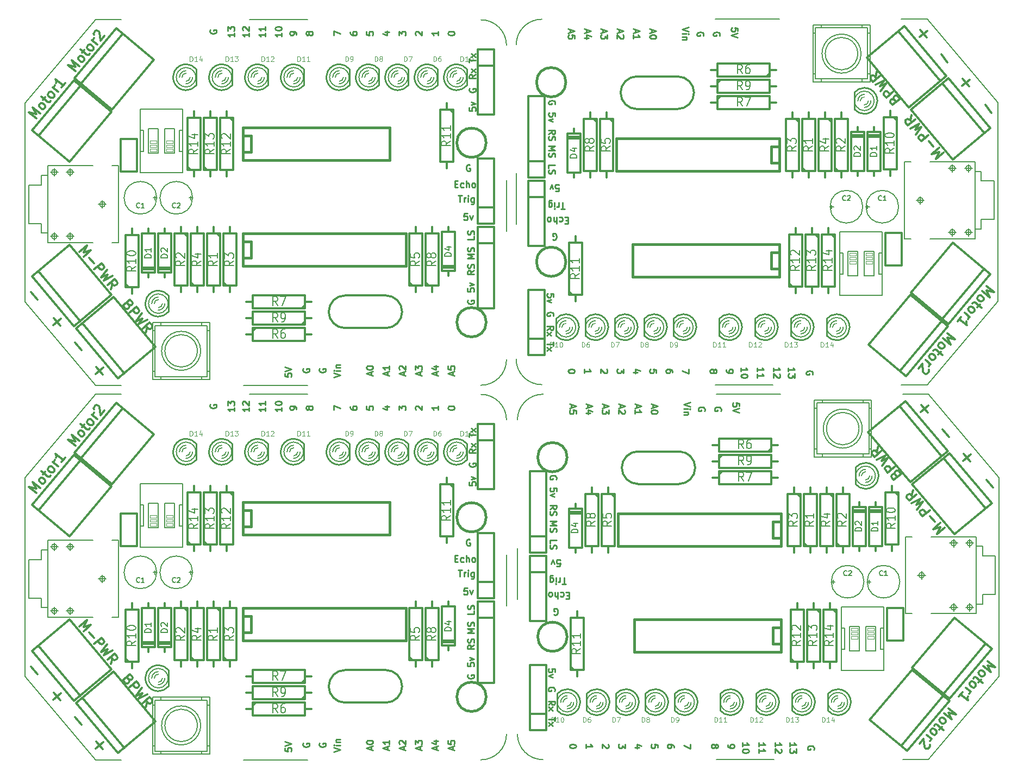
<source format=gto>
G04 (created by PCBNEW (2013-07-07 BZR 4022)-stable) date 4/2/2015 4:19:38 PM*
%MOIN*%
G04 Gerber Fmt 3.4, Leading zero omitted, Abs format*
%FSLAX34Y34*%
G01*
G70*
G90*
G04 APERTURE LIST*
%ADD10C,0.00590551*%
%ADD11C,0.00787402*%
%ADD12C,0.011811*%
%ADD13C,0.01*%
%ADD14C,0.006*%
%ADD15C,0.008*%
%ADD16C,0.005*%
%ADD17C,0.012*%
%ADD18C,0.0125*%
%ADD19C,0.015*%
%ADD20C,0.0026*%
%ADD21C,0.0035*%
%ADD22C,0.0075*%
G04 APERTURE END LIST*
G54D10*
G54D11*
X68251Y-15087D02*
X72188Y-15087D01*
X81243Y-15087D02*
X79668Y-15087D01*
G54D12*
X81210Y-16221D02*
X80818Y-15754D01*
X81248Y-15791D02*
X80781Y-16183D01*
X83810Y-19221D02*
X83418Y-18754D01*
X83848Y-18791D02*
X83381Y-19183D01*
X82506Y-17724D02*
X82114Y-17257D01*
X85206Y-20824D02*
X84814Y-20357D01*
G54D11*
X81243Y-37528D02*
X79668Y-37528D01*
X81243Y-15087D02*
X85574Y-20205D01*
X85574Y-21780D02*
X85574Y-20205D01*
X85574Y-25717D02*
X85574Y-21780D01*
X85574Y-32410D02*
X81243Y-37528D01*
X85574Y-32410D02*
X85574Y-25717D01*
X71794Y-37528D02*
X68251Y-37528D01*
X56046Y-27685D02*
X56046Y-24536D01*
X56046Y-35953D02*
G75*
G03X57621Y-37528I1574J0D01*
G74*
G01*
X57621Y-15087D02*
G75*
G03X56046Y-16662I0J-1574D01*
G74*
G01*
G54D12*
X82241Y-23288D02*
X81788Y-23667D01*
X81985Y-23245D01*
X81535Y-23366D01*
X81988Y-22986D01*
X81634Y-22915D02*
X81345Y-22571D01*
X81337Y-22210D02*
X80884Y-22590D01*
X80740Y-22418D01*
X80725Y-22357D01*
X80729Y-22317D01*
X80754Y-22259D01*
X80818Y-22205D01*
X80879Y-22190D01*
X80919Y-22194D01*
X80977Y-22219D01*
X81121Y-22391D01*
X80541Y-22181D02*
X80903Y-21693D01*
X80508Y-21878D01*
X80758Y-21521D01*
X80216Y-21793D01*
X80306Y-20983D02*
X80218Y-21314D01*
X80523Y-21241D02*
X80071Y-21621D01*
X79926Y-21448D01*
X79912Y-21387D01*
X79915Y-21348D01*
X79940Y-21290D01*
X80005Y-21236D01*
X80066Y-21221D01*
X80106Y-21224D01*
X80163Y-21249D01*
X80308Y-21422D01*
X79215Y-20023D02*
X79182Y-19941D01*
X79186Y-19901D01*
X79211Y-19843D01*
X79275Y-19789D01*
X79337Y-19774D01*
X79376Y-19778D01*
X79434Y-19803D01*
X79579Y-19975D01*
X79126Y-20355D01*
X79000Y-20204D01*
X78985Y-20143D01*
X78988Y-20103D01*
X79013Y-20046D01*
X79057Y-20009D01*
X79118Y-19995D01*
X79157Y-19998D01*
X79215Y-20023D01*
X79342Y-20174D01*
X79199Y-19523D02*
X78747Y-19902D01*
X78602Y-19730D01*
X78587Y-19669D01*
X78591Y-19629D01*
X78616Y-19572D01*
X78680Y-19517D01*
X78742Y-19503D01*
X78781Y-19506D01*
X78839Y-19531D01*
X78984Y-19704D01*
X78403Y-19493D02*
X78765Y-19006D01*
X78370Y-19191D01*
X78621Y-18833D01*
X78078Y-19105D01*
X78169Y-18295D02*
X78080Y-18626D01*
X78386Y-18553D02*
X77933Y-18933D01*
X77789Y-18761D01*
X77774Y-18700D01*
X77777Y-18660D01*
X77802Y-18602D01*
X77867Y-18548D01*
X77928Y-18533D01*
X77968Y-18537D01*
X78025Y-18562D01*
X78170Y-18734D01*
X82483Y-34370D02*
X82949Y-34747D01*
X82490Y-34633D01*
X82697Y-35058D01*
X82231Y-34681D01*
X81997Y-34969D02*
X82056Y-34943D01*
X82096Y-34939D01*
X82158Y-34952D01*
X82291Y-35060D01*
X82318Y-35118D01*
X82322Y-35159D01*
X82308Y-35221D01*
X82254Y-35288D01*
X82196Y-35314D01*
X82156Y-35318D01*
X82094Y-35305D01*
X81960Y-35197D01*
X81934Y-35138D01*
X81930Y-35098D01*
X81943Y-35036D01*
X81997Y-34969D01*
X82074Y-35510D02*
X81931Y-35687D01*
X82176Y-35702D02*
X81776Y-35378D01*
X81714Y-35365D01*
X81656Y-35391D01*
X81620Y-35436D01*
X81440Y-35658D02*
X81498Y-35631D01*
X81538Y-35627D01*
X81601Y-35641D01*
X81734Y-35749D01*
X81760Y-35807D01*
X81765Y-35847D01*
X81751Y-35909D01*
X81697Y-35976D01*
X81639Y-36002D01*
X81599Y-36007D01*
X81536Y-35993D01*
X81403Y-35885D01*
X81376Y-35827D01*
X81372Y-35787D01*
X81386Y-35724D01*
X81440Y-35658D01*
X81152Y-36013D02*
X81463Y-36265D01*
X81374Y-36193D02*
X81401Y-36251D01*
X81405Y-36291D01*
X81391Y-36353D01*
X81355Y-36398D01*
X81358Y-36621D02*
X81363Y-36661D01*
X81349Y-36724D01*
X81259Y-36835D01*
X81201Y-36861D01*
X81161Y-36865D01*
X81098Y-36851D01*
X81054Y-36815D01*
X81005Y-36739D01*
X80954Y-36257D01*
X80721Y-36546D01*
X84883Y-31470D02*
X85349Y-31847D01*
X84890Y-31733D01*
X85097Y-32158D01*
X84631Y-31781D01*
X84397Y-32069D02*
X84456Y-32043D01*
X84496Y-32039D01*
X84558Y-32052D01*
X84691Y-32160D01*
X84718Y-32218D01*
X84722Y-32259D01*
X84708Y-32321D01*
X84654Y-32388D01*
X84596Y-32414D01*
X84556Y-32418D01*
X84494Y-32405D01*
X84360Y-32297D01*
X84334Y-32238D01*
X84330Y-32198D01*
X84343Y-32136D01*
X84397Y-32069D01*
X84474Y-32610D02*
X84331Y-32787D01*
X84576Y-32802D02*
X84176Y-32478D01*
X84114Y-32465D01*
X84056Y-32491D01*
X84020Y-32536D01*
X83840Y-32758D02*
X83898Y-32731D01*
X83938Y-32727D01*
X84001Y-32741D01*
X84134Y-32849D01*
X84160Y-32907D01*
X84165Y-32947D01*
X84151Y-33009D01*
X84097Y-33076D01*
X84039Y-33102D01*
X83999Y-33107D01*
X83936Y-33093D01*
X83803Y-32985D01*
X83776Y-32927D01*
X83772Y-32887D01*
X83786Y-32824D01*
X83840Y-32758D01*
X83552Y-33113D02*
X83863Y-33365D01*
X83774Y-33293D02*
X83801Y-33351D01*
X83805Y-33391D01*
X83791Y-33453D01*
X83755Y-33498D01*
X83121Y-33646D02*
X83336Y-33379D01*
X83229Y-33513D02*
X83695Y-33890D01*
X83664Y-33792D01*
X83656Y-33711D01*
X83670Y-33649D01*
G54D13*
X58338Y-34923D02*
X58338Y-35152D01*
X57938Y-35038D02*
X58338Y-35038D01*
X57938Y-35247D02*
X58204Y-35457D01*
X58204Y-35247D02*
X57938Y-35457D01*
X57938Y-34161D02*
X58128Y-34028D01*
X57938Y-33933D02*
X58338Y-33933D01*
X58338Y-34085D01*
X58319Y-34123D01*
X58300Y-34142D01*
X58261Y-34161D01*
X58204Y-34161D01*
X58166Y-34142D01*
X58147Y-34123D01*
X58128Y-34085D01*
X58128Y-33933D01*
X57938Y-34295D02*
X58204Y-34504D01*
X58204Y-34295D02*
X57938Y-34504D01*
X58338Y-32142D02*
X58338Y-31952D01*
X58147Y-31933D01*
X58166Y-31952D01*
X58185Y-31990D01*
X58185Y-32085D01*
X58166Y-32123D01*
X58147Y-32142D01*
X58109Y-32161D01*
X58014Y-32161D01*
X57976Y-32142D01*
X57957Y-32123D01*
X57938Y-32085D01*
X57938Y-31990D01*
X57957Y-31952D01*
X57976Y-31933D01*
X58204Y-32295D02*
X57938Y-32390D01*
X58204Y-32485D01*
X58319Y-33304D02*
X58338Y-33266D01*
X58338Y-33209D01*
X58319Y-33152D01*
X58280Y-33114D01*
X58242Y-33095D01*
X58166Y-33076D01*
X58109Y-33076D01*
X58033Y-33095D01*
X57995Y-33114D01*
X57957Y-33152D01*
X57938Y-33209D01*
X57938Y-33247D01*
X57957Y-33304D01*
X57976Y-33323D01*
X58109Y-33323D01*
X58109Y-33247D01*
X58295Y-28619D02*
X58333Y-28638D01*
X58390Y-28638D01*
X58447Y-28619D01*
X58485Y-28580D01*
X58504Y-28542D01*
X58523Y-28466D01*
X58523Y-28409D01*
X58504Y-28333D01*
X58485Y-28295D01*
X58447Y-28257D01*
X58390Y-28238D01*
X58352Y-28238D01*
X58295Y-28257D01*
X58276Y-28276D01*
X58276Y-28409D01*
X58352Y-28409D01*
X59219Y-27447D02*
X59085Y-27447D01*
X59028Y-27238D02*
X59219Y-27238D01*
X59219Y-27638D01*
X59028Y-27638D01*
X58685Y-27257D02*
X58723Y-27238D01*
X58799Y-27238D01*
X58838Y-27257D01*
X58857Y-27276D01*
X58876Y-27314D01*
X58876Y-27428D01*
X58857Y-27466D01*
X58838Y-27485D01*
X58799Y-27504D01*
X58723Y-27504D01*
X58685Y-27485D01*
X58514Y-27238D02*
X58514Y-27638D01*
X58342Y-27238D02*
X58342Y-27447D01*
X58361Y-27485D01*
X58400Y-27504D01*
X58457Y-27504D01*
X58495Y-27485D01*
X58514Y-27466D01*
X58095Y-27238D02*
X58133Y-27257D01*
X58152Y-27276D01*
X58171Y-27314D01*
X58171Y-27428D01*
X58152Y-27466D01*
X58133Y-27485D01*
X58095Y-27504D01*
X58038Y-27504D01*
X58000Y-27485D01*
X57980Y-27466D01*
X57961Y-27428D01*
X57961Y-27314D01*
X57980Y-27276D01*
X58000Y-27257D01*
X58038Y-27238D01*
X58095Y-27238D01*
X59014Y-26738D02*
X58785Y-26738D01*
X58899Y-26338D02*
X58899Y-26738D01*
X58652Y-26338D02*
X58652Y-26604D01*
X58652Y-26528D02*
X58633Y-26566D01*
X58614Y-26585D01*
X58576Y-26604D01*
X58538Y-26604D01*
X58404Y-26338D02*
X58404Y-26604D01*
X58404Y-26738D02*
X58423Y-26719D01*
X58404Y-26700D01*
X58385Y-26719D01*
X58404Y-26738D01*
X58404Y-26700D01*
X58042Y-26604D02*
X58042Y-26280D01*
X58061Y-26242D01*
X58080Y-26223D01*
X58119Y-26204D01*
X58176Y-26204D01*
X58214Y-26223D01*
X58042Y-26357D02*
X58080Y-26338D01*
X58157Y-26338D01*
X58195Y-26357D01*
X58214Y-26376D01*
X58233Y-26414D01*
X58233Y-26528D01*
X58214Y-26566D01*
X58195Y-26585D01*
X58157Y-26604D01*
X58080Y-26604D01*
X58042Y-26585D01*
X58457Y-25638D02*
X58647Y-25638D01*
X58666Y-25447D01*
X58647Y-25466D01*
X58609Y-25485D01*
X58514Y-25485D01*
X58476Y-25466D01*
X58457Y-25447D01*
X58438Y-25409D01*
X58438Y-25314D01*
X58457Y-25276D01*
X58476Y-25257D01*
X58514Y-25238D01*
X58609Y-25238D01*
X58647Y-25257D01*
X58666Y-25276D01*
X58304Y-25504D02*
X58209Y-25238D01*
X58114Y-25504D01*
X58038Y-24233D02*
X58038Y-24042D01*
X58438Y-24042D01*
X58057Y-24347D02*
X58038Y-24404D01*
X58038Y-24500D01*
X58057Y-24538D01*
X58076Y-24557D01*
X58114Y-24576D01*
X58152Y-24576D01*
X58190Y-24557D01*
X58209Y-24538D01*
X58228Y-24500D01*
X58247Y-24423D01*
X58266Y-24385D01*
X58285Y-24366D01*
X58323Y-24347D01*
X58361Y-24347D01*
X58400Y-24366D01*
X58419Y-24385D01*
X58438Y-24423D01*
X58438Y-24519D01*
X58419Y-24576D01*
X58038Y-22876D02*
X58438Y-22876D01*
X58152Y-23009D01*
X58438Y-23142D01*
X58038Y-23142D01*
X58057Y-23314D02*
X58038Y-23371D01*
X58038Y-23466D01*
X58057Y-23504D01*
X58076Y-23523D01*
X58114Y-23542D01*
X58152Y-23542D01*
X58190Y-23523D01*
X58209Y-23504D01*
X58228Y-23466D01*
X58247Y-23390D01*
X58266Y-23352D01*
X58285Y-23333D01*
X58323Y-23314D01*
X58361Y-23314D01*
X58400Y-23333D01*
X58419Y-23352D01*
X58438Y-23390D01*
X58438Y-23485D01*
X58419Y-23542D01*
X58038Y-22133D02*
X58228Y-22000D01*
X58038Y-21904D02*
X58438Y-21904D01*
X58438Y-22057D01*
X58419Y-22095D01*
X58400Y-22114D01*
X58361Y-22133D01*
X58304Y-22133D01*
X58266Y-22114D01*
X58247Y-22095D01*
X58228Y-22057D01*
X58228Y-21904D01*
X58057Y-22285D02*
X58038Y-22342D01*
X58038Y-22438D01*
X58057Y-22476D01*
X58076Y-22495D01*
X58114Y-22514D01*
X58152Y-22514D01*
X58190Y-22495D01*
X58209Y-22476D01*
X58228Y-22438D01*
X58247Y-22361D01*
X58266Y-22323D01*
X58285Y-22304D01*
X58323Y-22285D01*
X58361Y-22285D01*
X58400Y-22304D01*
X58419Y-22323D01*
X58438Y-22361D01*
X58438Y-22457D01*
X58419Y-22514D01*
X58438Y-21042D02*
X58438Y-20852D01*
X58247Y-20833D01*
X58266Y-20852D01*
X58285Y-20890D01*
X58285Y-20985D01*
X58266Y-21023D01*
X58247Y-21042D01*
X58209Y-21061D01*
X58114Y-21061D01*
X58076Y-21042D01*
X58057Y-21023D01*
X58038Y-20985D01*
X58038Y-20890D01*
X58057Y-20852D01*
X58076Y-20833D01*
X58304Y-21195D02*
X58038Y-21290D01*
X58304Y-21385D01*
X58419Y-20304D02*
X58438Y-20266D01*
X58438Y-20209D01*
X58419Y-20152D01*
X58380Y-20114D01*
X58342Y-20095D01*
X58266Y-20076D01*
X58209Y-20076D01*
X58133Y-20095D01*
X58095Y-20114D01*
X58057Y-20152D01*
X58038Y-20209D01*
X58038Y-20247D01*
X58057Y-20304D01*
X58076Y-20323D01*
X58209Y-20323D01*
X58209Y-20247D01*
X69638Y-15823D02*
X69638Y-15633D01*
X69447Y-15614D01*
X69466Y-15633D01*
X69485Y-15671D01*
X69485Y-15766D01*
X69466Y-15804D01*
X69447Y-15823D01*
X69409Y-15842D01*
X69314Y-15842D01*
X69276Y-15823D01*
X69257Y-15804D01*
X69238Y-15766D01*
X69238Y-15671D01*
X69257Y-15633D01*
X69276Y-15614D01*
X69638Y-15957D02*
X69238Y-16090D01*
X69638Y-16223D01*
X68519Y-16104D02*
X68538Y-16066D01*
X68538Y-16009D01*
X68519Y-15952D01*
X68480Y-15914D01*
X68442Y-15895D01*
X68366Y-15876D01*
X68309Y-15876D01*
X68233Y-15895D01*
X68195Y-15914D01*
X68157Y-15952D01*
X68138Y-16009D01*
X68138Y-16047D01*
X68157Y-16104D01*
X68176Y-16123D01*
X68309Y-16123D01*
X68309Y-16047D01*
X67519Y-16104D02*
X67538Y-16066D01*
X67538Y-16009D01*
X67519Y-15952D01*
X67480Y-15914D01*
X67442Y-15895D01*
X67366Y-15876D01*
X67309Y-15876D01*
X67233Y-15895D01*
X67195Y-15914D01*
X67157Y-15952D01*
X67138Y-16009D01*
X67138Y-16047D01*
X67157Y-16104D01*
X67176Y-16123D01*
X67309Y-16123D01*
X67309Y-16047D01*
X66638Y-15590D02*
X66238Y-15723D01*
X66638Y-15857D01*
X66238Y-15990D02*
X66504Y-15990D01*
X66638Y-15990D02*
X66619Y-15971D01*
X66600Y-15990D01*
X66619Y-16009D01*
X66638Y-15990D01*
X66600Y-15990D01*
X66504Y-16180D02*
X66238Y-16180D01*
X66466Y-16180D02*
X66485Y-16200D01*
X66504Y-16238D01*
X66504Y-16295D01*
X66485Y-16333D01*
X66447Y-16352D01*
X66238Y-16352D01*
X59352Y-15714D02*
X59352Y-15904D01*
X59238Y-15676D02*
X59638Y-15809D01*
X59238Y-15942D01*
X59638Y-16266D02*
X59638Y-16076D01*
X59447Y-16057D01*
X59466Y-16076D01*
X59485Y-16114D01*
X59485Y-16209D01*
X59466Y-16247D01*
X59447Y-16266D01*
X59409Y-16285D01*
X59314Y-16285D01*
X59276Y-16266D01*
X59257Y-16247D01*
X59238Y-16209D01*
X59238Y-16114D01*
X59257Y-16076D01*
X59276Y-16057D01*
X60352Y-15714D02*
X60352Y-15904D01*
X60238Y-15676D02*
X60638Y-15809D01*
X60238Y-15942D01*
X60504Y-16247D02*
X60238Y-16247D01*
X60657Y-16152D02*
X60371Y-16057D01*
X60371Y-16304D01*
X61352Y-15714D02*
X61352Y-15904D01*
X61238Y-15676D02*
X61638Y-15809D01*
X61238Y-15942D01*
X61638Y-16038D02*
X61638Y-16285D01*
X61485Y-16152D01*
X61485Y-16209D01*
X61466Y-16247D01*
X61447Y-16266D01*
X61409Y-16285D01*
X61314Y-16285D01*
X61276Y-16266D01*
X61257Y-16247D01*
X61238Y-16209D01*
X61238Y-16095D01*
X61257Y-16057D01*
X61276Y-16038D01*
X62352Y-15714D02*
X62352Y-15904D01*
X62238Y-15676D02*
X62638Y-15809D01*
X62238Y-15942D01*
X62600Y-16057D02*
X62619Y-16076D01*
X62638Y-16114D01*
X62638Y-16209D01*
X62619Y-16247D01*
X62600Y-16266D01*
X62561Y-16285D01*
X62523Y-16285D01*
X62466Y-16266D01*
X62238Y-16038D01*
X62238Y-16285D01*
X63352Y-15714D02*
X63352Y-15904D01*
X63238Y-15676D02*
X63638Y-15809D01*
X63238Y-15942D01*
X63238Y-16285D02*
X63238Y-16057D01*
X63238Y-16171D02*
X63638Y-16171D01*
X63580Y-16133D01*
X63542Y-16095D01*
X63523Y-16057D01*
X64352Y-15714D02*
X64352Y-15904D01*
X64238Y-15676D02*
X64638Y-15809D01*
X64238Y-15942D01*
X64638Y-16152D02*
X64638Y-16190D01*
X64619Y-16228D01*
X64600Y-16247D01*
X64561Y-16266D01*
X64485Y-16285D01*
X64390Y-16285D01*
X64314Y-16266D01*
X64276Y-16247D01*
X64257Y-16228D01*
X64238Y-16190D01*
X64238Y-16152D01*
X64257Y-16114D01*
X64276Y-16095D01*
X64314Y-16076D01*
X64390Y-16057D01*
X64485Y-16057D01*
X64561Y-16076D01*
X64600Y-16095D01*
X64619Y-16114D01*
X64638Y-16152D01*
X74219Y-36904D02*
X74238Y-36866D01*
X74238Y-36809D01*
X74219Y-36752D01*
X74180Y-36714D01*
X74142Y-36695D01*
X74066Y-36676D01*
X74009Y-36676D01*
X73933Y-36695D01*
X73895Y-36714D01*
X73857Y-36752D01*
X73838Y-36809D01*
X73838Y-36847D01*
X73857Y-36904D01*
X73876Y-36923D01*
X74009Y-36923D01*
X74009Y-36847D01*
X72738Y-36723D02*
X72738Y-36495D01*
X72738Y-36609D02*
X73138Y-36609D01*
X73080Y-36571D01*
X73042Y-36533D01*
X73023Y-36495D01*
X73138Y-36857D02*
X73138Y-37104D01*
X72985Y-36971D01*
X72985Y-37028D01*
X72966Y-37066D01*
X72947Y-37085D01*
X72909Y-37104D01*
X72814Y-37104D01*
X72776Y-37085D01*
X72757Y-37066D01*
X72738Y-37028D01*
X72738Y-36914D01*
X72757Y-36876D01*
X72776Y-36857D01*
X71838Y-36723D02*
X71838Y-36495D01*
X71838Y-36609D02*
X72238Y-36609D01*
X72180Y-36571D01*
X72142Y-36533D01*
X72123Y-36495D01*
X72200Y-36876D02*
X72219Y-36895D01*
X72238Y-36933D01*
X72238Y-37028D01*
X72219Y-37066D01*
X72200Y-37085D01*
X72161Y-37104D01*
X72123Y-37104D01*
X72066Y-37085D01*
X71838Y-36857D01*
X71838Y-37104D01*
X70838Y-36723D02*
X70838Y-36495D01*
X70838Y-36609D02*
X71238Y-36609D01*
X71180Y-36571D01*
X71142Y-36533D01*
X71123Y-36495D01*
X70838Y-37104D02*
X70838Y-36876D01*
X70838Y-36990D02*
X71238Y-36990D01*
X71180Y-36952D01*
X71142Y-36914D01*
X71123Y-36876D01*
X69838Y-36723D02*
X69838Y-36495D01*
X69838Y-36609D02*
X70238Y-36609D01*
X70180Y-36571D01*
X70142Y-36533D01*
X70123Y-36495D01*
X70238Y-36971D02*
X70238Y-37009D01*
X70219Y-37047D01*
X70200Y-37066D01*
X70161Y-37085D01*
X70085Y-37104D01*
X69990Y-37104D01*
X69914Y-37085D01*
X69876Y-37066D01*
X69857Y-37047D01*
X69838Y-37009D01*
X69838Y-36971D01*
X69857Y-36933D01*
X69876Y-36914D01*
X69914Y-36895D01*
X69990Y-36876D01*
X70085Y-36876D01*
X70161Y-36895D01*
X70200Y-36914D01*
X70219Y-36933D01*
X70238Y-36971D01*
X68938Y-36623D02*
X68938Y-36700D01*
X68957Y-36738D01*
X68976Y-36757D01*
X69033Y-36795D01*
X69109Y-36814D01*
X69261Y-36814D01*
X69300Y-36795D01*
X69319Y-36776D01*
X69338Y-36738D01*
X69338Y-36661D01*
X69319Y-36623D01*
X69300Y-36604D01*
X69261Y-36585D01*
X69166Y-36585D01*
X69128Y-36604D01*
X69109Y-36623D01*
X69090Y-36661D01*
X69090Y-36738D01*
X69109Y-36776D01*
X69128Y-36795D01*
X69166Y-36814D01*
X68166Y-36661D02*
X68185Y-36623D01*
X68204Y-36604D01*
X68242Y-36585D01*
X68261Y-36585D01*
X68300Y-36604D01*
X68319Y-36623D01*
X68338Y-36661D01*
X68338Y-36738D01*
X68319Y-36776D01*
X68300Y-36795D01*
X68261Y-36814D01*
X68242Y-36814D01*
X68204Y-36795D01*
X68185Y-36776D01*
X68166Y-36738D01*
X68166Y-36661D01*
X68147Y-36623D01*
X68128Y-36604D01*
X68090Y-36585D01*
X68014Y-36585D01*
X67976Y-36604D01*
X67957Y-36623D01*
X67938Y-36661D01*
X67938Y-36738D01*
X67957Y-36776D01*
X67976Y-36795D01*
X68014Y-36814D01*
X68090Y-36814D01*
X68128Y-36795D01*
X68147Y-36776D01*
X68166Y-36738D01*
X66638Y-36566D02*
X66638Y-36833D01*
X66238Y-36661D01*
X65638Y-36776D02*
X65638Y-36700D01*
X65619Y-36661D01*
X65600Y-36642D01*
X65542Y-36604D01*
X65466Y-36585D01*
X65314Y-36585D01*
X65276Y-36604D01*
X65257Y-36623D01*
X65238Y-36661D01*
X65238Y-36738D01*
X65257Y-36776D01*
X65276Y-36795D01*
X65314Y-36814D01*
X65409Y-36814D01*
X65447Y-36795D01*
X65466Y-36776D01*
X65485Y-36738D01*
X65485Y-36661D01*
X65466Y-36623D01*
X65447Y-36604D01*
X65409Y-36585D01*
X64638Y-36795D02*
X64638Y-36604D01*
X64447Y-36585D01*
X64466Y-36604D01*
X64485Y-36642D01*
X64485Y-36738D01*
X64466Y-36776D01*
X64447Y-36795D01*
X64409Y-36814D01*
X64314Y-36814D01*
X64276Y-36795D01*
X64257Y-36776D01*
X64238Y-36738D01*
X64238Y-36642D01*
X64257Y-36604D01*
X64276Y-36585D01*
X63504Y-36776D02*
X63238Y-36776D01*
X63657Y-36680D02*
X63371Y-36585D01*
X63371Y-36833D01*
X62638Y-36566D02*
X62638Y-36814D01*
X62485Y-36680D01*
X62485Y-36738D01*
X62466Y-36776D01*
X62447Y-36795D01*
X62409Y-36814D01*
X62314Y-36814D01*
X62276Y-36795D01*
X62257Y-36776D01*
X62238Y-36738D01*
X62238Y-36623D01*
X62257Y-36585D01*
X62276Y-36566D01*
X61600Y-36585D02*
X61619Y-36604D01*
X61638Y-36642D01*
X61638Y-36738D01*
X61619Y-36776D01*
X61600Y-36795D01*
X61561Y-36814D01*
X61523Y-36814D01*
X61466Y-36795D01*
X61238Y-36566D01*
X61238Y-36814D01*
X60238Y-36814D02*
X60238Y-36585D01*
X60238Y-36700D02*
X60638Y-36700D01*
X60580Y-36661D01*
X60542Y-36623D01*
X60523Y-36585D01*
X59638Y-36680D02*
X59638Y-36719D01*
X59619Y-36757D01*
X59600Y-36776D01*
X59561Y-36795D01*
X59485Y-36814D01*
X59390Y-36814D01*
X59314Y-36795D01*
X59276Y-36776D01*
X59257Y-36757D01*
X59238Y-36719D01*
X59238Y-36680D01*
X59257Y-36642D01*
X59276Y-36623D01*
X59314Y-36604D01*
X59390Y-36585D01*
X59485Y-36585D01*
X59561Y-36604D01*
X59600Y-36623D01*
X59619Y-36642D01*
X59638Y-36680D01*
G54D11*
X43248Y-37562D02*
X39311Y-37562D01*
X30256Y-37562D02*
X31831Y-37562D01*
G54D12*
X30289Y-36428D02*
X30681Y-36895D01*
X30251Y-36858D02*
X30718Y-36466D01*
X27689Y-33428D02*
X28081Y-33895D01*
X27651Y-33858D02*
X28118Y-33466D01*
X28993Y-34925D02*
X29385Y-35392D01*
X26293Y-31825D02*
X26685Y-32292D01*
G54D11*
X30256Y-15121D02*
X31831Y-15121D01*
X30256Y-37562D02*
X25925Y-32444D01*
X25925Y-30869D02*
X25925Y-32444D01*
X25925Y-26932D02*
X25925Y-30869D01*
X25925Y-20239D02*
X30256Y-15121D01*
X25925Y-20239D02*
X25925Y-26932D01*
X39705Y-15121D02*
X43248Y-15121D01*
X55453Y-24964D02*
X55453Y-28113D01*
X55453Y-16696D02*
G75*
G03X53878Y-15121I-1574J0D01*
G74*
G01*
X53878Y-37562D02*
G75*
G03X55453Y-35987I0J1574D01*
G74*
G01*
G54D12*
X29258Y-29361D02*
X29711Y-28982D01*
X29514Y-29404D01*
X29964Y-29283D01*
X29511Y-29663D01*
X29865Y-29734D02*
X30154Y-30078D01*
X30162Y-30439D02*
X30615Y-30059D01*
X30759Y-30231D01*
X30774Y-30292D01*
X30770Y-30332D01*
X30745Y-30390D01*
X30681Y-30444D01*
X30620Y-30459D01*
X30580Y-30455D01*
X30522Y-30430D01*
X30378Y-30258D01*
X30958Y-30468D02*
X30596Y-30956D01*
X30991Y-30771D01*
X30741Y-31128D01*
X31283Y-30856D01*
X31193Y-31666D02*
X31281Y-31335D01*
X30976Y-31408D02*
X31428Y-31028D01*
X31573Y-31201D01*
X31587Y-31262D01*
X31584Y-31301D01*
X31559Y-31359D01*
X31494Y-31413D01*
X31433Y-31428D01*
X31393Y-31425D01*
X31336Y-31400D01*
X31191Y-31227D01*
X32284Y-32626D02*
X32317Y-32708D01*
X32313Y-32748D01*
X32288Y-32806D01*
X32224Y-32860D01*
X32162Y-32875D01*
X32123Y-32871D01*
X32065Y-32846D01*
X31920Y-32674D01*
X32373Y-32294D01*
X32499Y-32445D01*
X32514Y-32506D01*
X32511Y-32546D01*
X32486Y-32603D01*
X32442Y-32640D01*
X32381Y-32654D01*
X32342Y-32651D01*
X32284Y-32626D01*
X32157Y-32475D01*
X32300Y-33126D02*
X32752Y-32747D01*
X32897Y-32919D01*
X32912Y-32980D01*
X32908Y-33020D01*
X32883Y-33077D01*
X32819Y-33132D01*
X32757Y-33146D01*
X32718Y-33143D01*
X32660Y-33118D01*
X32515Y-32945D01*
X33096Y-33156D02*
X32734Y-33643D01*
X33129Y-33458D01*
X32878Y-33816D01*
X33421Y-33544D01*
X33330Y-34354D02*
X33419Y-34023D01*
X33113Y-34096D02*
X33566Y-33716D01*
X33710Y-33888D01*
X33725Y-33949D01*
X33722Y-33989D01*
X33697Y-34047D01*
X33632Y-34101D01*
X33571Y-34116D01*
X33531Y-34112D01*
X33474Y-34087D01*
X33329Y-33915D01*
X29016Y-18279D02*
X28550Y-17902D01*
X29009Y-18016D01*
X28802Y-17591D01*
X29268Y-17968D01*
X29502Y-17680D02*
X29443Y-17706D01*
X29403Y-17710D01*
X29341Y-17697D01*
X29208Y-17589D01*
X29181Y-17531D01*
X29177Y-17490D01*
X29191Y-17428D01*
X29245Y-17361D01*
X29303Y-17335D01*
X29343Y-17331D01*
X29405Y-17344D01*
X29539Y-17452D01*
X29565Y-17511D01*
X29569Y-17551D01*
X29556Y-17613D01*
X29502Y-17680D01*
X29425Y-17139D02*
X29568Y-16962D01*
X29323Y-16947D02*
X29723Y-17271D01*
X29785Y-17284D01*
X29843Y-17258D01*
X29879Y-17213D01*
X30059Y-16991D02*
X30001Y-17018D01*
X29961Y-17022D01*
X29898Y-17008D01*
X29765Y-16900D01*
X29739Y-16842D01*
X29734Y-16802D01*
X29748Y-16740D01*
X29802Y-16673D01*
X29860Y-16647D01*
X29900Y-16642D01*
X29963Y-16656D01*
X30096Y-16764D01*
X30123Y-16822D01*
X30127Y-16862D01*
X30113Y-16925D01*
X30059Y-16991D01*
X30347Y-16636D02*
X30036Y-16384D01*
X30125Y-16456D02*
X30098Y-16398D01*
X30094Y-16358D01*
X30108Y-16296D01*
X30144Y-16251D01*
X30141Y-16028D02*
X30136Y-15988D01*
X30150Y-15925D01*
X30240Y-15814D01*
X30298Y-15788D01*
X30338Y-15784D01*
X30401Y-15798D01*
X30445Y-15834D01*
X30494Y-15910D01*
X30545Y-16392D01*
X30778Y-16103D01*
X26616Y-21179D02*
X26150Y-20802D01*
X26609Y-20916D01*
X26402Y-20491D01*
X26868Y-20868D01*
X27102Y-20580D02*
X27043Y-20606D01*
X27003Y-20610D01*
X26941Y-20597D01*
X26808Y-20489D01*
X26781Y-20431D01*
X26777Y-20390D01*
X26791Y-20328D01*
X26845Y-20261D01*
X26903Y-20235D01*
X26943Y-20231D01*
X27005Y-20244D01*
X27139Y-20352D01*
X27165Y-20411D01*
X27169Y-20451D01*
X27156Y-20513D01*
X27102Y-20580D01*
X27025Y-20039D02*
X27168Y-19862D01*
X26923Y-19847D02*
X27323Y-20171D01*
X27385Y-20184D01*
X27443Y-20158D01*
X27479Y-20113D01*
X27659Y-19891D02*
X27601Y-19918D01*
X27561Y-19922D01*
X27498Y-19908D01*
X27365Y-19800D01*
X27339Y-19742D01*
X27334Y-19702D01*
X27348Y-19640D01*
X27402Y-19573D01*
X27460Y-19547D01*
X27500Y-19542D01*
X27563Y-19556D01*
X27696Y-19664D01*
X27723Y-19722D01*
X27727Y-19762D01*
X27713Y-19825D01*
X27659Y-19891D01*
X27947Y-19536D02*
X27636Y-19284D01*
X27725Y-19356D02*
X27698Y-19298D01*
X27694Y-19258D01*
X27708Y-19196D01*
X27744Y-19151D01*
X28378Y-19003D02*
X28163Y-19270D01*
X28270Y-19136D02*
X27804Y-18759D01*
X27835Y-18857D01*
X27843Y-18938D01*
X27829Y-19000D01*
G54D13*
X53161Y-17726D02*
X53161Y-17497D01*
X53561Y-17611D02*
X53161Y-17611D01*
X53561Y-17402D02*
X53295Y-17192D01*
X53295Y-17402D02*
X53561Y-17192D01*
X53561Y-18488D02*
X53371Y-18621D01*
X53561Y-18716D02*
X53161Y-18716D01*
X53161Y-18564D01*
X53180Y-18526D01*
X53200Y-18507D01*
X53238Y-18488D01*
X53295Y-18488D01*
X53333Y-18507D01*
X53352Y-18526D01*
X53371Y-18564D01*
X53371Y-18716D01*
X53561Y-18354D02*
X53295Y-18145D01*
X53295Y-18354D02*
X53561Y-18145D01*
X53161Y-20507D02*
X53161Y-20697D01*
X53352Y-20716D01*
X53333Y-20697D01*
X53314Y-20659D01*
X53314Y-20564D01*
X53333Y-20526D01*
X53352Y-20507D01*
X53390Y-20488D01*
X53485Y-20488D01*
X53523Y-20507D01*
X53542Y-20526D01*
X53561Y-20564D01*
X53561Y-20659D01*
X53542Y-20697D01*
X53523Y-20716D01*
X53295Y-20354D02*
X53561Y-20259D01*
X53295Y-20164D01*
X53180Y-19345D02*
X53161Y-19383D01*
X53161Y-19440D01*
X53180Y-19497D01*
X53219Y-19535D01*
X53257Y-19554D01*
X53333Y-19573D01*
X53390Y-19573D01*
X53466Y-19554D01*
X53504Y-19535D01*
X53542Y-19497D01*
X53561Y-19440D01*
X53561Y-19402D01*
X53542Y-19345D01*
X53523Y-19326D01*
X53390Y-19326D01*
X53390Y-19402D01*
X53204Y-24030D02*
X53166Y-24011D01*
X53109Y-24011D01*
X53052Y-24030D01*
X53014Y-24069D01*
X52995Y-24107D01*
X52976Y-24183D01*
X52976Y-24240D01*
X52995Y-24316D01*
X53014Y-24354D01*
X53052Y-24392D01*
X53109Y-24411D01*
X53147Y-24411D01*
X53204Y-24392D01*
X53223Y-24373D01*
X53223Y-24240D01*
X53147Y-24240D01*
X52280Y-25202D02*
X52414Y-25202D01*
X52471Y-25411D02*
X52280Y-25411D01*
X52280Y-25011D01*
X52471Y-25011D01*
X52814Y-25392D02*
X52776Y-25411D01*
X52700Y-25411D01*
X52661Y-25392D01*
X52642Y-25373D01*
X52623Y-25335D01*
X52623Y-25221D01*
X52642Y-25183D01*
X52661Y-25164D01*
X52700Y-25145D01*
X52776Y-25145D01*
X52814Y-25164D01*
X52985Y-25411D02*
X52985Y-25011D01*
X53157Y-25411D02*
X53157Y-25202D01*
X53138Y-25164D01*
X53100Y-25145D01*
X53042Y-25145D01*
X53004Y-25164D01*
X52985Y-25183D01*
X53404Y-25411D02*
X53366Y-25392D01*
X53347Y-25373D01*
X53328Y-25335D01*
X53328Y-25221D01*
X53347Y-25183D01*
X53366Y-25164D01*
X53404Y-25145D01*
X53461Y-25145D01*
X53500Y-25164D01*
X53519Y-25183D01*
X53538Y-25221D01*
X53538Y-25335D01*
X53519Y-25373D01*
X53500Y-25392D01*
X53461Y-25411D01*
X53404Y-25411D01*
X52485Y-25911D02*
X52714Y-25911D01*
X52600Y-26311D02*
X52600Y-25911D01*
X52847Y-26311D02*
X52847Y-26045D01*
X52847Y-26121D02*
X52866Y-26083D01*
X52885Y-26064D01*
X52923Y-26045D01*
X52961Y-26045D01*
X53095Y-26311D02*
X53095Y-26045D01*
X53095Y-25911D02*
X53076Y-25930D01*
X53095Y-25950D01*
X53114Y-25930D01*
X53095Y-25911D01*
X53095Y-25950D01*
X53457Y-26045D02*
X53457Y-26369D01*
X53438Y-26407D01*
X53419Y-26426D01*
X53380Y-26445D01*
X53323Y-26445D01*
X53285Y-26426D01*
X53457Y-26292D02*
X53419Y-26311D01*
X53342Y-26311D01*
X53304Y-26292D01*
X53285Y-26273D01*
X53266Y-26235D01*
X53266Y-26121D01*
X53285Y-26083D01*
X53304Y-26064D01*
X53342Y-26045D01*
X53419Y-26045D01*
X53457Y-26064D01*
X53042Y-27011D02*
X52852Y-27011D01*
X52833Y-27202D01*
X52852Y-27183D01*
X52890Y-27164D01*
X52985Y-27164D01*
X53023Y-27183D01*
X53042Y-27202D01*
X53061Y-27240D01*
X53061Y-27335D01*
X53042Y-27373D01*
X53023Y-27392D01*
X52985Y-27411D01*
X52890Y-27411D01*
X52852Y-27392D01*
X52833Y-27373D01*
X53195Y-27145D02*
X53290Y-27411D01*
X53385Y-27145D01*
X53461Y-28416D02*
X53461Y-28607D01*
X53061Y-28607D01*
X53442Y-28302D02*
X53461Y-28245D01*
X53461Y-28150D01*
X53442Y-28111D01*
X53423Y-28092D01*
X53385Y-28073D01*
X53347Y-28073D01*
X53309Y-28092D01*
X53290Y-28111D01*
X53271Y-28150D01*
X53252Y-28226D01*
X53233Y-28264D01*
X53214Y-28283D01*
X53176Y-28302D01*
X53138Y-28302D01*
X53100Y-28283D01*
X53080Y-28264D01*
X53061Y-28226D01*
X53061Y-28130D01*
X53080Y-28073D01*
X53461Y-29773D02*
X53061Y-29773D01*
X53347Y-29640D01*
X53061Y-29507D01*
X53461Y-29507D01*
X53442Y-29335D02*
X53461Y-29278D01*
X53461Y-29183D01*
X53442Y-29145D01*
X53423Y-29126D01*
X53385Y-29107D01*
X53347Y-29107D01*
X53309Y-29126D01*
X53290Y-29145D01*
X53271Y-29183D01*
X53252Y-29259D01*
X53233Y-29297D01*
X53214Y-29316D01*
X53176Y-29335D01*
X53138Y-29335D01*
X53100Y-29316D01*
X53080Y-29297D01*
X53061Y-29259D01*
X53061Y-29164D01*
X53080Y-29107D01*
X53461Y-30516D02*
X53271Y-30649D01*
X53461Y-30745D02*
X53061Y-30745D01*
X53061Y-30592D01*
X53080Y-30554D01*
X53100Y-30535D01*
X53138Y-30516D01*
X53195Y-30516D01*
X53233Y-30535D01*
X53252Y-30554D01*
X53271Y-30592D01*
X53271Y-30745D01*
X53442Y-30364D02*
X53461Y-30307D01*
X53461Y-30211D01*
X53442Y-30173D01*
X53423Y-30154D01*
X53385Y-30135D01*
X53347Y-30135D01*
X53309Y-30154D01*
X53290Y-30173D01*
X53271Y-30211D01*
X53252Y-30288D01*
X53233Y-30326D01*
X53214Y-30345D01*
X53176Y-30364D01*
X53138Y-30364D01*
X53100Y-30345D01*
X53080Y-30326D01*
X53061Y-30288D01*
X53061Y-30192D01*
X53080Y-30135D01*
X53061Y-31607D02*
X53061Y-31797D01*
X53252Y-31816D01*
X53233Y-31797D01*
X53214Y-31759D01*
X53214Y-31664D01*
X53233Y-31626D01*
X53252Y-31607D01*
X53290Y-31588D01*
X53385Y-31588D01*
X53423Y-31607D01*
X53442Y-31626D01*
X53461Y-31664D01*
X53461Y-31759D01*
X53442Y-31797D01*
X53423Y-31816D01*
X53195Y-31454D02*
X53461Y-31359D01*
X53195Y-31264D01*
X53080Y-32345D02*
X53061Y-32383D01*
X53061Y-32440D01*
X53080Y-32497D01*
X53119Y-32535D01*
X53157Y-32554D01*
X53233Y-32573D01*
X53290Y-32573D01*
X53366Y-32554D01*
X53404Y-32535D01*
X53442Y-32497D01*
X53461Y-32440D01*
X53461Y-32402D01*
X53442Y-32345D01*
X53423Y-32326D01*
X53290Y-32326D01*
X53290Y-32402D01*
X41861Y-36826D02*
X41861Y-37016D01*
X42052Y-37035D01*
X42033Y-37016D01*
X42014Y-36978D01*
X42014Y-36883D01*
X42033Y-36845D01*
X42052Y-36826D01*
X42090Y-36807D01*
X42185Y-36807D01*
X42223Y-36826D01*
X42242Y-36845D01*
X42261Y-36883D01*
X42261Y-36978D01*
X42242Y-37016D01*
X42223Y-37035D01*
X41861Y-36692D02*
X42261Y-36559D01*
X41861Y-36426D01*
X42980Y-36545D02*
X42961Y-36583D01*
X42961Y-36640D01*
X42980Y-36697D01*
X43019Y-36735D01*
X43057Y-36754D01*
X43133Y-36773D01*
X43190Y-36773D01*
X43266Y-36754D01*
X43304Y-36735D01*
X43342Y-36697D01*
X43361Y-36640D01*
X43361Y-36602D01*
X43342Y-36545D01*
X43323Y-36526D01*
X43190Y-36526D01*
X43190Y-36602D01*
X43980Y-36545D02*
X43961Y-36583D01*
X43961Y-36640D01*
X43980Y-36697D01*
X44019Y-36735D01*
X44057Y-36754D01*
X44133Y-36773D01*
X44190Y-36773D01*
X44266Y-36754D01*
X44304Y-36735D01*
X44342Y-36697D01*
X44361Y-36640D01*
X44361Y-36602D01*
X44342Y-36545D01*
X44323Y-36526D01*
X44190Y-36526D01*
X44190Y-36602D01*
X44861Y-37059D02*
X45261Y-36926D01*
X44861Y-36792D01*
X45261Y-36659D02*
X44995Y-36659D01*
X44861Y-36659D02*
X44880Y-36678D01*
X44900Y-36659D01*
X44880Y-36640D01*
X44861Y-36659D01*
X44900Y-36659D01*
X44995Y-36469D02*
X45261Y-36469D01*
X45033Y-36469D02*
X45014Y-36449D01*
X44995Y-36411D01*
X44995Y-36354D01*
X45014Y-36316D01*
X45052Y-36297D01*
X45261Y-36297D01*
X52147Y-36935D02*
X52147Y-36745D01*
X52261Y-36973D02*
X51861Y-36840D01*
X52261Y-36707D01*
X51861Y-36383D02*
X51861Y-36573D01*
X52052Y-36592D01*
X52033Y-36573D01*
X52014Y-36535D01*
X52014Y-36440D01*
X52033Y-36402D01*
X52052Y-36383D01*
X52090Y-36364D01*
X52185Y-36364D01*
X52223Y-36383D01*
X52242Y-36402D01*
X52261Y-36440D01*
X52261Y-36535D01*
X52242Y-36573D01*
X52223Y-36592D01*
X51147Y-36935D02*
X51147Y-36745D01*
X51261Y-36973D02*
X50861Y-36840D01*
X51261Y-36707D01*
X50995Y-36402D02*
X51261Y-36402D01*
X50842Y-36497D02*
X51128Y-36592D01*
X51128Y-36345D01*
X50147Y-36935D02*
X50147Y-36745D01*
X50261Y-36973D02*
X49861Y-36840D01*
X50261Y-36707D01*
X49861Y-36611D02*
X49861Y-36364D01*
X50014Y-36497D01*
X50014Y-36440D01*
X50033Y-36402D01*
X50052Y-36383D01*
X50090Y-36364D01*
X50185Y-36364D01*
X50223Y-36383D01*
X50242Y-36402D01*
X50261Y-36440D01*
X50261Y-36554D01*
X50242Y-36592D01*
X50223Y-36611D01*
X49147Y-36935D02*
X49147Y-36745D01*
X49261Y-36973D02*
X48861Y-36840D01*
X49261Y-36707D01*
X48900Y-36592D02*
X48880Y-36573D01*
X48861Y-36535D01*
X48861Y-36440D01*
X48880Y-36402D01*
X48900Y-36383D01*
X48938Y-36364D01*
X48976Y-36364D01*
X49033Y-36383D01*
X49261Y-36611D01*
X49261Y-36364D01*
X48147Y-36935D02*
X48147Y-36745D01*
X48261Y-36973D02*
X47861Y-36840D01*
X48261Y-36707D01*
X48261Y-36364D02*
X48261Y-36592D01*
X48261Y-36478D02*
X47861Y-36478D01*
X47919Y-36516D01*
X47957Y-36554D01*
X47976Y-36592D01*
X47147Y-36935D02*
X47147Y-36745D01*
X47261Y-36973D02*
X46861Y-36840D01*
X47261Y-36707D01*
X46861Y-36497D02*
X46861Y-36459D01*
X46880Y-36421D01*
X46900Y-36402D01*
X46938Y-36383D01*
X47014Y-36364D01*
X47109Y-36364D01*
X47185Y-36383D01*
X47223Y-36402D01*
X47242Y-36421D01*
X47261Y-36459D01*
X47261Y-36497D01*
X47242Y-36535D01*
X47223Y-36554D01*
X47185Y-36573D01*
X47109Y-36592D01*
X47014Y-36592D01*
X46938Y-36573D01*
X46900Y-36554D01*
X46880Y-36535D01*
X46861Y-36497D01*
X37280Y-15745D02*
X37261Y-15783D01*
X37261Y-15840D01*
X37280Y-15897D01*
X37319Y-15935D01*
X37357Y-15954D01*
X37433Y-15973D01*
X37490Y-15973D01*
X37566Y-15954D01*
X37604Y-15935D01*
X37642Y-15897D01*
X37661Y-15840D01*
X37661Y-15802D01*
X37642Y-15745D01*
X37623Y-15726D01*
X37490Y-15726D01*
X37490Y-15802D01*
X38761Y-15926D02*
X38761Y-16154D01*
X38761Y-16040D02*
X38361Y-16040D01*
X38419Y-16078D01*
X38457Y-16116D01*
X38476Y-16154D01*
X38361Y-15792D02*
X38361Y-15545D01*
X38514Y-15678D01*
X38514Y-15621D01*
X38533Y-15583D01*
X38552Y-15564D01*
X38590Y-15545D01*
X38685Y-15545D01*
X38723Y-15564D01*
X38742Y-15583D01*
X38761Y-15621D01*
X38761Y-15735D01*
X38742Y-15773D01*
X38723Y-15792D01*
X39661Y-15926D02*
X39661Y-16154D01*
X39661Y-16040D02*
X39261Y-16040D01*
X39319Y-16078D01*
X39357Y-16116D01*
X39376Y-16154D01*
X39300Y-15773D02*
X39280Y-15754D01*
X39261Y-15716D01*
X39261Y-15621D01*
X39280Y-15583D01*
X39300Y-15564D01*
X39338Y-15545D01*
X39376Y-15545D01*
X39433Y-15564D01*
X39661Y-15792D01*
X39661Y-15545D01*
X40661Y-15926D02*
X40661Y-16154D01*
X40661Y-16040D02*
X40261Y-16040D01*
X40319Y-16078D01*
X40357Y-16116D01*
X40376Y-16154D01*
X40661Y-15545D02*
X40661Y-15773D01*
X40661Y-15659D02*
X40261Y-15659D01*
X40319Y-15697D01*
X40357Y-15735D01*
X40376Y-15773D01*
X41661Y-15926D02*
X41661Y-16154D01*
X41661Y-16040D02*
X41261Y-16040D01*
X41319Y-16078D01*
X41357Y-16116D01*
X41376Y-16154D01*
X41261Y-15678D02*
X41261Y-15640D01*
X41280Y-15602D01*
X41300Y-15583D01*
X41338Y-15564D01*
X41414Y-15545D01*
X41509Y-15545D01*
X41585Y-15564D01*
X41623Y-15583D01*
X41642Y-15602D01*
X41661Y-15640D01*
X41661Y-15678D01*
X41642Y-15716D01*
X41623Y-15735D01*
X41585Y-15754D01*
X41509Y-15773D01*
X41414Y-15773D01*
X41338Y-15754D01*
X41300Y-15735D01*
X41280Y-15716D01*
X41261Y-15678D01*
X42561Y-16026D02*
X42561Y-15949D01*
X42542Y-15911D01*
X42523Y-15892D01*
X42466Y-15854D01*
X42390Y-15835D01*
X42238Y-15835D01*
X42200Y-15854D01*
X42180Y-15873D01*
X42161Y-15911D01*
X42161Y-15988D01*
X42180Y-16026D01*
X42200Y-16045D01*
X42238Y-16064D01*
X42333Y-16064D01*
X42371Y-16045D01*
X42390Y-16026D01*
X42409Y-15988D01*
X42409Y-15911D01*
X42390Y-15873D01*
X42371Y-15854D01*
X42333Y-15835D01*
X43333Y-15988D02*
X43314Y-16026D01*
X43295Y-16045D01*
X43257Y-16064D01*
X43238Y-16064D01*
X43200Y-16045D01*
X43180Y-16026D01*
X43161Y-15988D01*
X43161Y-15911D01*
X43180Y-15873D01*
X43200Y-15854D01*
X43238Y-15835D01*
X43257Y-15835D01*
X43295Y-15854D01*
X43314Y-15873D01*
X43333Y-15911D01*
X43333Y-15988D01*
X43352Y-16026D01*
X43371Y-16045D01*
X43409Y-16064D01*
X43485Y-16064D01*
X43523Y-16045D01*
X43542Y-16026D01*
X43561Y-15988D01*
X43561Y-15911D01*
X43542Y-15873D01*
X43523Y-15854D01*
X43485Y-15835D01*
X43409Y-15835D01*
X43371Y-15854D01*
X43352Y-15873D01*
X43333Y-15911D01*
X44861Y-16083D02*
X44861Y-15816D01*
X45261Y-15988D01*
X45861Y-15873D02*
X45861Y-15949D01*
X45880Y-15988D01*
X45900Y-16007D01*
X45957Y-16045D01*
X46033Y-16064D01*
X46185Y-16064D01*
X46223Y-16045D01*
X46242Y-16026D01*
X46261Y-15988D01*
X46261Y-15911D01*
X46242Y-15873D01*
X46223Y-15854D01*
X46185Y-15835D01*
X46090Y-15835D01*
X46052Y-15854D01*
X46033Y-15873D01*
X46014Y-15911D01*
X46014Y-15988D01*
X46033Y-16026D01*
X46052Y-16045D01*
X46090Y-16064D01*
X46861Y-15854D02*
X46861Y-16045D01*
X47052Y-16064D01*
X47033Y-16045D01*
X47014Y-16007D01*
X47014Y-15911D01*
X47033Y-15873D01*
X47052Y-15854D01*
X47090Y-15835D01*
X47185Y-15835D01*
X47223Y-15854D01*
X47242Y-15873D01*
X47261Y-15911D01*
X47261Y-16007D01*
X47242Y-16045D01*
X47223Y-16064D01*
X47995Y-15873D02*
X48261Y-15873D01*
X47842Y-15969D02*
X48128Y-16064D01*
X48128Y-15816D01*
X48861Y-16083D02*
X48861Y-15835D01*
X49014Y-15969D01*
X49014Y-15911D01*
X49033Y-15873D01*
X49052Y-15854D01*
X49090Y-15835D01*
X49185Y-15835D01*
X49223Y-15854D01*
X49242Y-15873D01*
X49261Y-15911D01*
X49261Y-16026D01*
X49242Y-16064D01*
X49223Y-16083D01*
X49900Y-16064D02*
X49880Y-16045D01*
X49861Y-16007D01*
X49861Y-15911D01*
X49880Y-15873D01*
X49900Y-15854D01*
X49938Y-15835D01*
X49976Y-15835D01*
X50033Y-15854D01*
X50261Y-16083D01*
X50261Y-15835D01*
X51261Y-15835D02*
X51261Y-16064D01*
X51261Y-15949D02*
X50861Y-15949D01*
X50919Y-15988D01*
X50957Y-16026D01*
X50976Y-16064D01*
X51861Y-15969D02*
X51861Y-15930D01*
X51880Y-15892D01*
X51900Y-15873D01*
X51938Y-15854D01*
X52014Y-15835D01*
X52109Y-15835D01*
X52185Y-15854D01*
X52223Y-15873D01*
X52242Y-15892D01*
X52261Y-15930D01*
X52261Y-15969D01*
X52242Y-16007D01*
X52223Y-16026D01*
X52185Y-16045D01*
X52109Y-16064D01*
X52014Y-16064D01*
X51938Y-16045D01*
X51900Y-16026D01*
X51880Y-16007D01*
X51861Y-15969D01*
G54D11*
X43248Y-60562D02*
X39311Y-60562D01*
X30256Y-60562D02*
X31831Y-60562D01*
G54D12*
X30289Y-59428D02*
X30681Y-59895D01*
X30251Y-59858D02*
X30718Y-59466D01*
X27689Y-56428D02*
X28081Y-56895D01*
X27651Y-56858D02*
X28118Y-56466D01*
X28993Y-57925D02*
X29385Y-58392D01*
X26293Y-54825D02*
X26685Y-55292D01*
G54D11*
X30256Y-38121D02*
X31831Y-38121D01*
X30256Y-60562D02*
X25925Y-55444D01*
X25925Y-53869D02*
X25925Y-55444D01*
X25925Y-49932D02*
X25925Y-53869D01*
X25925Y-43239D02*
X30256Y-38121D01*
X25925Y-43239D02*
X25925Y-49932D01*
X39705Y-38121D02*
X43248Y-38121D01*
X55453Y-47964D02*
X55453Y-51113D01*
X55453Y-39696D02*
G75*
G03X53878Y-38121I-1574J0D01*
G74*
G01*
X53878Y-60562D02*
G75*
G03X55453Y-58987I0J1574D01*
G74*
G01*
G54D12*
X29258Y-52361D02*
X29711Y-51982D01*
X29514Y-52404D01*
X29964Y-52283D01*
X29511Y-52663D01*
X29865Y-52734D02*
X30154Y-53078D01*
X30162Y-53439D02*
X30615Y-53059D01*
X30759Y-53231D01*
X30774Y-53292D01*
X30770Y-53332D01*
X30745Y-53390D01*
X30681Y-53444D01*
X30620Y-53459D01*
X30580Y-53455D01*
X30522Y-53430D01*
X30378Y-53258D01*
X30958Y-53468D02*
X30596Y-53956D01*
X30991Y-53771D01*
X30741Y-54128D01*
X31283Y-53856D01*
X31193Y-54666D02*
X31281Y-54335D01*
X30976Y-54408D02*
X31428Y-54028D01*
X31573Y-54201D01*
X31587Y-54262D01*
X31584Y-54301D01*
X31559Y-54359D01*
X31494Y-54413D01*
X31433Y-54428D01*
X31393Y-54425D01*
X31336Y-54400D01*
X31191Y-54227D01*
X32284Y-55626D02*
X32317Y-55708D01*
X32313Y-55748D01*
X32288Y-55806D01*
X32224Y-55860D01*
X32162Y-55875D01*
X32123Y-55871D01*
X32065Y-55846D01*
X31920Y-55674D01*
X32373Y-55294D01*
X32499Y-55445D01*
X32514Y-55506D01*
X32511Y-55546D01*
X32486Y-55603D01*
X32442Y-55640D01*
X32381Y-55654D01*
X32342Y-55651D01*
X32284Y-55626D01*
X32157Y-55475D01*
X32300Y-56126D02*
X32752Y-55747D01*
X32897Y-55919D01*
X32912Y-55980D01*
X32908Y-56020D01*
X32883Y-56077D01*
X32819Y-56132D01*
X32757Y-56146D01*
X32718Y-56143D01*
X32660Y-56118D01*
X32515Y-55945D01*
X33096Y-56156D02*
X32734Y-56643D01*
X33129Y-56458D01*
X32878Y-56816D01*
X33421Y-56544D01*
X33330Y-57354D02*
X33419Y-57023D01*
X33113Y-57096D02*
X33566Y-56716D01*
X33710Y-56888D01*
X33725Y-56949D01*
X33722Y-56989D01*
X33697Y-57047D01*
X33632Y-57101D01*
X33571Y-57116D01*
X33531Y-57112D01*
X33474Y-57087D01*
X33329Y-56915D01*
X29016Y-41279D02*
X28550Y-40902D01*
X29009Y-41016D01*
X28802Y-40591D01*
X29268Y-40968D01*
X29502Y-40680D02*
X29443Y-40706D01*
X29403Y-40710D01*
X29341Y-40697D01*
X29208Y-40589D01*
X29181Y-40531D01*
X29177Y-40490D01*
X29191Y-40428D01*
X29245Y-40361D01*
X29303Y-40335D01*
X29343Y-40331D01*
X29405Y-40344D01*
X29539Y-40452D01*
X29565Y-40511D01*
X29569Y-40551D01*
X29556Y-40613D01*
X29502Y-40680D01*
X29425Y-40139D02*
X29568Y-39962D01*
X29323Y-39947D02*
X29723Y-40271D01*
X29785Y-40284D01*
X29843Y-40258D01*
X29879Y-40213D01*
X30059Y-39991D02*
X30001Y-40018D01*
X29961Y-40022D01*
X29898Y-40008D01*
X29765Y-39900D01*
X29739Y-39842D01*
X29734Y-39802D01*
X29748Y-39740D01*
X29802Y-39673D01*
X29860Y-39647D01*
X29900Y-39642D01*
X29963Y-39656D01*
X30096Y-39764D01*
X30123Y-39822D01*
X30127Y-39862D01*
X30113Y-39925D01*
X30059Y-39991D01*
X30347Y-39636D02*
X30036Y-39384D01*
X30125Y-39456D02*
X30098Y-39398D01*
X30094Y-39358D01*
X30108Y-39296D01*
X30144Y-39251D01*
X30141Y-39028D02*
X30136Y-38988D01*
X30150Y-38925D01*
X30240Y-38814D01*
X30298Y-38788D01*
X30338Y-38784D01*
X30401Y-38798D01*
X30445Y-38834D01*
X30494Y-38910D01*
X30545Y-39392D01*
X30778Y-39103D01*
X26616Y-44179D02*
X26150Y-43802D01*
X26609Y-43916D01*
X26402Y-43491D01*
X26868Y-43868D01*
X27102Y-43580D02*
X27043Y-43606D01*
X27003Y-43610D01*
X26941Y-43597D01*
X26808Y-43489D01*
X26781Y-43431D01*
X26777Y-43390D01*
X26791Y-43328D01*
X26845Y-43261D01*
X26903Y-43235D01*
X26943Y-43231D01*
X27005Y-43244D01*
X27139Y-43352D01*
X27165Y-43411D01*
X27169Y-43451D01*
X27156Y-43513D01*
X27102Y-43580D01*
X27025Y-43039D02*
X27168Y-42862D01*
X26923Y-42847D02*
X27323Y-43171D01*
X27385Y-43184D01*
X27443Y-43158D01*
X27479Y-43113D01*
X27659Y-42891D02*
X27601Y-42918D01*
X27561Y-42922D01*
X27498Y-42908D01*
X27365Y-42800D01*
X27339Y-42742D01*
X27334Y-42702D01*
X27348Y-42640D01*
X27402Y-42573D01*
X27460Y-42547D01*
X27500Y-42542D01*
X27563Y-42556D01*
X27696Y-42664D01*
X27723Y-42722D01*
X27727Y-42762D01*
X27713Y-42825D01*
X27659Y-42891D01*
X27947Y-42536D02*
X27636Y-42284D01*
X27725Y-42356D02*
X27698Y-42298D01*
X27694Y-42258D01*
X27708Y-42196D01*
X27744Y-42151D01*
X28378Y-42003D02*
X28163Y-42270D01*
X28270Y-42136D02*
X27804Y-41759D01*
X27835Y-41857D01*
X27843Y-41938D01*
X27829Y-42000D01*
G54D13*
X53161Y-40726D02*
X53161Y-40497D01*
X53561Y-40611D02*
X53161Y-40611D01*
X53561Y-40402D02*
X53295Y-40192D01*
X53295Y-40402D02*
X53561Y-40192D01*
X53561Y-41488D02*
X53371Y-41621D01*
X53561Y-41716D02*
X53161Y-41716D01*
X53161Y-41564D01*
X53180Y-41526D01*
X53200Y-41507D01*
X53238Y-41488D01*
X53295Y-41488D01*
X53333Y-41507D01*
X53352Y-41526D01*
X53371Y-41564D01*
X53371Y-41716D01*
X53561Y-41354D02*
X53295Y-41145D01*
X53295Y-41354D02*
X53561Y-41145D01*
X53161Y-43507D02*
X53161Y-43697D01*
X53352Y-43716D01*
X53333Y-43697D01*
X53314Y-43659D01*
X53314Y-43564D01*
X53333Y-43526D01*
X53352Y-43507D01*
X53390Y-43488D01*
X53485Y-43488D01*
X53523Y-43507D01*
X53542Y-43526D01*
X53561Y-43564D01*
X53561Y-43659D01*
X53542Y-43697D01*
X53523Y-43716D01*
X53295Y-43354D02*
X53561Y-43259D01*
X53295Y-43164D01*
X53180Y-42345D02*
X53161Y-42383D01*
X53161Y-42440D01*
X53180Y-42497D01*
X53219Y-42535D01*
X53257Y-42554D01*
X53333Y-42573D01*
X53390Y-42573D01*
X53466Y-42554D01*
X53504Y-42535D01*
X53542Y-42497D01*
X53561Y-42440D01*
X53561Y-42402D01*
X53542Y-42345D01*
X53523Y-42326D01*
X53390Y-42326D01*
X53390Y-42402D01*
X53204Y-47030D02*
X53166Y-47011D01*
X53109Y-47011D01*
X53052Y-47030D01*
X53014Y-47069D01*
X52995Y-47107D01*
X52976Y-47183D01*
X52976Y-47240D01*
X52995Y-47316D01*
X53014Y-47354D01*
X53052Y-47392D01*
X53109Y-47411D01*
X53147Y-47411D01*
X53204Y-47392D01*
X53223Y-47373D01*
X53223Y-47240D01*
X53147Y-47240D01*
X52280Y-48202D02*
X52414Y-48202D01*
X52471Y-48411D02*
X52280Y-48411D01*
X52280Y-48011D01*
X52471Y-48011D01*
X52814Y-48392D02*
X52776Y-48411D01*
X52700Y-48411D01*
X52661Y-48392D01*
X52642Y-48373D01*
X52623Y-48335D01*
X52623Y-48221D01*
X52642Y-48183D01*
X52661Y-48164D01*
X52700Y-48145D01*
X52776Y-48145D01*
X52814Y-48164D01*
X52985Y-48411D02*
X52985Y-48011D01*
X53157Y-48411D02*
X53157Y-48202D01*
X53138Y-48164D01*
X53100Y-48145D01*
X53042Y-48145D01*
X53004Y-48164D01*
X52985Y-48183D01*
X53404Y-48411D02*
X53366Y-48392D01*
X53347Y-48373D01*
X53328Y-48335D01*
X53328Y-48221D01*
X53347Y-48183D01*
X53366Y-48164D01*
X53404Y-48145D01*
X53461Y-48145D01*
X53500Y-48164D01*
X53519Y-48183D01*
X53538Y-48221D01*
X53538Y-48335D01*
X53519Y-48373D01*
X53500Y-48392D01*
X53461Y-48411D01*
X53404Y-48411D01*
X52485Y-48911D02*
X52714Y-48911D01*
X52600Y-49311D02*
X52600Y-48911D01*
X52847Y-49311D02*
X52847Y-49045D01*
X52847Y-49121D02*
X52866Y-49083D01*
X52885Y-49064D01*
X52923Y-49045D01*
X52961Y-49045D01*
X53095Y-49311D02*
X53095Y-49045D01*
X53095Y-48911D02*
X53076Y-48930D01*
X53095Y-48950D01*
X53114Y-48930D01*
X53095Y-48911D01*
X53095Y-48950D01*
X53457Y-49045D02*
X53457Y-49369D01*
X53438Y-49407D01*
X53419Y-49426D01*
X53380Y-49445D01*
X53323Y-49445D01*
X53285Y-49426D01*
X53457Y-49292D02*
X53419Y-49311D01*
X53342Y-49311D01*
X53304Y-49292D01*
X53285Y-49273D01*
X53266Y-49235D01*
X53266Y-49121D01*
X53285Y-49083D01*
X53304Y-49064D01*
X53342Y-49045D01*
X53419Y-49045D01*
X53457Y-49064D01*
X53042Y-50011D02*
X52852Y-50011D01*
X52833Y-50202D01*
X52852Y-50183D01*
X52890Y-50164D01*
X52985Y-50164D01*
X53023Y-50183D01*
X53042Y-50202D01*
X53061Y-50240D01*
X53061Y-50335D01*
X53042Y-50373D01*
X53023Y-50392D01*
X52985Y-50411D01*
X52890Y-50411D01*
X52852Y-50392D01*
X52833Y-50373D01*
X53195Y-50145D02*
X53290Y-50411D01*
X53385Y-50145D01*
X53461Y-51416D02*
X53461Y-51607D01*
X53061Y-51607D01*
X53442Y-51302D02*
X53461Y-51245D01*
X53461Y-51150D01*
X53442Y-51111D01*
X53423Y-51092D01*
X53385Y-51073D01*
X53347Y-51073D01*
X53309Y-51092D01*
X53290Y-51111D01*
X53271Y-51150D01*
X53252Y-51226D01*
X53233Y-51264D01*
X53214Y-51283D01*
X53176Y-51302D01*
X53138Y-51302D01*
X53100Y-51283D01*
X53080Y-51264D01*
X53061Y-51226D01*
X53061Y-51130D01*
X53080Y-51073D01*
X53461Y-52773D02*
X53061Y-52773D01*
X53347Y-52640D01*
X53061Y-52507D01*
X53461Y-52507D01*
X53442Y-52335D02*
X53461Y-52278D01*
X53461Y-52183D01*
X53442Y-52145D01*
X53423Y-52126D01*
X53385Y-52107D01*
X53347Y-52107D01*
X53309Y-52126D01*
X53290Y-52145D01*
X53271Y-52183D01*
X53252Y-52259D01*
X53233Y-52297D01*
X53214Y-52316D01*
X53176Y-52335D01*
X53138Y-52335D01*
X53100Y-52316D01*
X53080Y-52297D01*
X53061Y-52259D01*
X53061Y-52164D01*
X53080Y-52107D01*
X53461Y-53516D02*
X53271Y-53649D01*
X53461Y-53745D02*
X53061Y-53745D01*
X53061Y-53592D01*
X53080Y-53554D01*
X53100Y-53535D01*
X53138Y-53516D01*
X53195Y-53516D01*
X53233Y-53535D01*
X53252Y-53554D01*
X53271Y-53592D01*
X53271Y-53745D01*
X53442Y-53364D02*
X53461Y-53307D01*
X53461Y-53211D01*
X53442Y-53173D01*
X53423Y-53154D01*
X53385Y-53135D01*
X53347Y-53135D01*
X53309Y-53154D01*
X53290Y-53173D01*
X53271Y-53211D01*
X53252Y-53288D01*
X53233Y-53326D01*
X53214Y-53345D01*
X53176Y-53364D01*
X53138Y-53364D01*
X53100Y-53345D01*
X53080Y-53326D01*
X53061Y-53288D01*
X53061Y-53192D01*
X53080Y-53135D01*
X53061Y-54607D02*
X53061Y-54797D01*
X53252Y-54816D01*
X53233Y-54797D01*
X53214Y-54759D01*
X53214Y-54664D01*
X53233Y-54626D01*
X53252Y-54607D01*
X53290Y-54588D01*
X53385Y-54588D01*
X53423Y-54607D01*
X53442Y-54626D01*
X53461Y-54664D01*
X53461Y-54759D01*
X53442Y-54797D01*
X53423Y-54816D01*
X53195Y-54454D02*
X53461Y-54359D01*
X53195Y-54264D01*
X53080Y-55345D02*
X53061Y-55383D01*
X53061Y-55440D01*
X53080Y-55497D01*
X53119Y-55535D01*
X53157Y-55554D01*
X53233Y-55573D01*
X53290Y-55573D01*
X53366Y-55554D01*
X53404Y-55535D01*
X53442Y-55497D01*
X53461Y-55440D01*
X53461Y-55402D01*
X53442Y-55345D01*
X53423Y-55326D01*
X53290Y-55326D01*
X53290Y-55402D01*
X41861Y-59826D02*
X41861Y-60016D01*
X42052Y-60035D01*
X42033Y-60016D01*
X42014Y-59978D01*
X42014Y-59883D01*
X42033Y-59845D01*
X42052Y-59826D01*
X42090Y-59807D01*
X42185Y-59807D01*
X42223Y-59826D01*
X42242Y-59845D01*
X42261Y-59883D01*
X42261Y-59978D01*
X42242Y-60016D01*
X42223Y-60035D01*
X41861Y-59692D02*
X42261Y-59559D01*
X41861Y-59426D01*
X42980Y-59545D02*
X42961Y-59583D01*
X42961Y-59640D01*
X42980Y-59697D01*
X43019Y-59735D01*
X43057Y-59754D01*
X43133Y-59773D01*
X43190Y-59773D01*
X43266Y-59754D01*
X43304Y-59735D01*
X43342Y-59697D01*
X43361Y-59640D01*
X43361Y-59602D01*
X43342Y-59545D01*
X43323Y-59526D01*
X43190Y-59526D01*
X43190Y-59602D01*
X43980Y-59545D02*
X43961Y-59583D01*
X43961Y-59640D01*
X43980Y-59697D01*
X44019Y-59735D01*
X44057Y-59754D01*
X44133Y-59773D01*
X44190Y-59773D01*
X44266Y-59754D01*
X44304Y-59735D01*
X44342Y-59697D01*
X44361Y-59640D01*
X44361Y-59602D01*
X44342Y-59545D01*
X44323Y-59526D01*
X44190Y-59526D01*
X44190Y-59602D01*
X44861Y-60059D02*
X45261Y-59926D01*
X44861Y-59792D01*
X45261Y-59659D02*
X44995Y-59659D01*
X44861Y-59659D02*
X44880Y-59678D01*
X44900Y-59659D01*
X44880Y-59640D01*
X44861Y-59659D01*
X44900Y-59659D01*
X44995Y-59469D02*
X45261Y-59469D01*
X45033Y-59469D02*
X45014Y-59449D01*
X44995Y-59411D01*
X44995Y-59354D01*
X45014Y-59316D01*
X45052Y-59297D01*
X45261Y-59297D01*
X52147Y-59935D02*
X52147Y-59745D01*
X52261Y-59973D02*
X51861Y-59840D01*
X52261Y-59707D01*
X51861Y-59383D02*
X51861Y-59573D01*
X52052Y-59592D01*
X52033Y-59573D01*
X52014Y-59535D01*
X52014Y-59440D01*
X52033Y-59402D01*
X52052Y-59383D01*
X52090Y-59364D01*
X52185Y-59364D01*
X52223Y-59383D01*
X52242Y-59402D01*
X52261Y-59440D01*
X52261Y-59535D01*
X52242Y-59573D01*
X52223Y-59592D01*
X51147Y-59935D02*
X51147Y-59745D01*
X51261Y-59973D02*
X50861Y-59840D01*
X51261Y-59707D01*
X50995Y-59402D02*
X51261Y-59402D01*
X50842Y-59497D02*
X51128Y-59592D01*
X51128Y-59345D01*
X50147Y-59935D02*
X50147Y-59745D01*
X50261Y-59973D02*
X49861Y-59840D01*
X50261Y-59707D01*
X49861Y-59611D02*
X49861Y-59364D01*
X50014Y-59497D01*
X50014Y-59440D01*
X50033Y-59402D01*
X50052Y-59383D01*
X50090Y-59364D01*
X50185Y-59364D01*
X50223Y-59383D01*
X50242Y-59402D01*
X50261Y-59440D01*
X50261Y-59554D01*
X50242Y-59592D01*
X50223Y-59611D01*
X49147Y-59935D02*
X49147Y-59745D01*
X49261Y-59973D02*
X48861Y-59840D01*
X49261Y-59707D01*
X48900Y-59592D02*
X48880Y-59573D01*
X48861Y-59535D01*
X48861Y-59440D01*
X48880Y-59402D01*
X48900Y-59383D01*
X48938Y-59364D01*
X48976Y-59364D01*
X49033Y-59383D01*
X49261Y-59611D01*
X49261Y-59364D01*
X48147Y-59935D02*
X48147Y-59745D01*
X48261Y-59973D02*
X47861Y-59840D01*
X48261Y-59707D01*
X48261Y-59364D02*
X48261Y-59592D01*
X48261Y-59478D02*
X47861Y-59478D01*
X47919Y-59516D01*
X47957Y-59554D01*
X47976Y-59592D01*
X47147Y-59935D02*
X47147Y-59745D01*
X47261Y-59973D02*
X46861Y-59840D01*
X47261Y-59707D01*
X46861Y-59497D02*
X46861Y-59459D01*
X46880Y-59421D01*
X46900Y-59402D01*
X46938Y-59383D01*
X47014Y-59364D01*
X47109Y-59364D01*
X47185Y-59383D01*
X47223Y-59402D01*
X47242Y-59421D01*
X47261Y-59459D01*
X47261Y-59497D01*
X47242Y-59535D01*
X47223Y-59554D01*
X47185Y-59573D01*
X47109Y-59592D01*
X47014Y-59592D01*
X46938Y-59573D01*
X46900Y-59554D01*
X46880Y-59535D01*
X46861Y-59497D01*
X37280Y-38745D02*
X37261Y-38783D01*
X37261Y-38840D01*
X37280Y-38897D01*
X37319Y-38935D01*
X37357Y-38954D01*
X37433Y-38973D01*
X37490Y-38973D01*
X37566Y-38954D01*
X37604Y-38935D01*
X37642Y-38897D01*
X37661Y-38840D01*
X37661Y-38802D01*
X37642Y-38745D01*
X37623Y-38726D01*
X37490Y-38726D01*
X37490Y-38802D01*
X38761Y-38926D02*
X38761Y-39154D01*
X38761Y-39040D02*
X38361Y-39040D01*
X38419Y-39078D01*
X38457Y-39116D01*
X38476Y-39154D01*
X38361Y-38792D02*
X38361Y-38545D01*
X38514Y-38678D01*
X38514Y-38621D01*
X38533Y-38583D01*
X38552Y-38564D01*
X38590Y-38545D01*
X38685Y-38545D01*
X38723Y-38564D01*
X38742Y-38583D01*
X38761Y-38621D01*
X38761Y-38735D01*
X38742Y-38773D01*
X38723Y-38792D01*
X39661Y-38926D02*
X39661Y-39154D01*
X39661Y-39040D02*
X39261Y-39040D01*
X39319Y-39078D01*
X39357Y-39116D01*
X39376Y-39154D01*
X39300Y-38773D02*
X39280Y-38754D01*
X39261Y-38716D01*
X39261Y-38621D01*
X39280Y-38583D01*
X39300Y-38564D01*
X39338Y-38545D01*
X39376Y-38545D01*
X39433Y-38564D01*
X39661Y-38792D01*
X39661Y-38545D01*
X40661Y-38926D02*
X40661Y-39154D01*
X40661Y-39040D02*
X40261Y-39040D01*
X40319Y-39078D01*
X40357Y-39116D01*
X40376Y-39154D01*
X40661Y-38545D02*
X40661Y-38773D01*
X40661Y-38659D02*
X40261Y-38659D01*
X40319Y-38697D01*
X40357Y-38735D01*
X40376Y-38773D01*
X41661Y-38926D02*
X41661Y-39154D01*
X41661Y-39040D02*
X41261Y-39040D01*
X41319Y-39078D01*
X41357Y-39116D01*
X41376Y-39154D01*
X41261Y-38678D02*
X41261Y-38640D01*
X41280Y-38602D01*
X41300Y-38583D01*
X41338Y-38564D01*
X41414Y-38545D01*
X41509Y-38545D01*
X41585Y-38564D01*
X41623Y-38583D01*
X41642Y-38602D01*
X41661Y-38640D01*
X41661Y-38678D01*
X41642Y-38716D01*
X41623Y-38735D01*
X41585Y-38754D01*
X41509Y-38773D01*
X41414Y-38773D01*
X41338Y-38754D01*
X41300Y-38735D01*
X41280Y-38716D01*
X41261Y-38678D01*
X42561Y-39026D02*
X42561Y-38949D01*
X42542Y-38911D01*
X42523Y-38892D01*
X42466Y-38854D01*
X42390Y-38835D01*
X42238Y-38835D01*
X42200Y-38854D01*
X42180Y-38873D01*
X42161Y-38911D01*
X42161Y-38988D01*
X42180Y-39026D01*
X42200Y-39045D01*
X42238Y-39064D01*
X42333Y-39064D01*
X42371Y-39045D01*
X42390Y-39026D01*
X42409Y-38988D01*
X42409Y-38911D01*
X42390Y-38873D01*
X42371Y-38854D01*
X42333Y-38835D01*
X43333Y-38988D02*
X43314Y-39026D01*
X43295Y-39045D01*
X43257Y-39064D01*
X43238Y-39064D01*
X43200Y-39045D01*
X43180Y-39026D01*
X43161Y-38988D01*
X43161Y-38911D01*
X43180Y-38873D01*
X43200Y-38854D01*
X43238Y-38835D01*
X43257Y-38835D01*
X43295Y-38854D01*
X43314Y-38873D01*
X43333Y-38911D01*
X43333Y-38988D01*
X43352Y-39026D01*
X43371Y-39045D01*
X43409Y-39064D01*
X43485Y-39064D01*
X43523Y-39045D01*
X43542Y-39026D01*
X43561Y-38988D01*
X43561Y-38911D01*
X43542Y-38873D01*
X43523Y-38854D01*
X43485Y-38835D01*
X43409Y-38835D01*
X43371Y-38854D01*
X43352Y-38873D01*
X43333Y-38911D01*
X44861Y-39083D02*
X44861Y-38816D01*
X45261Y-38988D01*
X45861Y-38873D02*
X45861Y-38949D01*
X45880Y-38988D01*
X45900Y-39007D01*
X45957Y-39045D01*
X46033Y-39064D01*
X46185Y-39064D01*
X46223Y-39045D01*
X46242Y-39026D01*
X46261Y-38988D01*
X46261Y-38911D01*
X46242Y-38873D01*
X46223Y-38854D01*
X46185Y-38835D01*
X46090Y-38835D01*
X46052Y-38854D01*
X46033Y-38873D01*
X46014Y-38911D01*
X46014Y-38988D01*
X46033Y-39026D01*
X46052Y-39045D01*
X46090Y-39064D01*
X46861Y-38854D02*
X46861Y-39045D01*
X47052Y-39064D01*
X47033Y-39045D01*
X47014Y-39007D01*
X47014Y-38911D01*
X47033Y-38873D01*
X47052Y-38854D01*
X47090Y-38835D01*
X47185Y-38835D01*
X47223Y-38854D01*
X47242Y-38873D01*
X47261Y-38911D01*
X47261Y-39007D01*
X47242Y-39045D01*
X47223Y-39064D01*
X47995Y-38873D02*
X48261Y-38873D01*
X47842Y-38969D02*
X48128Y-39064D01*
X48128Y-38816D01*
X48861Y-39083D02*
X48861Y-38835D01*
X49014Y-38969D01*
X49014Y-38911D01*
X49033Y-38873D01*
X49052Y-38854D01*
X49090Y-38835D01*
X49185Y-38835D01*
X49223Y-38854D01*
X49242Y-38873D01*
X49261Y-38911D01*
X49261Y-39026D01*
X49242Y-39064D01*
X49223Y-39083D01*
X49900Y-39064D02*
X49880Y-39045D01*
X49861Y-39007D01*
X49861Y-38911D01*
X49880Y-38873D01*
X49900Y-38854D01*
X49938Y-38835D01*
X49976Y-38835D01*
X50033Y-38854D01*
X50261Y-39083D01*
X50261Y-38835D01*
X51261Y-38835D02*
X51261Y-39064D01*
X51261Y-38949D02*
X50861Y-38949D01*
X50919Y-38988D01*
X50957Y-39026D01*
X50976Y-39064D01*
X51861Y-38969D02*
X51861Y-38930D01*
X51880Y-38892D01*
X51900Y-38873D01*
X51938Y-38854D01*
X52014Y-38835D01*
X52109Y-38835D01*
X52185Y-38854D01*
X52223Y-38873D01*
X52242Y-38892D01*
X52261Y-38930D01*
X52261Y-38969D01*
X52242Y-39007D01*
X52223Y-39026D01*
X52185Y-39045D01*
X52109Y-39064D01*
X52014Y-39064D01*
X51938Y-39045D01*
X51900Y-39026D01*
X51880Y-39007D01*
X51861Y-38969D01*
G54D11*
X68326Y-38112D02*
X72263Y-38112D01*
X81318Y-38112D02*
X79743Y-38112D01*
G54D12*
X81285Y-39246D02*
X80893Y-38779D01*
X81323Y-38816D02*
X80856Y-39208D01*
X83885Y-42246D02*
X83493Y-41779D01*
X83923Y-41816D02*
X83456Y-42208D01*
X82581Y-40749D02*
X82189Y-40282D01*
X85281Y-43849D02*
X84889Y-43382D01*
G54D11*
X81318Y-60553D02*
X79743Y-60553D01*
X81318Y-38112D02*
X85649Y-43230D01*
X85649Y-44805D02*
X85649Y-43230D01*
X85649Y-48742D02*
X85649Y-44805D01*
X85649Y-55435D02*
X81318Y-60553D01*
X85649Y-55435D02*
X85649Y-48742D01*
X71869Y-60553D02*
X68326Y-60553D01*
X56121Y-50710D02*
X56121Y-47561D01*
X56121Y-58978D02*
G75*
G03X57696Y-60553I1574J0D01*
G74*
G01*
X57696Y-38112D02*
G75*
G03X56121Y-39687I0J-1574D01*
G74*
G01*
G54D12*
X82316Y-46313D02*
X81863Y-46692D01*
X82060Y-46270D01*
X81610Y-46391D01*
X82063Y-46011D01*
X81709Y-45940D02*
X81420Y-45596D01*
X81412Y-45235D02*
X80959Y-45615D01*
X80815Y-45443D01*
X80800Y-45382D01*
X80804Y-45342D01*
X80829Y-45284D01*
X80893Y-45230D01*
X80954Y-45215D01*
X80994Y-45219D01*
X81052Y-45244D01*
X81196Y-45416D01*
X80616Y-45206D02*
X80978Y-44718D01*
X80583Y-44903D01*
X80833Y-44546D01*
X80291Y-44818D01*
X80381Y-44008D02*
X80293Y-44339D01*
X80598Y-44266D02*
X80146Y-44646D01*
X80001Y-44473D01*
X79987Y-44412D01*
X79990Y-44373D01*
X80015Y-44315D01*
X80080Y-44261D01*
X80141Y-44246D01*
X80181Y-44249D01*
X80238Y-44274D01*
X80383Y-44447D01*
X79290Y-43048D02*
X79257Y-42966D01*
X79261Y-42926D01*
X79286Y-42868D01*
X79350Y-42814D01*
X79412Y-42799D01*
X79451Y-42803D01*
X79509Y-42828D01*
X79654Y-43000D01*
X79201Y-43380D01*
X79075Y-43229D01*
X79060Y-43168D01*
X79063Y-43128D01*
X79088Y-43071D01*
X79132Y-43034D01*
X79193Y-43020D01*
X79232Y-43023D01*
X79290Y-43048D01*
X79417Y-43199D01*
X79274Y-42548D02*
X78822Y-42927D01*
X78677Y-42755D01*
X78662Y-42694D01*
X78666Y-42654D01*
X78691Y-42597D01*
X78755Y-42542D01*
X78817Y-42528D01*
X78856Y-42531D01*
X78914Y-42556D01*
X79059Y-42729D01*
X78478Y-42518D02*
X78840Y-42031D01*
X78445Y-42216D01*
X78696Y-41858D01*
X78153Y-42130D01*
X78244Y-41320D02*
X78155Y-41651D01*
X78461Y-41578D02*
X78008Y-41958D01*
X77864Y-41786D01*
X77849Y-41725D01*
X77852Y-41685D01*
X77877Y-41627D01*
X77942Y-41573D01*
X78003Y-41558D01*
X78043Y-41562D01*
X78100Y-41587D01*
X78245Y-41759D01*
X82558Y-57395D02*
X83024Y-57772D01*
X82565Y-57658D01*
X82772Y-58083D01*
X82306Y-57706D01*
X82072Y-57994D02*
X82131Y-57968D01*
X82171Y-57964D01*
X82233Y-57977D01*
X82366Y-58085D01*
X82393Y-58143D01*
X82397Y-58184D01*
X82383Y-58246D01*
X82329Y-58313D01*
X82271Y-58339D01*
X82231Y-58343D01*
X82169Y-58330D01*
X82035Y-58222D01*
X82009Y-58163D01*
X82005Y-58123D01*
X82018Y-58061D01*
X82072Y-57994D01*
X82149Y-58535D02*
X82006Y-58712D01*
X82251Y-58727D02*
X81851Y-58403D01*
X81789Y-58390D01*
X81731Y-58416D01*
X81695Y-58461D01*
X81515Y-58683D02*
X81573Y-58656D01*
X81613Y-58652D01*
X81676Y-58666D01*
X81809Y-58774D01*
X81835Y-58832D01*
X81840Y-58872D01*
X81826Y-58934D01*
X81772Y-59001D01*
X81714Y-59027D01*
X81674Y-59032D01*
X81611Y-59018D01*
X81478Y-58910D01*
X81451Y-58852D01*
X81447Y-58812D01*
X81461Y-58749D01*
X81515Y-58683D01*
X81227Y-59038D02*
X81538Y-59290D01*
X81449Y-59218D02*
X81476Y-59276D01*
X81480Y-59316D01*
X81466Y-59378D01*
X81430Y-59423D01*
X81433Y-59646D02*
X81438Y-59686D01*
X81424Y-59749D01*
X81334Y-59860D01*
X81276Y-59886D01*
X81236Y-59890D01*
X81173Y-59876D01*
X81129Y-59840D01*
X81080Y-59764D01*
X81029Y-59282D01*
X80796Y-59571D01*
X84958Y-54495D02*
X85424Y-54872D01*
X84965Y-54758D01*
X85172Y-55183D01*
X84706Y-54806D01*
X84472Y-55094D02*
X84531Y-55068D01*
X84571Y-55064D01*
X84633Y-55077D01*
X84766Y-55185D01*
X84793Y-55243D01*
X84797Y-55284D01*
X84783Y-55346D01*
X84729Y-55413D01*
X84671Y-55439D01*
X84631Y-55443D01*
X84569Y-55430D01*
X84435Y-55322D01*
X84409Y-55263D01*
X84405Y-55223D01*
X84418Y-55161D01*
X84472Y-55094D01*
X84549Y-55635D02*
X84406Y-55812D01*
X84651Y-55827D02*
X84251Y-55503D01*
X84189Y-55490D01*
X84131Y-55516D01*
X84095Y-55561D01*
X83915Y-55783D02*
X83973Y-55756D01*
X84013Y-55752D01*
X84076Y-55766D01*
X84209Y-55874D01*
X84235Y-55932D01*
X84240Y-55972D01*
X84226Y-56034D01*
X84172Y-56101D01*
X84114Y-56127D01*
X84074Y-56132D01*
X84011Y-56118D01*
X83878Y-56010D01*
X83851Y-55952D01*
X83847Y-55912D01*
X83861Y-55849D01*
X83915Y-55783D01*
X83627Y-56138D02*
X83938Y-56390D01*
X83849Y-56318D02*
X83876Y-56376D01*
X83880Y-56416D01*
X83866Y-56478D01*
X83830Y-56523D01*
X83196Y-56671D02*
X83411Y-56404D01*
X83304Y-56538D02*
X83770Y-56915D01*
X83739Y-56817D01*
X83731Y-56736D01*
X83745Y-56674D01*
G54D13*
X58413Y-57948D02*
X58413Y-58177D01*
X58013Y-58063D02*
X58413Y-58063D01*
X58013Y-58272D02*
X58279Y-58482D01*
X58279Y-58272D02*
X58013Y-58482D01*
X58013Y-57186D02*
X58203Y-57053D01*
X58013Y-56958D02*
X58413Y-56958D01*
X58413Y-57110D01*
X58394Y-57148D01*
X58375Y-57167D01*
X58336Y-57186D01*
X58279Y-57186D01*
X58241Y-57167D01*
X58222Y-57148D01*
X58203Y-57110D01*
X58203Y-56958D01*
X58013Y-57320D02*
X58279Y-57529D01*
X58279Y-57320D02*
X58013Y-57529D01*
X58413Y-55167D02*
X58413Y-54977D01*
X58222Y-54958D01*
X58241Y-54977D01*
X58260Y-55015D01*
X58260Y-55110D01*
X58241Y-55148D01*
X58222Y-55167D01*
X58184Y-55186D01*
X58089Y-55186D01*
X58051Y-55167D01*
X58032Y-55148D01*
X58013Y-55110D01*
X58013Y-55015D01*
X58032Y-54977D01*
X58051Y-54958D01*
X58279Y-55320D02*
X58013Y-55415D01*
X58279Y-55510D01*
X58394Y-56329D02*
X58413Y-56291D01*
X58413Y-56234D01*
X58394Y-56177D01*
X58355Y-56139D01*
X58317Y-56120D01*
X58241Y-56101D01*
X58184Y-56101D01*
X58108Y-56120D01*
X58070Y-56139D01*
X58032Y-56177D01*
X58013Y-56234D01*
X58013Y-56272D01*
X58032Y-56329D01*
X58051Y-56348D01*
X58184Y-56348D01*
X58184Y-56272D01*
X58370Y-51644D02*
X58408Y-51663D01*
X58465Y-51663D01*
X58522Y-51644D01*
X58560Y-51605D01*
X58579Y-51567D01*
X58598Y-51491D01*
X58598Y-51434D01*
X58579Y-51358D01*
X58560Y-51320D01*
X58522Y-51282D01*
X58465Y-51263D01*
X58427Y-51263D01*
X58370Y-51282D01*
X58351Y-51301D01*
X58351Y-51434D01*
X58427Y-51434D01*
X59294Y-50472D02*
X59160Y-50472D01*
X59103Y-50263D02*
X59294Y-50263D01*
X59294Y-50663D01*
X59103Y-50663D01*
X58760Y-50282D02*
X58798Y-50263D01*
X58874Y-50263D01*
X58913Y-50282D01*
X58932Y-50301D01*
X58951Y-50339D01*
X58951Y-50453D01*
X58932Y-50491D01*
X58913Y-50510D01*
X58874Y-50529D01*
X58798Y-50529D01*
X58760Y-50510D01*
X58589Y-50263D02*
X58589Y-50663D01*
X58417Y-50263D02*
X58417Y-50472D01*
X58436Y-50510D01*
X58475Y-50529D01*
X58532Y-50529D01*
X58570Y-50510D01*
X58589Y-50491D01*
X58170Y-50263D02*
X58208Y-50282D01*
X58227Y-50301D01*
X58246Y-50339D01*
X58246Y-50453D01*
X58227Y-50491D01*
X58208Y-50510D01*
X58170Y-50529D01*
X58113Y-50529D01*
X58075Y-50510D01*
X58055Y-50491D01*
X58036Y-50453D01*
X58036Y-50339D01*
X58055Y-50301D01*
X58075Y-50282D01*
X58113Y-50263D01*
X58170Y-50263D01*
X59089Y-49763D02*
X58860Y-49763D01*
X58974Y-49363D02*
X58974Y-49763D01*
X58727Y-49363D02*
X58727Y-49629D01*
X58727Y-49553D02*
X58708Y-49591D01*
X58689Y-49610D01*
X58651Y-49629D01*
X58613Y-49629D01*
X58479Y-49363D02*
X58479Y-49629D01*
X58479Y-49763D02*
X58498Y-49744D01*
X58479Y-49725D01*
X58460Y-49744D01*
X58479Y-49763D01*
X58479Y-49725D01*
X58117Y-49629D02*
X58117Y-49305D01*
X58136Y-49267D01*
X58155Y-49248D01*
X58194Y-49229D01*
X58251Y-49229D01*
X58289Y-49248D01*
X58117Y-49382D02*
X58155Y-49363D01*
X58232Y-49363D01*
X58270Y-49382D01*
X58289Y-49401D01*
X58308Y-49439D01*
X58308Y-49553D01*
X58289Y-49591D01*
X58270Y-49610D01*
X58232Y-49629D01*
X58155Y-49629D01*
X58117Y-49610D01*
X58532Y-48663D02*
X58722Y-48663D01*
X58741Y-48472D01*
X58722Y-48491D01*
X58684Y-48510D01*
X58589Y-48510D01*
X58551Y-48491D01*
X58532Y-48472D01*
X58513Y-48434D01*
X58513Y-48339D01*
X58532Y-48301D01*
X58551Y-48282D01*
X58589Y-48263D01*
X58684Y-48263D01*
X58722Y-48282D01*
X58741Y-48301D01*
X58379Y-48529D02*
X58284Y-48263D01*
X58189Y-48529D01*
X58113Y-47258D02*
X58113Y-47067D01*
X58513Y-47067D01*
X58132Y-47372D02*
X58113Y-47429D01*
X58113Y-47525D01*
X58132Y-47563D01*
X58151Y-47582D01*
X58189Y-47601D01*
X58227Y-47601D01*
X58265Y-47582D01*
X58284Y-47563D01*
X58303Y-47525D01*
X58322Y-47448D01*
X58341Y-47410D01*
X58360Y-47391D01*
X58398Y-47372D01*
X58436Y-47372D01*
X58475Y-47391D01*
X58494Y-47410D01*
X58513Y-47448D01*
X58513Y-47544D01*
X58494Y-47601D01*
X58113Y-45901D02*
X58513Y-45901D01*
X58227Y-46034D01*
X58513Y-46167D01*
X58113Y-46167D01*
X58132Y-46339D02*
X58113Y-46396D01*
X58113Y-46491D01*
X58132Y-46529D01*
X58151Y-46548D01*
X58189Y-46567D01*
X58227Y-46567D01*
X58265Y-46548D01*
X58284Y-46529D01*
X58303Y-46491D01*
X58322Y-46415D01*
X58341Y-46377D01*
X58360Y-46358D01*
X58398Y-46339D01*
X58436Y-46339D01*
X58475Y-46358D01*
X58494Y-46377D01*
X58513Y-46415D01*
X58513Y-46510D01*
X58494Y-46567D01*
X58113Y-45158D02*
X58303Y-45025D01*
X58113Y-44929D02*
X58513Y-44929D01*
X58513Y-45082D01*
X58494Y-45120D01*
X58475Y-45139D01*
X58436Y-45158D01*
X58379Y-45158D01*
X58341Y-45139D01*
X58322Y-45120D01*
X58303Y-45082D01*
X58303Y-44929D01*
X58132Y-45310D02*
X58113Y-45367D01*
X58113Y-45463D01*
X58132Y-45501D01*
X58151Y-45520D01*
X58189Y-45539D01*
X58227Y-45539D01*
X58265Y-45520D01*
X58284Y-45501D01*
X58303Y-45463D01*
X58322Y-45386D01*
X58341Y-45348D01*
X58360Y-45329D01*
X58398Y-45310D01*
X58436Y-45310D01*
X58475Y-45329D01*
X58494Y-45348D01*
X58513Y-45386D01*
X58513Y-45482D01*
X58494Y-45539D01*
X58513Y-44067D02*
X58513Y-43877D01*
X58322Y-43858D01*
X58341Y-43877D01*
X58360Y-43915D01*
X58360Y-44010D01*
X58341Y-44048D01*
X58322Y-44067D01*
X58284Y-44086D01*
X58189Y-44086D01*
X58151Y-44067D01*
X58132Y-44048D01*
X58113Y-44010D01*
X58113Y-43915D01*
X58132Y-43877D01*
X58151Y-43858D01*
X58379Y-44220D02*
X58113Y-44315D01*
X58379Y-44410D01*
X58494Y-43329D02*
X58513Y-43291D01*
X58513Y-43234D01*
X58494Y-43177D01*
X58455Y-43139D01*
X58417Y-43120D01*
X58341Y-43101D01*
X58284Y-43101D01*
X58208Y-43120D01*
X58170Y-43139D01*
X58132Y-43177D01*
X58113Y-43234D01*
X58113Y-43272D01*
X58132Y-43329D01*
X58151Y-43348D01*
X58284Y-43348D01*
X58284Y-43272D01*
X69713Y-38848D02*
X69713Y-38658D01*
X69522Y-38639D01*
X69541Y-38658D01*
X69560Y-38696D01*
X69560Y-38791D01*
X69541Y-38829D01*
X69522Y-38848D01*
X69484Y-38867D01*
X69389Y-38867D01*
X69351Y-38848D01*
X69332Y-38829D01*
X69313Y-38791D01*
X69313Y-38696D01*
X69332Y-38658D01*
X69351Y-38639D01*
X69713Y-38982D02*
X69313Y-39115D01*
X69713Y-39248D01*
X68594Y-39129D02*
X68613Y-39091D01*
X68613Y-39034D01*
X68594Y-38977D01*
X68555Y-38939D01*
X68517Y-38920D01*
X68441Y-38901D01*
X68384Y-38901D01*
X68308Y-38920D01*
X68270Y-38939D01*
X68232Y-38977D01*
X68213Y-39034D01*
X68213Y-39072D01*
X68232Y-39129D01*
X68251Y-39148D01*
X68384Y-39148D01*
X68384Y-39072D01*
X67594Y-39129D02*
X67613Y-39091D01*
X67613Y-39034D01*
X67594Y-38977D01*
X67555Y-38939D01*
X67517Y-38920D01*
X67441Y-38901D01*
X67384Y-38901D01*
X67308Y-38920D01*
X67270Y-38939D01*
X67232Y-38977D01*
X67213Y-39034D01*
X67213Y-39072D01*
X67232Y-39129D01*
X67251Y-39148D01*
X67384Y-39148D01*
X67384Y-39072D01*
X66713Y-38615D02*
X66313Y-38748D01*
X66713Y-38882D01*
X66313Y-39015D02*
X66579Y-39015D01*
X66713Y-39015D02*
X66694Y-38996D01*
X66675Y-39015D01*
X66694Y-39034D01*
X66713Y-39015D01*
X66675Y-39015D01*
X66579Y-39205D02*
X66313Y-39205D01*
X66541Y-39205D02*
X66560Y-39225D01*
X66579Y-39263D01*
X66579Y-39320D01*
X66560Y-39358D01*
X66522Y-39377D01*
X66313Y-39377D01*
X59427Y-38739D02*
X59427Y-38929D01*
X59313Y-38701D02*
X59713Y-38834D01*
X59313Y-38967D01*
X59713Y-39291D02*
X59713Y-39101D01*
X59522Y-39082D01*
X59541Y-39101D01*
X59560Y-39139D01*
X59560Y-39234D01*
X59541Y-39272D01*
X59522Y-39291D01*
X59484Y-39310D01*
X59389Y-39310D01*
X59351Y-39291D01*
X59332Y-39272D01*
X59313Y-39234D01*
X59313Y-39139D01*
X59332Y-39101D01*
X59351Y-39082D01*
X60427Y-38739D02*
X60427Y-38929D01*
X60313Y-38701D02*
X60713Y-38834D01*
X60313Y-38967D01*
X60579Y-39272D02*
X60313Y-39272D01*
X60732Y-39177D02*
X60446Y-39082D01*
X60446Y-39329D01*
X61427Y-38739D02*
X61427Y-38929D01*
X61313Y-38701D02*
X61713Y-38834D01*
X61313Y-38967D01*
X61713Y-39063D02*
X61713Y-39310D01*
X61560Y-39177D01*
X61560Y-39234D01*
X61541Y-39272D01*
X61522Y-39291D01*
X61484Y-39310D01*
X61389Y-39310D01*
X61351Y-39291D01*
X61332Y-39272D01*
X61313Y-39234D01*
X61313Y-39120D01*
X61332Y-39082D01*
X61351Y-39063D01*
X62427Y-38739D02*
X62427Y-38929D01*
X62313Y-38701D02*
X62713Y-38834D01*
X62313Y-38967D01*
X62675Y-39082D02*
X62694Y-39101D01*
X62713Y-39139D01*
X62713Y-39234D01*
X62694Y-39272D01*
X62675Y-39291D01*
X62636Y-39310D01*
X62598Y-39310D01*
X62541Y-39291D01*
X62313Y-39063D01*
X62313Y-39310D01*
X63427Y-38739D02*
X63427Y-38929D01*
X63313Y-38701D02*
X63713Y-38834D01*
X63313Y-38967D01*
X63313Y-39310D02*
X63313Y-39082D01*
X63313Y-39196D02*
X63713Y-39196D01*
X63655Y-39158D01*
X63617Y-39120D01*
X63598Y-39082D01*
X64427Y-38739D02*
X64427Y-38929D01*
X64313Y-38701D02*
X64713Y-38834D01*
X64313Y-38967D01*
X64713Y-39177D02*
X64713Y-39215D01*
X64694Y-39253D01*
X64675Y-39272D01*
X64636Y-39291D01*
X64560Y-39310D01*
X64465Y-39310D01*
X64389Y-39291D01*
X64351Y-39272D01*
X64332Y-39253D01*
X64313Y-39215D01*
X64313Y-39177D01*
X64332Y-39139D01*
X64351Y-39120D01*
X64389Y-39101D01*
X64465Y-39082D01*
X64560Y-39082D01*
X64636Y-39101D01*
X64675Y-39120D01*
X64694Y-39139D01*
X64713Y-39177D01*
X74294Y-59929D02*
X74313Y-59891D01*
X74313Y-59834D01*
X74294Y-59777D01*
X74255Y-59739D01*
X74217Y-59720D01*
X74141Y-59701D01*
X74084Y-59701D01*
X74008Y-59720D01*
X73970Y-59739D01*
X73932Y-59777D01*
X73913Y-59834D01*
X73913Y-59872D01*
X73932Y-59929D01*
X73951Y-59948D01*
X74084Y-59948D01*
X74084Y-59872D01*
X72813Y-59748D02*
X72813Y-59520D01*
X72813Y-59634D02*
X73213Y-59634D01*
X73155Y-59596D01*
X73117Y-59558D01*
X73098Y-59520D01*
X73213Y-59882D02*
X73213Y-60129D01*
X73060Y-59996D01*
X73060Y-60053D01*
X73041Y-60091D01*
X73022Y-60110D01*
X72984Y-60129D01*
X72889Y-60129D01*
X72851Y-60110D01*
X72832Y-60091D01*
X72813Y-60053D01*
X72813Y-59939D01*
X72832Y-59901D01*
X72851Y-59882D01*
X71913Y-59748D02*
X71913Y-59520D01*
X71913Y-59634D02*
X72313Y-59634D01*
X72255Y-59596D01*
X72217Y-59558D01*
X72198Y-59520D01*
X72275Y-59901D02*
X72294Y-59920D01*
X72313Y-59958D01*
X72313Y-60053D01*
X72294Y-60091D01*
X72275Y-60110D01*
X72236Y-60129D01*
X72198Y-60129D01*
X72141Y-60110D01*
X71913Y-59882D01*
X71913Y-60129D01*
X70913Y-59748D02*
X70913Y-59520D01*
X70913Y-59634D02*
X71313Y-59634D01*
X71255Y-59596D01*
X71217Y-59558D01*
X71198Y-59520D01*
X70913Y-60129D02*
X70913Y-59901D01*
X70913Y-60015D02*
X71313Y-60015D01*
X71255Y-59977D01*
X71217Y-59939D01*
X71198Y-59901D01*
X69913Y-59748D02*
X69913Y-59520D01*
X69913Y-59634D02*
X70313Y-59634D01*
X70255Y-59596D01*
X70217Y-59558D01*
X70198Y-59520D01*
X70313Y-59996D02*
X70313Y-60034D01*
X70294Y-60072D01*
X70275Y-60091D01*
X70236Y-60110D01*
X70160Y-60129D01*
X70065Y-60129D01*
X69989Y-60110D01*
X69951Y-60091D01*
X69932Y-60072D01*
X69913Y-60034D01*
X69913Y-59996D01*
X69932Y-59958D01*
X69951Y-59939D01*
X69989Y-59920D01*
X70065Y-59901D01*
X70160Y-59901D01*
X70236Y-59920D01*
X70275Y-59939D01*
X70294Y-59958D01*
X70313Y-59996D01*
X69013Y-59648D02*
X69013Y-59725D01*
X69032Y-59763D01*
X69051Y-59782D01*
X69108Y-59820D01*
X69184Y-59839D01*
X69336Y-59839D01*
X69375Y-59820D01*
X69394Y-59801D01*
X69413Y-59763D01*
X69413Y-59686D01*
X69394Y-59648D01*
X69375Y-59629D01*
X69336Y-59610D01*
X69241Y-59610D01*
X69203Y-59629D01*
X69184Y-59648D01*
X69165Y-59686D01*
X69165Y-59763D01*
X69184Y-59801D01*
X69203Y-59820D01*
X69241Y-59839D01*
X68241Y-59686D02*
X68260Y-59648D01*
X68279Y-59629D01*
X68317Y-59610D01*
X68336Y-59610D01*
X68375Y-59629D01*
X68394Y-59648D01*
X68413Y-59686D01*
X68413Y-59763D01*
X68394Y-59801D01*
X68375Y-59820D01*
X68336Y-59839D01*
X68317Y-59839D01*
X68279Y-59820D01*
X68260Y-59801D01*
X68241Y-59763D01*
X68241Y-59686D01*
X68222Y-59648D01*
X68203Y-59629D01*
X68165Y-59610D01*
X68089Y-59610D01*
X68051Y-59629D01*
X68032Y-59648D01*
X68013Y-59686D01*
X68013Y-59763D01*
X68032Y-59801D01*
X68051Y-59820D01*
X68089Y-59839D01*
X68165Y-59839D01*
X68203Y-59820D01*
X68222Y-59801D01*
X68241Y-59763D01*
X66713Y-59591D02*
X66713Y-59858D01*
X66313Y-59686D01*
X65713Y-59801D02*
X65713Y-59725D01*
X65694Y-59686D01*
X65675Y-59667D01*
X65617Y-59629D01*
X65541Y-59610D01*
X65389Y-59610D01*
X65351Y-59629D01*
X65332Y-59648D01*
X65313Y-59686D01*
X65313Y-59763D01*
X65332Y-59801D01*
X65351Y-59820D01*
X65389Y-59839D01*
X65484Y-59839D01*
X65522Y-59820D01*
X65541Y-59801D01*
X65560Y-59763D01*
X65560Y-59686D01*
X65541Y-59648D01*
X65522Y-59629D01*
X65484Y-59610D01*
X64713Y-59820D02*
X64713Y-59629D01*
X64522Y-59610D01*
X64541Y-59629D01*
X64560Y-59667D01*
X64560Y-59763D01*
X64541Y-59801D01*
X64522Y-59820D01*
X64484Y-59839D01*
X64389Y-59839D01*
X64351Y-59820D01*
X64332Y-59801D01*
X64313Y-59763D01*
X64313Y-59667D01*
X64332Y-59629D01*
X64351Y-59610D01*
X63579Y-59801D02*
X63313Y-59801D01*
X63732Y-59705D02*
X63446Y-59610D01*
X63446Y-59858D01*
X62713Y-59591D02*
X62713Y-59839D01*
X62560Y-59705D01*
X62560Y-59763D01*
X62541Y-59801D01*
X62522Y-59820D01*
X62484Y-59839D01*
X62389Y-59839D01*
X62351Y-59820D01*
X62332Y-59801D01*
X62313Y-59763D01*
X62313Y-59648D01*
X62332Y-59610D01*
X62351Y-59591D01*
X61675Y-59610D02*
X61694Y-59629D01*
X61713Y-59667D01*
X61713Y-59763D01*
X61694Y-59801D01*
X61675Y-59820D01*
X61636Y-59839D01*
X61598Y-59839D01*
X61541Y-59820D01*
X61313Y-59591D01*
X61313Y-59839D01*
X60313Y-59839D02*
X60313Y-59610D01*
X60313Y-59725D02*
X60713Y-59725D01*
X60655Y-59686D01*
X60617Y-59648D01*
X60598Y-59610D01*
X59713Y-59705D02*
X59713Y-59744D01*
X59694Y-59782D01*
X59675Y-59801D01*
X59636Y-59820D01*
X59560Y-59839D01*
X59465Y-59839D01*
X59389Y-59820D01*
X59351Y-59801D01*
X59332Y-59782D01*
X59313Y-59744D01*
X59313Y-59705D01*
X59332Y-59667D01*
X59351Y-59648D01*
X59389Y-59629D01*
X59465Y-59610D01*
X59560Y-59610D01*
X59636Y-59629D01*
X59675Y-59648D01*
X59694Y-59667D01*
X59713Y-59705D01*
G54D14*
X74250Y-15450D02*
X74250Y-15950D01*
X77750Y-18950D02*
X77250Y-18950D01*
X77750Y-18950D02*
X77750Y-18450D01*
X74250Y-15450D02*
X74750Y-15450D01*
X74400Y-15600D02*
X74400Y-15950D01*
X77600Y-18750D02*
X77250Y-18750D01*
X77600Y-18750D02*
X77600Y-18450D01*
X74400Y-15600D02*
X74750Y-15600D01*
X74400Y-18450D02*
X74250Y-18450D01*
X74400Y-18450D02*
X74400Y-18750D01*
X74250Y-18450D02*
X74250Y-18950D01*
X74750Y-18750D02*
X74750Y-18950D01*
X74750Y-18750D02*
X74400Y-18750D01*
X74750Y-18950D02*
X74250Y-18950D01*
X77250Y-18750D02*
X77250Y-18950D01*
X77250Y-18750D02*
X74750Y-18750D01*
X77250Y-18950D02*
X74750Y-18950D01*
X77250Y-15450D02*
X77250Y-15600D01*
X77250Y-15450D02*
X77750Y-15450D01*
X77250Y-15600D02*
X77600Y-15600D01*
X74750Y-15450D02*
X74750Y-15600D01*
X74750Y-15450D02*
X77250Y-15450D01*
X74750Y-15600D02*
X77250Y-15600D01*
X74400Y-15950D02*
X74250Y-15950D01*
X74400Y-15950D02*
X74400Y-18450D01*
X74250Y-15950D02*
X74250Y-18450D01*
X77750Y-15950D02*
X77600Y-15950D01*
X77750Y-15950D02*
X77750Y-15450D01*
X77600Y-15950D02*
X77600Y-15600D01*
X77750Y-18450D02*
X77600Y-18450D01*
X77750Y-18450D02*
X77750Y-15950D01*
X77600Y-18450D02*
X77600Y-15950D01*
X75000Y-17201D02*
G75*
G03X75628Y-18127I999J1D01*
G74*
G01*
X74800Y-17202D02*
G75*
G03X74988Y-17844I1199J2D01*
G74*
G01*
X77022Y-17828D02*
G75*
G03X77200Y-17200I-1022J628D01*
G74*
G01*
X76372Y-18127D02*
G75*
G03X77000Y-17200I-372J927D01*
G74*
G01*
X75640Y-16267D02*
G75*
G03X75000Y-17200I359J-932D01*
G74*
G01*
X74986Y-16557D02*
G75*
G03X74800Y-17200I1013J-642D01*
G74*
G01*
X76999Y-17198D02*
G75*
G03X76384Y-16277I-999J-1D01*
G74*
G01*
X77198Y-17200D02*
G75*
G03X77023Y-16575I-1198J0D01*
G74*
G01*
X75594Y-18114D02*
G75*
G03X76000Y-18200I405J914D01*
G74*
G01*
X76000Y-18199D02*
G75*
G03X76400Y-18115I0J999D01*
G74*
G01*
X75998Y-16200D02*
G75*
G03X75593Y-16287I1J-999D01*
G74*
G01*
X76425Y-16295D02*
G75*
G03X76000Y-16200I-425J-904D01*
G74*
G01*
X74966Y-17809D02*
G75*
G03X76000Y-18400I1033J609D01*
G74*
G01*
X76002Y-18399D02*
G75*
G03X77051Y-17777I-2J1199D01*
G74*
G01*
X75997Y-16000D02*
G75*
G03X74963Y-16596I2J-1199D01*
G74*
G01*
X77052Y-16623D02*
G75*
G03X76000Y-16000I-1052J-576D01*
G74*
G01*
G54D15*
X79848Y-28562D02*
X79848Y-23838D01*
X84177Y-28562D02*
X84177Y-27971D01*
X84177Y-24429D02*
X84177Y-23838D01*
X84571Y-27971D02*
X84571Y-27381D01*
X84571Y-25019D02*
X84571Y-24429D01*
X84571Y-24429D02*
X84177Y-24429D01*
X84571Y-27971D02*
X84177Y-27971D01*
X85359Y-27381D02*
X85359Y-25019D01*
X85359Y-25019D02*
X84571Y-25019D01*
X85359Y-27381D02*
X84571Y-27381D01*
X84177Y-28562D02*
X81423Y-28562D01*
X79848Y-28562D02*
X80241Y-28562D01*
X84177Y-28562D02*
X84177Y-23838D01*
X84177Y-23838D02*
X81423Y-23838D01*
X79848Y-23838D02*
X80241Y-23838D01*
G54D16*
X82966Y-28168D02*
G75*
G03X82966Y-28168I-166J0D01*
G74*
G01*
X83036Y-28168D02*
X82564Y-28168D01*
X82800Y-27932D02*
X82800Y-28404D01*
X83950Y-28168D02*
G75*
G03X83950Y-28168I-166J0D01*
G74*
G01*
X84020Y-28168D02*
X83548Y-28168D01*
X83784Y-27932D02*
X83784Y-28404D01*
X83950Y-24232D02*
G75*
G03X83950Y-24232I-166J0D01*
G74*
G01*
X84020Y-24232D02*
X83548Y-24232D01*
X83784Y-23996D02*
X83784Y-24468D01*
X82966Y-24232D02*
G75*
G03X82966Y-24232I-166J0D01*
G74*
G01*
X83036Y-24232D02*
X82564Y-24232D01*
X82800Y-23996D02*
X82800Y-24468D01*
X80998Y-26200D02*
G75*
G03X80998Y-26200I-166J0D01*
G74*
G01*
X81068Y-26200D02*
X80596Y-26200D01*
X80832Y-25964D02*
X80832Y-26436D01*
G54D17*
X57800Y-24800D02*
X56800Y-24800D01*
X56800Y-24800D02*
X56800Y-19800D01*
X56800Y-19800D02*
X57800Y-19800D01*
X57800Y-19800D02*
X57800Y-24800D01*
X57800Y-23800D02*
X56800Y-23800D01*
X56800Y-35700D02*
X56800Y-35700D01*
X57800Y-35700D02*
X56800Y-35700D01*
X56800Y-35700D02*
X56800Y-35700D01*
X56800Y-35700D02*
X56800Y-31700D01*
X56800Y-31700D02*
X57800Y-31700D01*
X57800Y-31700D02*
X57800Y-35700D01*
X57800Y-34700D02*
X56800Y-34700D01*
X57800Y-25000D02*
X57800Y-25000D01*
X56800Y-25000D02*
X57800Y-25000D01*
X57800Y-25000D02*
X57800Y-25000D01*
X57800Y-25000D02*
X57800Y-29000D01*
X57800Y-29000D02*
X56800Y-29000D01*
X56800Y-29000D02*
X56800Y-25000D01*
X56800Y-26000D02*
X57800Y-26000D01*
X78700Y-28200D02*
X79700Y-28200D01*
X79700Y-28200D02*
X79700Y-30200D01*
X79700Y-30200D02*
X78700Y-30200D01*
X78700Y-30200D02*
X78700Y-28200D01*
X59700Y-32400D02*
X59700Y-32000D01*
X59700Y-32000D02*
X59300Y-32000D01*
X59300Y-32000D02*
X59300Y-28800D01*
X59300Y-28800D02*
X60100Y-28800D01*
X60100Y-28800D02*
X60100Y-32000D01*
X60100Y-32000D02*
X59700Y-32000D01*
X59500Y-32000D02*
X59300Y-31800D01*
X59700Y-28400D02*
X59700Y-28800D01*
X68000Y-19200D02*
X68400Y-19200D01*
X68400Y-19200D02*
X68400Y-18800D01*
X68400Y-18800D02*
X71600Y-18800D01*
X71600Y-18800D02*
X71600Y-19600D01*
X71600Y-19600D02*
X68400Y-19600D01*
X68400Y-19600D02*
X68400Y-19200D01*
X68400Y-19000D02*
X68600Y-18800D01*
X72000Y-19200D02*
X71600Y-19200D01*
X74000Y-24800D02*
X74000Y-24400D01*
X74000Y-24400D02*
X73600Y-24400D01*
X73600Y-24400D02*
X73600Y-21200D01*
X73600Y-21200D02*
X74400Y-21200D01*
X74400Y-21200D02*
X74400Y-24400D01*
X74400Y-24400D02*
X74000Y-24400D01*
X73800Y-24400D02*
X73600Y-24200D01*
X74000Y-20800D02*
X74000Y-21200D01*
X68000Y-20200D02*
X68400Y-20200D01*
X68400Y-20200D02*
X68400Y-19800D01*
X68400Y-19800D02*
X71600Y-19800D01*
X71600Y-19800D02*
X71600Y-20600D01*
X71600Y-20600D02*
X68400Y-20600D01*
X68400Y-20600D02*
X68400Y-20200D01*
X68400Y-20000D02*
X68600Y-19800D01*
X72000Y-20200D02*
X71600Y-20200D01*
X72000Y-18200D02*
X71600Y-18200D01*
X71600Y-18200D02*
X71600Y-18600D01*
X71600Y-18600D02*
X68400Y-18600D01*
X68400Y-18600D02*
X68400Y-17800D01*
X68400Y-17800D02*
X71600Y-17800D01*
X71600Y-17800D02*
X71600Y-18200D01*
X71600Y-18400D02*
X71400Y-18600D01*
X68000Y-18200D02*
X68400Y-18200D01*
X75000Y-20800D02*
X75000Y-21200D01*
X75000Y-21200D02*
X75400Y-21200D01*
X75400Y-21200D02*
X75400Y-24400D01*
X75400Y-24400D02*
X74600Y-24400D01*
X74600Y-24400D02*
X74600Y-21200D01*
X74600Y-21200D02*
X75000Y-21200D01*
X75200Y-21200D02*
X75400Y-21400D01*
X75000Y-24800D02*
X75000Y-24400D01*
X73000Y-20800D02*
X73000Y-21200D01*
X73000Y-21200D02*
X73400Y-21200D01*
X73400Y-21200D02*
X73400Y-24400D01*
X73400Y-24400D02*
X72600Y-24400D01*
X72600Y-24400D02*
X72600Y-21200D01*
X72600Y-21200D02*
X73000Y-21200D01*
X73200Y-21200D02*
X73400Y-21400D01*
X73000Y-24800D02*
X73000Y-24400D01*
X79000Y-20700D02*
X79000Y-21100D01*
X79000Y-21100D02*
X79400Y-21100D01*
X79400Y-21100D02*
X79400Y-24300D01*
X79400Y-24300D02*
X78600Y-24300D01*
X78600Y-24300D02*
X78600Y-21100D01*
X78600Y-21100D02*
X79000Y-21100D01*
X79200Y-21100D02*
X79400Y-21300D01*
X79000Y-24700D02*
X79000Y-24300D01*
X76000Y-24800D02*
X76000Y-24400D01*
X76000Y-24400D02*
X75600Y-24400D01*
X75600Y-24400D02*
X75600Y-21200D01*
X75600Y-21200D02*
X76400Y-21200D01*
X76400Y-21200D02*
X76400Y-24400D01*
X76400Y-24400D02*
X76000Y-24400D01*
X75800Y-24400D02*
X75600Y-24200D01*
X76000Y-20800D02*
X76000Y-21200D01*
X61600Y-20800D02*
X61600Y-21200D01*
X61600Y-21200D02*
X62000Y-21200D01*
X62000Y-21200D02*
X62000Y-24400D01*
X62000Y-24400D02*
X61200Y-24400D01*
X61200Y-24400D02*
X61200Y-21200D01*
X61200Y-21200D02*
X61600Y-21200D01*
X61800Y-21200D02*
X62000Y-21400D01*
X61600Y-24800D02*
X61600Y-24400D01*
X60600Y-20800D02*
X60600Y-21200D01*
X60600Y-21200D02*
X61000Y-21200D01*
X61000Y-21200D02*
X61000Y-24400D01*
X61000Y-24400D02*
X60200Y-24400D01*
X60200Y-24400D02*
X60200Y-21200D01*
X60200Y-21200D02*
X60600Y-21200D01*
X60800Y-21200D02*
X61000Y-21400D01*
X60600Y-24800D02*
X60600Y-24400D01*
X73200Y-31900D02*
X73200Y-31500D01*
X73200Y-31500D02*
X72800Y-31500D01*
X72800Y-31500D02*
X72800Y-28300D01*
X72800Y-28300D02*
X73600Y-28300D01*
X73600Y-28300D02*
X73600Y-31500D01*
X73600Y-31500D02*
X73200Y-31500D01*
X73000Y-31500D02*
X72800Y-31300D01*
X73200Y-27900D02*
X73200Y-28300D01*
G54D13*
X58480Y-33500D02*
X58480Y-34500D01*
G54D14*
X59560Y-34384D02*
G75*
G03X59700Y-34000I-460J384D01*
G74*
G01*
X59699Y-34000D02*
G75*
G03X59548Y-33602I-599J0D01*
G74*
G01*
X58500Y-34000D02*
G75*
G03X58644Y-34389I599J0D01*
G74*
G01*
X58639Y-33615D02*
G75*
G03X58500Y-34000I460J-384D01*
G74*
G01*
X58612Y-34349D02*
G75*
G03X59100Y-34600I487J349D01*
G74*
G01*
X59100Y-34600D02*
G75*
G03X59579Y-34360I0J600D01*
G74*
G01*
X59100Y-33400D02*
G75*
G03X58627Y-33631I0J-599D01*
G74*
G01*
X59573Y-33631D02*
G75*
G03X59100Y-33400I-473J-368D01*
G74*
G01*
X59100Y-34250D02*
G75*
G03X59350Y-34000I0J250D01*
G74*
G01*
X59100Y-34400D02*
G75*
G03X59500Y-34000I0J400D01*
G74*
G01*
X59100Y-33750D02*
G75*
G03X58850Y-34000I0J-250D01*
G74*
G01*
X59100Y-33600D02*
G75*
G03X58700Y-34000I0J-400D01*
G74*
G01*
G54D13*
X58486Y-34513D02*
G75*
G03X59100Y-34800I613J513D01*
G74*
G01*
X59100Y-34799D02*
G75*
G03X59804Y-34376I0J799D01*
G74*
G01*
X59098Y-33201D02*
G75*
G03X58489Y-33484I1J-798D01*
G74*
G01*
X59794Y-33602D02*
G75*
G03X59100Y-33200I-694J-397D01*
G74*
G01*
X59804Y-34379D02*
G75*
G03X59900Y-34000I-704J379D01*
G74*
G01*
X59899Y-34000D02*
G75*
G03X59781Y-33581I-799J0D01*
G74*
G01*
X65680Y-33500D02*
X65680Y-34500D01*
G54D14*
X66760Y-34384D02*
G75*
G03X66900Y-34000I-460J384D01*
G74*
G01*
X66899Y-34000D02*
G75*
G03X66748Y-33602I-599J0D01*
G74*
G01*
X65700Y-34000D02*
G75*
G03X65844Y-34389I599J0D01*
G74*
G01*
X65839Y-33615D02*
G75*
G03X65700Y-34000I460J-384D01*
G74*
G01*
X65812Y-34349D02*
G75*
G03X66300Y-34600I487J349D01*
G74*
G01*
X66300Y-34600D02*
G75*
G03X66779Y-34360I0J600D01*
G74*
G01*
X66300Y-33400D02*
G75*
G03X65827Y-33631I0J-599D01*
G74*
G01*
X66773Y-33631D02*
G75*
G03X66300Y-33400I-473J-368D01*
G74*
G01*
X66300Y-34250D02*
G75*
G03X66550Y-34000I0J250D01*
G74*
G01*
X66300Y-34400D02*
G75*
G03X66700Y-34000I0J400D01*
G74*
G01*
X66300Y-33750D02*
G75*
G03X66050Y-34000I0J-250D01*
G74*
G01*
X66300Y-33600D02*
G75*
G03X65900Y-34000I0J-400D01*
G74*
G01*
G54D13*
X65686Y-34513D02*
G75*
G03X66300Y-34800I613J513D01*
G74*
G01*
X66300Y-34799D02*
G75*
G03X67004Y-34376I0J799D01*
G74*
G01*
X66298Y-33201D02*
G75*
G03X65689Y-33484I1J-798D01*
G74*
G01*
X66994Y-33602D02*
G75*
G03X66300Y-33200I-694J-397D01*
G74*
G01*
X67004Y-34379D02*
G75*
G03X67100Y-34000I-704J379D01*
G74*
G01*
X67099Y-34000D02*
G75*
G03X66981Y-33581I-799J0D01*
G74*
G01*
X62080Y-33500D02*
X62080Y-34500D01*
G54D14*
X63160Y-34384D02*
G75*
G03X63300Y-34000I-460J384D01*
G74*
G01*
X63299Y-34000D02*
G75*
G03X63148Y-33602I-599J0D01*
G74*
G01*
X62100Y-34000D02*
G75*
G03X62244Y-34389I599J0D01*
G74*
G01*
X62239Y-33615D02*
G75*
G03X62100Y-34000I460J-384D01*
G74*
G01*
X62212Y-34349D02*
G75*
G03X62700Y-34600I487J349D01*
G74*
G01*
X62700Y-34600D02*
G75*
G03X63179Y-34360I0J600D01*
G74*
G01*
X62700Y-33400D02*
G75*
G03X62227Y-33631I0J-599D01*
G74*
G01*
X63173Y-33631D02*
G75*
G03X62700Y-33400I-473J-368D01*
G74*
G01*
X62700Y-34250D02*
G75*
G03X62950Y-34000I0J250D01*
G74*
G01*
X62700Y-34400D02*
G75*
G03X63100Y-34000I0J400D01*
G74*
G01*
X62700Y-33750D02*
G75*
G03X62450Y-34000I0J-250D01*
G74*
G01*
X62700Y-33600D02*
G75*
G03X62300Y-34000I0J-400D01*
G74*
G01*
G54D13*
X62086Y-34513D02*
G75*
G03X62700Y-34800I613J513D01*
G74*
G01*
X62700Y-34799D02*
G75*
G03X63404Y-34376I0J799D01*
G74*
G01*
X62698Y-33201D02*
G75*
G03X62089Y-33484I1J-798D01*
G74*
G01*
X63394Y-33602D02*
G75*
G03X62700Y-33200I-694J-397D01*
G74*
G01*
X63404Y-34379D02*
G75*
G03X63500Y-34000I-704J379D01*
G74*
G01*
X63499Y-34000D02*
G75*
G03X63381Y-33581I-799J0D01*
G74*
G01*
X76780Y-19600D02*
X76780Y-20600D01*
G54D14*
X77860Y-20484D02*
G75*
G03X78000Y-20100I-460J384D01*
G74*
G01*
X77999Y-20100D02*
G75*
G03X77848Y-19702I-599J0D01*
G74*
G01*
X76800Y-20100D02*
G75*
G03X76944Y-20489I599J0D01*
G74*
G01*
X76939Y-19715D02*
G75*
G03X76800Y-20100I460J-384D01*
G74*
G01*
X76912Y-20449D02*
G75*
G03X77400Y-20700I487J349D01*
G74*
G01*
X77400Y-20700D02*
G75*
G03X77879Y-20460I0J600D01*
G74*
G01*
X77400Y-19500D02*
G75*
G03X76927Y-19731I0J-599D01*
G74*
G01*
X77873Y-19731D02*
G75*
G03X77400Y-19500I-473J-368D01*
G74*
G01*
X77400Y-20350D02*
G75*
G03X77650Y-20100I0J250D01*
G74*
G01*
X77400Y-20500D02*
G75*
G03X77800Y-20100I0J400D01*
G74*
G01*
X77400Y-19850D02*
G75*
G03X77150Y-20100I0J-250D01*
G74*
G01*
X77400Y-19700D02*
G75*
G03X77000Y-20100I0J-400D01*
G74*
G01*
G54D13*
X76786Y-20613D02*
G75*
G03X77400Y-20900I613J513D01*
G74*
G01*
X77400Y-20899D02*
G75*
G03X78104Y-20476I0J799D01*
G74*
G01*
X77398Y-19301D02*
G75*
G03X76789Y-19584I1J-798D01*
G74*
G01*
X78094Y-19702D02*
G75*
G03X77400Y-19300I-694J-397D01*
G74*
G01*
X78104Y-20479D02*
G75*
G03X78200Y-20100I-704J379D01*
G74*
G01*
X78199Y-20100D02*
G75*
G03X78081Y-19681I-799J0D01*
G74*
G01*
X75080Y-33500D02*
X75080Y-34500D01*
G54D14*
X76160Y-34384D02*
G75*
G03X76300Y-34000I-460J384D01*
G74*
G01*
X76299Y-34000D02*
G75*
G03X76148Y-33602I-599J0D01*
G74*
G01*
X75100Y-34000D02*
G75*
G03X75244Y-34389I599J0D01*
G74*
G01*
X75239Y-33615D02*
G75*
G03X75100Y-34000I460J-384D01*
G74*
G01*
X75212Y-34349D02*
G75*
G03X75700Y-34600I487J349D01*
G74*
G01*
X75700Y-34600D02*
G75*
G03X76179Y-34360I0J600D01*
G74*
G01*
X75700Y-33400D02*
G75*
G03X75227Y-33631I0J-599D01*
G74*
G01*
X76173Y-33631D02*
G75*
G03X75700Y-33400I-473J-368D01*
G74*
G01*
X75700Y-34250D02*
G75*
G03X75950Y-34000I0J250D01*
G74*
G01*
X75700Y-34400D02*
G75*
G03X76100Y-34000I0J400D01*
G74*
G01*
X75700Y-33750D02*
G75*
G03X75450Y-34000I0J-250D01*
G74*
G01*
X75700Y-33600D02*
G75*
G03X75300Y-34000I0J-400D01*
G74*
G01*
G54D13*
X75086Y-34513D02*
G75*
G03X75700Y-34800I613J513D01*
G74*
G01*
X75700Y-34799D02*
G75*
G03X76404Y-34376I0J799D01*
G74*
G01*
X75698Y-33201D02*
G75*
G03X75089Y-33484I1J-798D01*
G74*
G01*
X76394Y-33602D02*
G75*
G03X75700Y-33200I-694J-397D01*
G74*
G01*
X76404Y-34379D02*
G75*
G03X76500Y-34000I-704J379D01*
G74*
G01*
X76499Y-34000D02*
G75*
G03X76381Y-33581I-799J0D01*
G74*
G01*
X60280Y-33500D02*
X60280Y-34500D01*
G54D14*
X61360Y-34384D02*
G75*
G03X61500Y-34000I-460J384D01*
G74*
G01*
X61499Y-34000D02*
G75*
G03X61348Y-33602I-599J0D01*
G74*
G01*
X60300Y-34000D02*
G75*
G03X60444Y-34389I599J0D01*
G74*
G01*
X60439Y-33615D02*
G75*
G03X60300Y-34000I460J-384D01*
G74*
G01*
X60412Y-34349D02*
G75*
G03X60900Y-34600I487J349D01*
G74*
G01*
X60900Y-34600D02*
G75*
G03X61379Y-34360I0J600D01*
G74*
G01*
X60900Y-33400D02*
G75*
G03X60427Y-33631I0J-599D01*
G74*
G01*
X61373Y-33631D02*
G75*
G03X60900Y-33400I-473J-368D01*
G74*
G01*
X60900Y-34250D02*
G75*
G03X61150Y-34000I0J250D01*
G74*
G01*
X60900Y-34400D02*
G75*
G03X61300Y-34000I0J400D01*
G74*
G01*
X60900Y-33750D02*
G75*
G03X60650Y-34000I0J-250D01*
G74*
G01*
X60900Y-33600D02*
G75*
G03X60500Y-34000I0J-400D01*
G74*
G01*
G54D13*
X60286Y-34513D02*
G75*
G03X60900Y-34800I613J513D01*
G74*
G01*
X60900Y-34799D02*
G75*
G03X61604Y-34376I0J799D01*
G74*
G01*
X60898Y-33201D02*
G75*
G03X60289Y-33484I1J-798D01*
G74*
G01*
X61594Y-33602D02*
G75*
G03X60900Y-33200I-694J-397D01*
G74*
G01*
X61604Y-34379D02*
G75*
G03X61700Y-34000I-704J379D01*
G74*
G01*
X61699Y-34000D02*
G75*
G03X61581Y-33581I-799J0D01*
G74*
G01*
X68480Y-33500D02*
X68480Y-34500D01*
G54D14*
X69560Y-34384D02*
G75*
G03X69700Y-34000I-460J384D01*
G74*
G01*
X69699Y-34000D02*
G75*
G03X69548Y-33602I-599J0D01*
G74*
G01*
X68500Y-34000D02*
G75*
G03X68644Y-34389I599J0D01*
G74*
G01*
X68639Y-33615D02*
G75*
G03X68500Y-34000I460J-384D01*
G74*
G01*
X68612Y-34349D02*
G75*
G03X69100Y-34600I487J349D01*
G74*
G01*
X69100Y-34600D02*
G75*
G03X69579Y-34360I0J600D01*
G74*
G01*
X69100Y-33400D02*
G75*
G03X68627Y-33631I0J-599D01*
G74*
G01*
X69573Y-33631D02*
G75*
G03X69100Y-33400I-473J-368D01*
G74*
G01*
X69100Y-34250D02*
G75*
G03X69350Y-34000I0J250D01*
G74*
G01*
X69100Y-34400D02*
G75*
G03X69500Y-34000I0J400D01*
G74*
G01*
X69100Y-33750D02*
G75*
G03X68850Y-34000I0J-250D01*
G74*
G01*
X69100Y-33600D02*
G75*
G03X68700Y-34000I0J-400D01*
G74*
G01*
G54D13*
X68486Y-34513D02*
G75*
G03X69100Y-34800I613J513D01*
G74*
G01*
X69100Y-34799D02*
G75*
G03X69804Y-34376I0J799D01*
G74*
G01*
X69098Y-33201D02*
G75*
G03X68489Y-33484I1J-798D01*
G74*
G01*
X69794Y-33602D02*
G75*
G03X69100Y-33200I-694J-397D01*
G74*
G01*
X69804Y-34379D02*
G75*
G03X69900Y-34000I-704J379D01*
G74*
G01*
X69899Y-34000D02*
G75*
G03X69781Y-33581I-799J0D01*
G74*
G01*
X72880Y-33500D02*
X72880Y-34500D01*
G54D14*
X73960Y-34384D02*
G75*
G03X74100Y-34000I-460J384D01*
G74*
G01*
X74099Y-34000D02*
G75*
G03X73948Y-33602I-599J0D01*
G74*
G01*
X72900Y-34000D02*
G75*
G03X73044Y-34389I599J0D01*
G74*
G01*
X73039Y-33615D02*
G75*
G03X72900Y-34000I460J-384D01*
G74*
G01*
X73012Y-34349D02*
G75*
G03X73500Y-34600I487J349D01*
G74*
G01*
X73500Y-34600D02*
G75*
G03X73979Y-34360I0J600D01*
G74*
G01*
X73500Y-33400D02*
G75*
G03X73027Y-33631I0J-599D01*
G74*
G01*
X73973Y-33631D02*
G75*
G03X73500Y-33400I-473J-368D01*
G74*
G01*
X73500Y-34250D02*
G75*
G03X73750Y-34000I0J250D01*
G74*
G01*
X73500Y-34400D02*
G75*
G03X73900Y-34000I0J400D01*
G74*
G01*
X73500Y-33750D02*
G75*
G03X73250Y-34000I0J-250D01*
G74*
G01*
X73500Y-33600D02*
G75*
G03X73100Y-34000I0J-400D01*
G74*
G01*
G54D13*
X72886Y-34513D02*
G75*
G03X73500Y-34800I613J513D01*
G74*
G01*
X73500Y-34799D02*
G75*
G03X74204Y-34376I0J799D01*
G74*
G01*
X73498Y-33201D02*
G75*
G03X72889Y-33484I1J-798D01*
G74*
G01*
X74194Y-33602D02*
G75*
G03X73500Y-33200I-694J-397D01*
G74*
G01*
X74204Y-34379D02*
G75*
G03X74300Y-34000I-704J379D01*
G74*
G01*
X74299Y-34000D02*
G75*
G03X74181Y-33581I-799J0D01*
G74*
G01*
X70680Y-33500D02*
X70680Y-34500D01*
G54D14*
X71760Y-34384D02*
G75*
G03X71900Y-34000I-460J384D01*
G74*
G01*
X71899Y-34000D02*
G75*
G03X71748Y-33602I-599J0D01*
G74*
G01*
X70700Y-34000D02*
G75*
G03X70844Y-34389I599J0D01*
G74*
G01*
X70839Y-33615D02*
G75*
G03X70700Y-34000I460J-384D01*
G74*
G01*
X70812Y-34349D02*
G75*
G03X71300Y-34600I487J349D01*
G74*
G01*
X71300Y-34600D02*
G75*
G03X71779Y-34360I0J600D01*
G74*
G01*
X71300Y-33400D02*
G75*
G03X70827Y-33631I0J-599D01*
G74*
G01*
X71773Y-33631D02*
G75*
G03X71300Y-33400I-473J-368D01*
G74*
G01*
X71300Y-34250D02*
G75*
G03X71550Y-34000I0J250D01*
G74*
G01*
X71300Y-34400D02*
G75*
G03X71700Y-34000I0J400D01*
G74*
G01*
X71300Y-33750D02*
G75*
G03X71050Y-34000I0J-250D01*
G74*
G01*
X71300Y-33600D02*
G75*
G03X70900Y-34000I0J-400D01*
G74*
G01*
G54D13*
X70686Y-34513D02*
G75*
G03X71300Y-34800I613J513D01*
G74*
G01*
X71300Y-34799D02*
G75*
G03X72004Y-34376I0J799D01*
G74*
G01*
X71298Y-33201D02*
G75*
G03X70689Y-33484I1J-798D01*
G74*
G01*
X71994Y-33602D02*
G75*
G03X71300Y-33200I-694J-397D01*
G74*
G01*
X72004Y-34379D02*
G75*
G03X72100Y-34000I-704J379D01*
G74*
G01*
X72099Y-34000D02*
G75*
G03X71981Y-33581I-799J0D01*
G74*
G01*
X63880Y-33500D02*
X63880Y-34500D01*
G54D14*
X64960Y-34384D02*
G75*
G03X65100Y-34000I-460J384D01*
G74*
G01*
X65099Y-34000D02*
G75*
G03X64948Y-33602I-599J0D01*
G74*
G01*
X63900Y-34000D02*
G75*
G03X64044Y-34389I599J0D01*
G74*
G01*
X64039Y-33615D02*
G75*
G03X63900Y-34000I460J-384D01*
G74*
G01*
X64012Y-34349D02*
G75*
G03X64500Y-34600I487J349D01*
G74*
G01*
X64500Y-34600D02*
G75*
G03X64979Y-34360I0J600D01*
G74*
G01*
X64500Y-33400D02*
G75*
G03X64027Y-33631I0J-599D01*
G74*
G01*
X64973Y-33631D02*
G75*
G03X64500Y-33400I-473J-368D01*
G74*
G01*
X64500Y-34250D02*
G75*
G03X64750Y-34000I0J250D01*
G74*
G01*
X64500Y-34400D02*
G75*
G03X64900Y-34000I0J400D01*
G74*
G01*
X64500Y-33750D02*
G75*
G03X64250Y-34000I0J-250D01*
G74*
G01*
X64500Y-33600D02*
G75*
G03X64100Y-34000I0J-400D01*
G74*
G01*
G54D13*
X63886Y-34513D02*
G75*
G03X64500Y-34800I613J513D01*
G74*
G01*
X64500Y-34799D02*
G75*
G03X65204Y-34376I0J799D01*
G74*
G01*
X64498Y-33201D02*
G75*
G03X63889Y-33484I1J-798D01*
G74*
G01*
X65194Y-33602D02*
G75*
G03X64500Y-33200I-694J-397D01*
G74*
G01*
X65204Y-34379D02*
G75*
G03X65300Y-34000I-704J379D01*
G74*
G01*
X65299Y-34000D02*
G75*
G03X65181Y-33581I-799J0D01*
G74*
G01*
G54D18*
X65950Y-18600D02*
X63450Y-18600D01*
X65950Y-20600D02*
X63450Y-20600D01*
X62450Y-19600D02*
G75*
G03X63450Y-20600I1000J0D01*
G74*
G01*
X63450Y-18600D02*
G75*
G03X62450Y-19600I0J-1000D01*
G74*
G01*
X65950Y-20600D02*
G75*
G03X66950Y-19600I0J1000D01*
G74*
G01*
X66950Y-19600D02*
G75*
G03X65950Y-18600I-1000J0D01*
G74*
G01*
G54D19*
X72200Y-23900D02*
X71700Y-23900D01*
X71700Y-23900D02*
X71700Y-22900D01*
X71700Y-22900D02*
X72200Y-22900D01*
X72200Y-24400D02*
X62200Y-24400D01*
X62200Y-24400D02*
X62200Y-22400D01*
X62200Y-22400D02*
X72200Y-22400D01*
X72200Y-22400D02*
X72200Y-24400D01*
X72200Y-30400D02*
X72200Y-30400D01*
X72200Y-30400D02*
X71700Y-30400D01*
X71700Y-30400D02*
X71700Y-29400D01*
X71700Y-29400D02*
X72200Y-29400D01*
X72200Y-30900D02*
X63200Y-30900D01*
X63200Y-30900D02*
X63200Y-28900D01*
X63200Y-28900D02*
X72200Y-28900D01*
X72200Y-28900D02*
X72200Y-30900D01*
G54D17*
X77000Y-21700D02*
X77000Y-22000D01*
X77000Y-22000D02*
X76600Y-22000D01*
X76600Y-22000D02*
X76600Y-24400D01*
X76600Y-24400D02*
X77000Y-24400D01*
X77000Y-24400D02*
X77000Y-24700D01*
X77000Y-24400D02*
X77400Y-24400D01*
X77400Y-24400D02*
X77400Y-22000D01*
X77400Y-22000D02*
X77000Y-22000D01*
X76600Y-22200D02*
X77400Y-22200D01*
X77400Y-22300D02*
X76600Y-22300D01*
X78000Y-21700D02*
X78000Y-22000D01*
X78000Y-22000D02*
X77600Y-22000D01*
X77600Y-22000D02*
X77600Y-24400D01*
X77600Y-24400D02*
X78000Y-24400D01*
X78000Y-24400D02*
X78000Y-24700D01*
X78000Y-24400D02*
X78400Y-24400D01*
X78400Y-24400D02*
X78400Y-22000D01*
X78400Y-22000D02*
X78000Y-22000D01*
X77600Y-22200D02*
X78400Y-22200D01*
X78400Y-22300D02*
X77600Y-22300D01*
X59600Y-21800D02*
X59600Y-22100D01*
X59600Y-22100D02*
X59200Y-22100D01*
X59200Y-22100D02*
X59200Y-24500D01*
X59200Y-24500D02*
X59600Y-24500D01*
X59600Y-24500D02*
X59600Y-24800D01*
X59600Y-24500D02*
X60000Y-24500D01*
X60000Y-24500D02*
X60000Y-22100D01*
X60000Y-22100D02*
X59600Y-22100D01*
X59200Y-22300D02*
X60000Y-22300D01*
X60000Y-22400D02*
X59200Y-22400D01*
G54D16*
X77301Y-26600D02*
G75*
G03X77301Y-26600I-1001J0D01*
G74*
G01*
X79501Y-26600D02*
G75*
G03X79501Y-26600I-1001J0D01*
G74*
G01*
G54D17*
X84751Y-30410D02*
X82180Y-33474D01*
X85134Y-30732D02*
X82836Y-28803D01*
X82836Y-28803D02*
X80265Y-31867D01*
X80265Y-31867D02*
X82563Y-33796D01*
X82563Y-33796D02*
X85134Y-30732D01*
X82151Y-33610D02*
X79580Y-36674D01*
X82534Y-33932D02*
X80236Y-32003D01*
X80236Y-32003D02*
X77665Y-35067D01*
X77665Y-35067D02*
X79963Y-36996D01*
X79963Y-36996D02*
X82534Y-33932D01*
X82180Y-19025D02*
X84751Y-22089D01*
X82563Y-18703D02*
X80265Y-20632D01*
X80265Y-20632D02*
X82836Y-23696D01*
X82836Y-23696D02*
X85134Y-21767D01*
X85134Y-21767D02*
X82563Y-18703D01*
G54D19*
X59093Y-18955D02*
G75*
G03X59093Y-18955I-900J0D01*
G74*
G01*
X59093Y-29979D02*
G75*
G03X59093Y-29979I-900J0D01*
G74*
G01*
G54D20*
X76900Y-29950D02*
X76500Y-29950D01*
X76500Y-29950D02*
X76500Y-30100D01*
X76900Y-30100D02*
X76500Y-30100D01*
X76900Y-29950D02*
X76900Y-30100D01*
X76900Y-29700D02*
X76500Y-29700D01*
X76500Y-29700D02*
X76500Y-29850D01*
X76900Y-29850D02*
X76500Y-29850D01*
X76900Y-29700D02*
X76900Y-29850D01*
X76900Y-29450D02*
X76500Y-29450D01*
X76500Y-29450D02*
X76500Y-29600D01*
X76900Y-29600D02*
X76500Y-29600D01*
X76900Y-29450D02*
X76900Y-29600D01*
X77900Y-29950D02*
X77500Y-29950D01*
X77500Y-29950D02*
X77500Y-30100D01*
X77900Y-30100D02*
X77500Y-30100D01*
X77900Y-29950D02*
X77900Y-30100D01*
X77900Y-29700D02*
X77500Y-29700D01*
X77500Y-29700D02*
X77500Y-29850D01*
X77900Y-29850D02*
X77500Y-29850D01*
X77900Y-29700D02*
X77900Y-29850D01*
X77900Y-29450D02*
X77500Y-29450D01*
X77500Y-29450D02*
X77500Y-29600D01*
X77900Y-29600D02*
X77500Y-29600D01*
X77900Y-29450D02*
X77900Y-29600D01*
G54D15*
X78500Y-28150D02*
X75900Y-28150D01*
X75900Y-32050D02*
X78500Y-32050D01*
X78500Y-32050D02*
X78500Y-30750D01*
X78500Y-29450D02*
X78300Y-29450D01*
X78300Y-29450D02*
X78300Y-30750D01*
X78300Y-30750D02*
X78500Y-30750D01*
X78500Y-29450D02*
X78500Y-28150D01*
X78500Y-30750D02*
X78500Y-29450D01*
X75900Y-28150D02*
X75900Y-29450D01*
X75900Y-30750D02*
X76100Y-30750D01*
X76100Y-30750D02*
X76100Y-29450D01*
X76100Y-29450D02*
X75900Y-29450D01*
X75900Y-30750D02*
X75900Y-32050D01*
X75900Y-29450D02*
X75900Y-30750D01*
X77000Y-30850D02*
X77000Y-29350D01*
X77000Y-30850D02*
X76400Y-30850D01*
X76400Y-29350D02*
X76400Y-30850D01*
X76400Y-29350D02*
X77000Y-29350D01*
X78000Y-30850D02*
X78000Y-29350D01*
X78000Y-30850D02*
X77400Y-30850D01*
X77400Y-29350D02*
X77400Y-30850D01*
X77400Y-29350D02*
X78000Y-29350D01*
G54D17*
X74200Y-27900D02*
X74200Y-28300D01*
X74200Y-28300D02*
X74600Y-28300D01*
X74600Y-28300D02*
X74600Y-31500D01*
X74600Y-31500D02*
X73800Y-31500D01*
X73800Y-31500D02*
X73800Y-28300D01*
X73800Y-28300D02*
X74200Y-28300D01*
X74400Y-28300D02*
X74600Y-28500D01*
X74200Y-31900D02*
X74200Y-31500D01*
X75200Y-27900D02*
X75200Y-28300D01*
X75200Y-28300D02*
X75600Y-28300D01*
X75600Y-28300D02*
X75600Y-31500D01*
X75600Y-31500D02*
X74800Y-31500D01*
X74800Y-31500D02*
X74800Y-28300D01*
X74800Y-28300D02*
X75200Y-28300D01*
X75400Y-28300D02*
X75600Y-28500D01*
X75200Y-31900D02*
X75200Y-31500D01*
X79480Y-15825D02*
X82051Y-18889D01*
X79863Y-15503D02*
X77565Y-17432D01*
X77565Y-17432D02*
X80136Y-20496D01*
X80136Y-20496D02*
X82434Y-18567D01*
X82434Y-18567D02*
X79863Y-15503D01*
G54D14*
X37250Y-37200D02*
X37250Y-36700D01*
X33750Y-33700D02*
X34250Y-33700D01*
X33750Y-33700D02*
X33750Y-34200D01*
X37250Y-37200D02*
X36750Y-37200D01*
X37100Y-37050D02*
X37100Y-36700D01*
X33900Y-33900D02*
X34250Y-33900D01*
X33900Y-33900D02*
X33900Y-34200D01*
X37100Y-37050D02*
X36750Y-37050D01*
X37100Y-34200D02*
X37250Y-34200D01*
X37100Y-34200D02*
X37100Y-33900D01*
X37250Y-34200D02*
X37250Y-33700D01*
X36750Y-33900D02*
X36750Y-33700D01*
X36750Y-33900D02*
X37100Y-33900D01*
X36750Y-33700D02*
X37250Y-33700D01*
X34250Y-33900D02*
X34250Y-33700D01*
X34250Y-33900D02*
X36750Y-33900D01*
X34250Y-33700D02*
X36750Y-33700D01*
X34250Y-37200D02*
X34250Y-37050D01*
X34250Y-37200D02*
X33750Y-37200D01*
X34250Y-37050D02*
X33900Y-37050D01*
X36750Y-37200D02*
X36750Y-37050D01*
X36750Y-37200D02*
X34250Y-37200D01*
X36750Y-37050D02*
X34250Y-37050D01*
X37100Y-36700D02*
X37250Y-36700D01*
X37100Y-36700D02*
X37100Y-34200D01*
X37250Y-36700D02*
X37250Y-34200D01*
X33750Y-36700D02*
X33900Y-36700D01*
X33750Y-36700D02*
X33750Y-37200D01*
X33900Y-36700D02*
X33900Y-37050D01*
X33750Y-34200D02*
X33900Y-34200D01*
X33750Y-34200D02*
X33750Y-36700D01*
X33900Y-34200D02*
X33900Y-36700D01*
X36499Y-35448D02*
G75*
G03X35871Y-34522I-999J-1D01*
G74*
G01*
X36699Y-35447D02*
G75*
G03X36511Y-34805I-1199J-2D01*
G74*
G01*
X34477Y-34821D02*
G75*
G03X34300Y-35450I1022J-628D01*
G74*
G01*
X35127Y-34522D02*
G75*
G03X34500Y-35450I372J-927D01*
G74*
G01*
X35859Y-36382D02*
G75*
G03X36500Y-35450I-359J932D01*
G74*
G01*
X36513Y-36092D02*
G75*
G03X36700Y-35450I-1013J642D01*
G74*
G01*
X34500Y-35451D02*
G75*
G03X35115Y-36372I999J1D01*
G74*
G01*
X34301Y-35450D02*
G75*
G03X34476Y-36074I1198J0D01*
G74*
G01*
X35905Y-34535D02*
G75*
G03X35500Y-34450I-405J-914D01*
G74*
G01*
X35500Y-34450D02*
G75*
G03X35099Y-34534I0J-999D01*
G74*
G01*
X35501Y-36449D02*
G75*
G03X35906Y-36362I-1J999D01*
G74*
G01*
X35074Y-36354D02*
G75*
G03X35500Y-36450I425J904D01*
G74*
G01*
X36533Y-34840D02*
G75*
G03X35500Y-34250I-1033J-609D01*
G74*
G01*
X35497Y-34250D02*
G75*
G03X34448Y-34872I2J-1199D01*
G74*
G01*
X35502Y-36649D02*
G75*
G03X36536Y-36053I-2J1199D01*
G74*
G01*
X34447Y-36026D02*
G75*
G03X35500Y-36650I1052J576D01*
G74*
G01*
G54D15*
X31652Y-24088D02*
X31652Y-28812D01*
X27323Y-24088D02*
X27323Y-24679D01*
X27323Y-28221D02*
X27323Y-28812D01*
X26929Y-24679D02*
X26929Y-25269D01*
X26929Y-27631D02*
X26929Y-28221D01*
X26929Y-28221D02*
X27323Y-28221D01*
X26929Y-24679D02*
X27323Y-24679D01*
X26141Y-25269D02*
X26141Y-27631D01*
X26141Y-27631D02*
X26929Y-27631D01*
X26141Y-25269D02*
X26929Y-25269D01*
X27323Y-24088D02*
X30077Y-24088D01*
X31652Y-24088D02*
X31259Y-24088D01*
X27323Y-24088D02*
X27323Y-28812D01*
X27323Y-28812D02*
X30077Y-28812D01*
X31652Y-28812D02*
X31259Y-28812D01*
G54D16*
X28866Y-24482D02*
G75*
G03X28866Y-24482I-166J0D01*
G74*
G01*
X28464Y-24482D02*
X28936Y-24482D01*
X28700Y-24718D02*
X28700Y-24246D01*
X27882Y-24482D02*
G75*
G03X27882Y-24482I-166J0D01*
G74*
G01*
X27480Y-24482D02*
X27952Y-24482D01*
X27716Y-24718D02*
X27716Y-24246D01*
X27882Y-28418D02*
G75*
G03X27882Y-28418I-166J0D01*
G74*
G01*
X27480Y-28418D02*
X27952Y-28418D01*
X27716Y-28654D02*
X27716Y-28182D01*
X28866Y-28418D02*
G75*
G03X28866Y-28418I-166J0D01*
G74*
G01*
X28464Y-28418D02*
X28936Y-28418D01*
X28700Y-28654D02*
X28700Y-28182D01*
X30834Y-26450D02*
G75*
G03X30834Y-26450I-166J0D01*
G74*
G01*
X30432Y-26450D02*
X30904Y-26450D01*
X30668Y-26686D02*
X30668Y-26214D01*
G54D17*
X53700Y-27850D02*
X54700Y-27850D01*
X54700Y-27850D02*
X54700Y-32850D01*
X54700Y-32850D02*
X53700Y-32850D01*
X53700Y-32850D02*
X53700Y-27850D01*
X53700Y-28850D02*
X54700Y-28850D01*
X54700Y-16950D02*
X54700Y-16950D01*
X53700Y-16950D02*
X54700Y-16950D01*
X54700Y-16950D02*
X54700Y-16950D01*
X54700Y-16950D02*
X54700Y-20950D01*
X54700Y-20950D02*
X53700Y-20950D01*
X53700Y-20950D02*
X53700Y-16950D01*
X53700Y-17950D02*
X54700Y-17950D01*
X53700Y-27650D02*
X53700Y-27650D01*
X54700Y-27650D02*
X53700Y-27650D01*
X53700Y-27650D02*
X53700Y-27650D01*
X53700Y-27650D02*
X53700Y-23650D01*
X53700Y-23650D02*
X54700Y-23650D01*
X54700Y-23650D02*
X54700Y-27650D01*
X54700Y-26650D02*
X53700Y-26650D01*
X32800Y-24450D02*
X31800Y-24450D01*
X31800Y-24450D02*
X31800Y-22450D01*
X31800Y-22450D02*
X32800Y-22450D01*
X32800Y-22450D02*
X32800Y-24450D01*
X51800Y-20250D02*
X51800Y-20650D01*
X51800Y-20650D02*
X52200Y-20650D01*
X52200Y-20650D02*
X52200Y-23850D01*
X52200Y-23850D02*
X51400Y-23850D01*
X51400Y-23850D02*
X51400Y-20650D01*
X51400Y-20650D02*
X51800Y-20650D01*
X52000Y-20650D02*
X52200Y-20850D01*
X51800Y-24250D02*
X51800Y-23850D01*
X43500Y-33450D02*
X43100Y-33450D01*
X43100Y-33450D02*
X43100Y-33850D01*
X43100Y-33850D02*
X39900Y-33850D01*
X39900Y-33850D02*
X39900Y-33050D01*
X39900Y-33050D02*
X43100Y-33050D01*
X43100Y-33050D02*
X43100Y-33450D01*
X43100Y-33650D02*
X42900Y-33850D01*
X39500Y-33450D02*
X39900Y-33450D01*
X37500Y-27850D02*
X37500Y-28250D01*
X37500Y-28250D02*
X37900Y-28250D01*
X37900Y-28250D02*
X37900Y-31450D01*
X37900Y-31450D02*
X37100Y-31450D01*
X37100Y-31450D02*
X37100Y-28250D01*
X37100Y-28250D02*
X37500Y-28250D01*
X37700Y-28250D02*
X37900Y-28450D01*
X37500Y-31850D02*
X37500Y-31450D01*
X43500Y-32450D02*
X43100Y-32450D01*
X43100Y-32450D02*
X43100Y-32850D01*
X43100Y-32850D02*
X39900Y-32850D01*
X39900Y-32850D02*
X39900Y-32050D01*
X39900Y-32050D02*
X43100Y-32050D01*
X43100Y-32050D02*
X43100Y-32450D01*
X43100Y-32650D02*
X42900Y-32850D01*
X39500Y-32450D02*
X39900Y-32450D01*
X39500Y-34450D02*
X39900Y-34450D01*
X39900Y-34450D02*
X39900Y-34050D01*
X39900Y-34050D02*
X43100Y-34050D01*
X43100Y-34050D02*
X43100Y-34850D01*
X43100Y-34850D02*
X39900Y-34850D01*
X39900Y-34850D02*
X39900Y-34450D01*
X39900Y-34250D02*
X40100Y-34050D01*
X43500Y-34450D02*
X43100Y-34450D01*
X36500Y-31850D02*
X36500Y-31450D01*
X36500Y-31450D02*
X36100Y-31450D01*
X36100Y-31450D02*
X36100Y-28250D01*
X36100Y-28250D02*
X36900Y-28250D01*
X36900Y-28250D02*
X36900Y-31450D01*
X36900Y-31450D02*
X36500Y-31450D01*
X36300Y-31450D02*
X36100Y-31250D01*
X36500Y-27850D02*
X36500Y-28250D01*
X38500Y-31850D02*
X38500Y-31450D01*
X38500Y-31450D02*
X38100Y-31450D01*
X38100Y-31450D02*
X38100Y-28250D01*
X38100Y-28250D02*
X38900Y-28250D01*
X38900Y-28250D02*
X38900Y-31450D01*
X38900Y-31450D02*
X38500Y-31450D01*
X38300Y-31450D02*
X38100Y-31250D01*
X38500Y-27850D02*
X38500Y-28250D01*
X32500Y-31950D02*
X32500Y-31550D01*
X32500Y-31550D02*
X32100Y-31550D01*
X32100Y-31550D02*
X32100Y-28350D01*
X32100Y-28350D02*
X32900Y-28350D01*
X32900Y-28350D02*
X32900Y-31550D01*
X32900Y-31550D02*
X32500Y-31550D01*
X32300Y-31550D02*
X32100Y-31350D01*
X32500Y-27950D02*
X32500Y-28350D01*
X35500Y-27850D02*
X35500Y-28250D01*
X35500Y-28250D02*
X35900Y-28250D01*
X35900Y-28250D02*
X35900Y-31450D01*
X35900Y-31450D02*
X35100Y-31450D01*
X35100Y-31450D02*
X35100Y-28250D01*
X35100Y-28250D02*
X35500Y-28250D01*
X35700Y-28250D02*
X35900Y-28450D01*
X35500Y-31850D02*
X35500Y-31450D01*
X49900Y-31850D02*
X49900Y-31450D01*
X49900Y-31450D02*
X49500Y-31450D01*
X49500Y-31450D02*
X49500Y-28250D01*
X49500Y-28250D02*
X50300Y-28250D01*
X50300Y-28250D02*
X50300Y-31450D01*
X50300Y-31450D02*
X49900Y-31450D01*
X49700Y-31450D02*
X49500Y-31250D01*
X49900Y-27850D02*
X49900Y-28250D01*
X50900Y-31850D02*
X50900Y-31450D01*
X50900Y-31450D02*
X50500Y-31450D01*
X50500Y-31450D02*
X50500Y-28250D01*
X50500Y-28250D02*
X51300Y-28250D01*
X51300Y-28250D02*
X51300Y-31450D01*
X51300Y-31450D02*
X50900Y-31450D01*
X50700Y-31450D02*
X50500Y-31250D01*
X50900Y-27850D02*
X50900Y-28250D01*
X38300Y-20750D02*
X38300Y-21150D01*
X38300Y-21150D02*
X38700Y-21150D01*
X38700Y-21150D02*
X38700Y-24350D01*
X38700Y-24350D02*
X37900Y-24350D01*
X37900Y-24350D02*
X37900Y-21150D01*
X37900Y-21150D02*
X38300Y-21150D01*
X38500Y-21150D02*
X38700Y-21350D01*
X38300Y-24750D02*
X38300Y-24350D01*
G54D13*
X53020Y-19150D02*
X53020Y-18150D01*
G54D14*
X51939Y-18265D02*
G75*
G03X51800Y-18650I460J-384D01*
G74*
G01*
X51800Y-18650D02*
G75*
G03X51951Y-19047I599J0D01*
G74*
G01*
X52999Y-18650D02*
G75*
G03X52855Y-18260I-599J0D01*
G74*
G01*
X52860Y-19034D02*
G75*
G03X53000Y-18650I-460J384D01*
G74*
G01*
X52887Y-18300D02*
G75*
G03X52400Y-18050I-487J-349D01*
G74*
G01*
X52400Y-18050D02*
G75*
G03X51920Y-18289I0J-600D01*
G74*
G01*
X52400Y-19249D02*
G75*
G03X52872Y-19018I0J599D01*
G74*
G01*
X51926Y-19018D02*
G75*
G03X52400Y-19250I473J368D01*
G74*
G01*
X52400Y-18400D02*
G75*
G03X52150Y-18650I0J-250D01*
G74*
G01*
X52400Y-18250D02*
G75*
G03X52000Y-18650I0J-400D01*
G74*
G01*
X52400Y-18900D02*
G75*
G03X52650Y-18650I0J250D01*
G74*
G01*
X52400Y-19050D02*
G75*
G03X52800Y-18650I0J400D01*
G74*
G01*
G54D13*
X53013Y-18136D02*
G75*
G03X52400Y-17850I-613J-513D01*
G74*
G01*
X52400Y-17851D02*
G75*
G03X51695Y-18273I0J-799D01*
G74*
G01*
X52401Y-19448D02*
G75*
G03X53010Y-19165I-1J798D01*
G74*
G01*
X51705Y-19047D02*
G75*
G03X52400Y-19450I694J397D01*
G74*
G01*
X51695Y-18270D02*
G75*
G03X51600Y-18650I704J-379D01*
G74*
G01*
X51600Y-18650D02*
G75*
G03X51718Y-19068I799J0D01*
G74*
G01*
X45820Y-19150D02*
X45820Y-18150D01*
G54D14*
X44739Y-18265D02*
G75*
G03X44600Y-18650I460J-384D01*
G74*
G01*
X44600Y-18650D02*
G75*
G03X44751Y-19047I599J0D01*
G74*
G01*
X45799Y-18650D02*
G75*
G03X45655Y-18260I-599J0D01*
G74*
G01*
X45660Y-19034D02*
G75*
G03X45800Y-18650I-460J384D01*
G74*
G01*
X45687Y-18300D02*
G75*
G03X45200Y-18050I-487J-349D01*
G74*
G01*
X45200Y-18050D02*
G75*
G03X44720Y-18289I0J-600D01*
G74*
G01*
X45200Y-19249D02*
G75*
G03X45672Y-19018I0J599D01*
G74*
G01*
X44726Y-19018D02*
G75*
G03X45200Y-19250I473J368D01*
G74*
G01*
X45200Y-18400D02*
G75*
G03X44950Y-18650I0J-250D01*
G74*
G01*
X45200Y-18250D02*
G75*
G03X44800Y-18650I0J-400D01*
G74*
G01*
X45200Y-18900D02*
G75*
G03X45450Y-18650I0J250D01*
G74*
G01*
X45200Y-19050D02*
G75*
G03X45600Y-18650I0J400D01*
G74*
G01*
G54D13*
X45813Y-18136D02*
G75*
G03X45200Y-17850I-613J-513D01*
G74*
G01*
X45200Y-17851D02*
G75*
G03X44495Y-18273I0J-799D01*
G74*
G01*
X45201Y-19448D02*
G75*
G03X45810Y-19165I-1J798D01*
G74*
G01*
X44505Y-19047D02*
G75*
G03X45200Y-19450I694J397D01*
G74*
G01*
X44495Y-18270D02*
G75*
G03X44400Y-18650I704J-379D01*
G74*
G01*
X44400Y-18650D02*
G75*
G03X44518Y-19068I799J0D01*
G74*
G01*
X49420Y-19150D02*
X49420Y-18150D01*
G54D14*
X48339Y-18265D02*
G75*
G03X48200Y-18650I460J-384D01*
G74*
G01*
X48200Y-18650D02*
G75*
G03X48351Y-19047I599J0D01*
G74*
G01*
X49399Y-18650D02*
G75*
G03X49255Y-18260I-599J0D01*
G74*
G01*
X49260Y-19034D02*
G75*
G03X49400Y-18650I-460J384D01*
G74*
G01*
X49287Y-18300D02*
G75*
G03X48800Y-18050I-487J-349D01*
G74*
G01*
X48800Y-18050D02*
G75*
G03X48320Y-18289I0J-600D01*
G74*
G01*
X48800Y-19249D02*
G75*
G03X49272Y-19018I0J599D01*
G74*
G01*
X48326Y-19018D02*
G75*
G03X48800Y-19250I473J368D01*
G74*
G01*
X48800Y-18400D02*
G75*
G03X48550Y-18650I0J-250D01*
G74*
G01*
X48800Y-18250D02*
G75*
G03X48400Y-18650I0J-400D01*
G74*
G01*
X48800Y-18900D02*
G75*
G03X49050Y-18650I0J250D01*
G74*
G01*
X48800Y-19050D02*
G75*
G03X49200Y-18650I0J400D01*
G74*
G01*
G54D13*
X49413Y-18136D02*
G75*
G03X48800Y-17850I-613J-513D01*
G74*
G01*
X48800Y-17851D02*
G75*
G03X48095Y-18273I0J-799D01*
G74*
G01*
X48801Y-19448D02*
G75*
G03X49410Y-19165I-1J798D01*
G74*
G01*
X48105Y-19047D02*
G75*
G03X48800Y-19450I694J397D01*
G74*
G01*
X48095Y-18270D02*
G75*
G03X48000Y-18650I704J-379D01*
G74*
G01*
X48000Y-18650D02*
G75*
G03X48118Y-19068I799J0D01*
G74*
G01*
X34720Y-33050D02*
X34720Y-32050D01*
G54D14*
X33639Y-32165D02*
G75*
G03X33500Y-32550I460J-384D01*
G74*
G01*
X33500Y-32550D02*
G75*
G03X33651Y-32947I599J0D01*
G74*
G01*
X34699Y-32550D02*
G75*
G03X34555Y-32160I-599J0D01*
G74*
G01*
X34560Y-32934D02*
G75*
G03X34700Y-32550I-460J384D01*
G74*
G01*
X34587Y-32200D02*
G75*
G03X34100Y-31950I-487J-349D01*
G74*
G01*
X34100Y-31950D02*
G75*
G03X33620Y-32189I0J-600D01*
G74*
G01*
X34100Y-33149D02*
G75*
G03X34572Y-32918I0J599D01*
G74*
G01*
X33626Y-32918D02*
G75*
G03X34100Y-33150I473J368D01*
G74*
G01*
X34100Y-32300D02*
G75*
G03X33850Y-32550I0J-250D01*
G74*
G01*
X34100Y-32150D02*
G75*
G03X33700Y-32550I0J-400D01*
G74*
G01*
X34100Y-32800D02*
G75*
G03X34350Y-32550I0J250D01*
G74*
G01*
X34100Y-32950D02*
G75*
G03X34500Y-32550I0J400D01*
G74*
G01*
G54D13*
X34713Y-32036D02*
G75*
G03X34100Y-31750I-613J-513D01*
G74*
G01*
X34100Y-31751D02*
G75*
G03X33395Y-32173I0J-799D01*
G74*
G01*
X34101Y-33348D02*
G75*
G03X34710Y-33065I-1J798D01*
G74*
G01*
X33405Y-32947D02*
G75*
G03X34100Y-33350I694J397D01*
G74*
G01*
X33395Y-32170D02*
G75*
G03X33300Y-32550I704J-379D01*
G74*
G01*
X33300Y-32550D02*
G75*
G03X33418Y-32968I799J0D01*
G74*
G01*
X36420Y-19150D02*
X36420Y-18150D01*
G54D14*
X35339Y-18265D02*
G75*
G03X35200Y-18650I460J-384D01*
G74*
G01*
X35200Y-18650D02*
G75*
G03X35351Y-19047I599J0D01*
G74*
G01*
X36399Y-18650D02*
G75*
G03X36255Y-18260I-599J0D01*
G74*
G01*
X36260Y-19034D02*
G75*
G03X36400Y-18650I-460J384D01*
G74*
G01*
X36287Y-18300D02*
G75*
G03X35800Y-18050I-487J-349D01*
G74*
G01*
X35800Y-18050D02*
G75*
G03X35320Y-18289I0J-600D01*
G74*
G01*
X35800Y-19249D02*
G75*
G03X36272Y-19018I0J599D01*
G74*
G01*
X35326Y-19018D02*
G75*
G03X35800Y-19250I473J368D01*
G74*
G01*
X35800Y-18400D02*
G75*
G03X35550Y-18650I0J-250D01*
G74*
G01*
X35800Y-18250D02*
G75*
G03X35400Y-18650I0J-400D01*
G74*
G01*
X35800Y-18900D02*
G75*
G03X36050Y-18650I0J250D01*
G74*
G01*
X35800Y-19050D02*
G75*
G03X36200Y-18650I0J400D01*
G74*
G01*
G54D13*
X36413Y-18136D02*
G75*
G03X35800Y-17850I-613J-513D01*
G74*
G01*
X35800Y-17851D02*
G75*
G03X35095Y-18273I0J-799D01*
G74*
G01*
X35801Y-19448D02*
G75*
G03X36410Y-19165I-1J798D01*
G74*
G01*
X35105Y-19047D02*
G75*
G03X35800Y-19450I694J397D01*
G74*
G01*
X35095Y-18270D02*
G75*
G03X35000Y-18650I704J-379D01*
G74*
G01*
X35000Y-18650D02*
G75*
G03X35118Y-19068I799J0D01*
G74*
G01*
X51220Y-19150D02*
X51220Y-18150D01*
G54D14*
X50139Y-18265D02*
G75*
G03X50000Y-18650I460J-384D01*
G74*
G01*
X50000Y-18650D02*
G75*
G03X50151Y-19047I599J0D01*
G74*
G01*
X51199Y-18650D02*
G75*
G03X51055Y-18260I-599J0D01*
G74*
G01*
X51060Y-19034D02*
G75*
G03X51200Y-18650I-460J384D01*
G74*
G01*
X51087Y-18300D02*
G75*
G03X50600Y-18050I-487J-349D01*
G74*
G01*
X50600Y-18050D02*
G75*
G03X50120Y-18289I0J-600D01*
G74*
G01*
X50600Y-19249D02*
G75*
G03X51072Y-19018I0J599D01*
G74*
G01*
X50126Y-19018D02*
G75*
G03X50600Y-19250I473J368D01*
G74*
G01*
X50600Y-18400D02*
G75*
G03X50350Y-18650I0J-250D01*
G74*
G01*
X50600Y-18250D02*
G75*
G03X50200Y-18650I0J-400D01*
G74*
G01*
X50600Y-18900D02*
G75*
G03X50850Y-18650I0J250D01*
G74*
G01*
X50600Y-19050D02*
G75*
G03X51000Y-18650I0J400D01*
G74*
G01*
G54D13*
X51213Y-18136D02*
G75*
G03X50600Y-17850I-613J-513D01*
G74*
G01*
X50600Y-17851D02*
G75*
G03X49895Y-18273I0J-799D01*
G74*
G01*
X50601Y-19448D02*
G75*
G03X51210Y-19165I-1J798D01*
G74*
G01*
X49905Y-19047D02*
G75*
G03X50600Y-19450I694J397D01*
G74*
G01*
X49895Y-18270D02*
G75*
G03X49800Y-18650I704J-379D01*
G74*
G01*
X49800Y-18650D02*
G75*
G03X49918Y-19068I799J0D01*
G74*
G01*
X43020Y-19150D02*
X43020Y-18150D01*
G54D14*
X41939Y-18265D02*
G75*
G03X41800Y-18650I460J-384D01*
G74*
G01*
X41800Y-18650D02*
G75*
G03X41951Y-19047I599J0D01*
G74*
G01*
X42999Y-18650D02*
G75*
G03X42855Y-18260I-599J0D01*
G74*
G01*
X42860Y-19034D02*
G75*
G03X43000Y-18650I-460J384D01*
G74*
G01*
X42887Y-18300D02*
G75*
G03X42400Y-18050I-487J-349D01*
G74*
G01*
X42400Y-18050D02*
G75*
G03X41920Y-18289I0J-600D01*
G74*
G01*
X42400Y-19249D02*
G75*
G03X42872Y-19018I0J599D01*
G74*
G01*
X41926Y-19018D02*
G75*
G03X42400Y-19250I473J368D01*
G74*
G01*
X42400Y-18400D02*
G75*
G03X42150Y-18650I0J-250D01*
G74*
G01*
X42400Y-18250D02*
G75*
G03X42000Y-18650I0J-400D01*
G74*
G01*
X42400Y-18900D02*
G75*
G03X42650Y-18650I0J250D01*
G74*
G01*
X42400Y-19050D02*
G75*
G03X42800Y-18650I0J400D01*
G74*
G01*
G54D13*
X43013Y-18136D02*
G75*
G03X42400Y-17850I-613J-513D01*
G74*
G01*
X42400Y-17851D02*
G75*
G03X41695Y-18273I0J-799D01*
G74*
G01*
X42401Y-19448D02*
G75*
G03X43010Y-19165I-1J798D01*
G74*
G01*
X41705Y-19047D02*
G75*
G03X42400Y-19450I694J397D01*
G74*
G01*
X41695Y-18270D02*
G75*
G03X41600Y-18650I704J-379D01*
G74*
G01*
X41600Y-18650D02*
G75*
G03X41718Y-19068I799J0D01*
G74*
G01*
X38620Y-19150D02*
X38620Y-18150D01*
G54D14*
X37539Y-18265D02*
G75*
G03X37400Y-18650I460J-384D01*
G74*
G01*
X37400Y-18650D02*
G75*
G03X37551Y-19047I599J0D01*
G74*
G01*
X38599Y-18650D02*
G75*
G03X38455Y-18260I-599J0D01*
G74*
G01*
X38460Y-19034D02*
G75*
G03X38600Y-18650I-460J384D01*
G74*
G01*
X38487Y-18300D02*
G75*
G03X38000Y-18050I-487J-349D01*
G74*
G01*
X38000Y-18050D02*
G75*
G03X37520Y-18289I0J-600D01*
G74*
G01*
X38000Y-19249D02*
G75*
G03X38472Y-19018I0J599D01*
G74*
G01*
X37526Y-19018D02*
G75*
G03X38000Y-19250I473J368D01*
G74*
G01*
X38000Y-18400D02*
G75*
G03X37750Y-18650I0J-250D01*
G74*
G01*
X38000Y-18250D02*
G75*
G03X37600Y-18650I0J-400D01*
G74*
G01*
X38000Y-18900D02*
G75*
G03X38250Y-18650I0J250D01*
G74*
G01*
X38000Y-19050D02*
G75*
G03X38400Y-18650I0J400D01*
G74*
G01*
G54D13*
X38613Y-18136D02*
G75*
G03X38000Y-17850I-613J-513D01*
G74*
G01*
X38000Y-17851D02*
G75*
G03X37295Y-18273I0J-799D01*
G74*
G01*
X38001Y-19448D02*
G75*
G03X38610Y-19165I-1J798D01*
G74*
G01*
X37305Y-19047D02*
G75*
G03X38000Y-19450I694J397D01*
G74*
G01*
X37295Y-18270D02*
G75*
G03X37200Y-18650I704J-379D01*
G74*
G01*
X37200Y-18650D02*
G75*
G03X37318Y-19068I799J0D01*
G74*
G01*
X40820Y-19150D02*
X40820Y-18150D01*
G54D14*
X39739Y-18265D02*
G75*
G03X39600Y-18650I460J-384D01*
G74*
G01*
X39600Y-18650D02*
G75*
G03X39751Y-19047I599J0D01*
G74*
G01*
X40799Y-18650D02*
G75*
G03X40655Y-18260I-599J0D01*
G74*
G01*
X40660Y-19034D02*
G75*
G03X40800Y-18650I-460J384D01*
G74*
G01*
X40687Y-18300D02*
G75*
G03X40200Y-18050I-487J-349D01*
G74*
G01*
X40200Y-18050D02*
G75*
G03X39720Y-18289I0J-600D01*
G74*
G01*
X40200Y-19249D02*
G75*
G03X40672Y-19018I0J599D01*
G74*
G01*
X39726Y-19018D02*
G75*
G03X40200Y-19250I473J368D01*
G74*
G01*
X40200Y-18400D02*
G75*
G03X39950Y-18650I0J-250D01*
G74*
G01*
X40200Y-18250D02*
G75*
G03X39800Y-18650I0J-400D01*
G74*
G01*
X40200Y-18900D02*
G75*
G03X40450Y-18650I0J250D01*
G74*
G01*
X40200Y-19050D02*
G75*
G03X40600Y-18650I0J400D01*
G74*
G01*
G54D13*
X40813Y-18136D02*
G75*
G03X40200Y-17850I-613J-513D01*
G74*
G01*
X40200Y-17851D02*
G75*
G03X39495Y-18273I0J-799D01*
G74*
G01*
X40201Y-19448D02*
G75*
G03X40810Y-19165I-1J798D01*
G74*
G01*
X39505Y-19047D02*
G75*
G03X40200Y-19450I694J397D01*
G74*
G01*
X39495Y-18270D02*
G75*
G03X39400Y-18650I704J-379D01*
G74*
G01*
X39400Y-18650D02*
G75*
G03X39518Y-19068I799J0D01*
G74*
G01*
X47620Y-19150D02*
X47620Y-18150D01*
G54D14*
X46539Y-18265D02*
G75*
G03X46400Y-18650I460J-384D01*
G74*
G01*
X46400Y-18650D02*
G75*
G03X46551Y-19047I599J0D01*
G74*
G01*
X47599Y-18650D02*
G75*
G03X47455Y-18260I-599J0D01*
G74*
G01*
X47460Y-19034D02*
G75*
G03X47600Y-18650I-460J384D01*
G74*
G01*
X47487Y-18300D02*
G75*
G03X47000Y-18050I-487J-349D01*
G74*
G01*
X47000Y-18050D02*
G75*
G03X46520Y-18289I0J-600D01*
G74*
G01*
X47000Y-19249D02*
G75*
G03X47472Y-19018I0J599D01*
G74*
G01*
X46526Y-19018D02*
G75*
G03X47000Y-19250I473J368D01*
G74*
G01*
X47000Y-18400D02*
G75*
G03X46750Y-18650I0J-250D01*
G74*
G01*
X47000Y-18250D02*
G75*
G03X46600Y-18650I0J-400D01*
G74*
G01*
X47000Y-18900D02*
G75*
G03X47250Y-18650I0J250D01*
G74*
G01*
X47000Y-19050D02*
G75*
G03X47400Y-18650I0J400D01*
G74*
G01*
G54D13*
X47613Y-18136D02*
G75*
G03X47000Y-17850I-613J-513D01*
G74*
G01*
X47000Y-17851D02*
G75*
G03X46295Y-18273I0J-799D01*
G74*
G01*
X47001Y-19448D02*
G75*
G03X47610Y-19165I-1J798D01*
G74*
G01*
X46305Y-19047D02*
G75*
G03X47000Y-19450I694J397D01*
G74*
G01*
X46295Y-18270D02*
G75*
G03X46200Y-18650I704J-379D01*
G74*
G01*
X46200Y-18650D02*
G75*
G03X46318Y-19068I799J0D01*
G74*
G01*
G54D18*
X45550Y-34050D02*
X48050Y-34050D01*
X45550Y-32050D02*
X48050Y-32050D01*
X49050Y-33050D02*
G75*
G03X48050Y-32050I-1000J0D01*
G74*
G01*
X48050Y-34050D02*
G75*
G03X49050Y-33050I0J1000D01*
G74*
G01*
X45550Y-32050D02*
G75*
G03X44550Y-33050I0J-1000D01*
G74*
G01*
X44550Y-33050D02*
G75*
G03X45550Y-34050I1000J0D01*
G74*
G01*
G54D19*
X39300Y-28750D02*
X39800Y-28750D01*
X39800Y-28750D02*
X39800Y-29750D01*
X39800Y-29750D02*
X39300Y-29750D01*
X39300Y-28250D02*
X49300Y-28250D01*
X49300Y-28250D02*
X49300Y-30250D01*
X49300Y-30250D02*
X39300Y-30250D01*
X39300Y-30250D02*
X39300Y-28250D01*
X39300Y-22250D02*
X39300Y-22250D01*
X39300Y-22250D02*
X39800Y-22250D01*
X39800Y-22250D02*
X39800Y-23250D01*
X39800Y-23250D02*
X39300Y-23250D01*
X39300Y-21750D02*
X48300Y-21750D01*
X48300Y-21750D02*
X48300Y-23750D01*
X48300Y-23750D02*
X39300Y-23750D01*
X39300Y-23750D02*
X39300Y-21750D01*
G54D17*
X34500Y-30950D02*
X34500Y-30650D01*
X34500Y-30650D02*
X34900Y-30650D01*
X34900Y-30650D02*
X34900Y-28250D01*
X34900Y-28250D02*
X34500Y-28250D01*
X34500Y-28250D02*
X34500Y-27950D01*
X34500Y-28250D02*
X34100Y-28250D01*
X34100Y-28250D02*
X34100Y-30650D01*
X34100Y-30650D02*
X34500Y-30650D01*
X34900Y-30450D02*
X34100Y-30450D01*
X34100Y-30350D02*
X34900Y-30350D01*
X33500Y-30950D02*
X33500Y-30650D01*
X33500Y-30650D02*
X33900Y-30650D01*
X33900Y-30650D02*
X33900Y-28250D01*
X33900Y-28250D02*
X33500Y-28250D01*
X33500Y-28250D02*
X33500Y-27950D01*
X33500Y-28250D02*
X33100Y-28250D01*
X33100Y-28250D02*
X33100Y-30650D01*
X33100Y-30650D02*
X33500Y-30650D01*
X33900Y-30450D02*
X33100Y-30450D01*
X33100Y-30350D02*
X33900Y-30350D01*
X51900Y-30850D02*
X51900Y-30550D01*
X51900Y-30550D02*
X52300Y-30550D01*
X52300Y-30550D02*
X52300Y-28150D01*
X52300Y-28150D02*
X51900Y-28150D01*
X51900Y-28150D02*
X51900Y-27850D01*
X51900Y-28150D02*
X51500Y-28150D01*
X51500Y-28150D02*
X51500Y-30550D01*
X51500Y-30550D02*
X51900Y-30550D01*
X52300Y-30350D02*
X51500Y-30350D01*
X51500Y-30250D02*
X52300Y-30250D01*
G54D16*
X36201Y-26050D02*
G75*
G03X36201Y-26050I-1001J0D01*
G74*
G01*
X34001Y-26050D02*
G75*
G03X34001Y-26050I-1001J0D01*
G74*
G01*
G54D17*
X26748Y-22239D02*
X29319Y-19175D01*
X26365Y-21917D02*
X28663Y-23846D01*
X28663Y-23846D02*
X31234Y-20782D01*
X31234Y-20782D02*
X28936Y-18853D01*
X28936Y-18853D02*
X26365Y-21917D01*
X29348Y-19039D02*
X31919Y-15975D01*
X28965Y-18717D02*
X31263Y-20646D01*
X31263Y-20646D02*
X33834Y-17582D01*
X33834Y-17582D02*
X31536Y-15653D01*
X31536Y-15653D02*
X28965Y-18717D01*
X29319Y-33624D02*
X26748Y-30560D01*
X28936Y-33946D02*
X31234Y-32017D01*
X31234Y-32017D02*
X28663Y-28953D01*
X28663Y-28953D02*
X26365Y-30882D01*
X26365Y-30882D02*
X28936Y-33946D01*
G54D19*
X54206Y-33694D02*
G75*
G03X54206Y-33694I-900J0D01*
G74*
G01*
X54206Y-22670D02*
G75*
G03X54206Y-22670I-900J0D01*
G74*
G01*
G54D20*
X34600Y-22700D02*
X35000Y-22700D01*
X35000Y-22700D02*
X35000Y-22550D01*
X34600Y-22550D02*
X35000Y-22550D01*
X34600Y-22700D02*
X34600Y-22550D01*
X34600Y-22950D02*
X35000Y-22950D01*
X35000Y-22950D02*
X35000Y-22800D01*
X34600Y-22800D02*
X35000Y-22800D01*
X34600Y-22950D02*
X34600Y-22800D01*
X34600Y-23200D02*
X35000Y-23200D01*
X35000Y-23200D02*
X35000Y-23050D01*
X34600Y-23050D02*
X35000Y-23050D01*
X34600Y-23200D02*
X34600Y-23050D01*
X33600Y-22700D02*
X34000Y-22700D01*
X34000Y-22700D02*
X34000Y-22550D01*
X33600Y-22550D02*
X34000Y-22550D01*
X33600Y-22700D02*
X33600Y-22550D01*
X33600Y-22950D02*
X34000Y-22950D01*
X34000Y-22950D02*
X34000Y-22800D01*
X33600Y-22800D02*
X34000Y-22800D01*
X33600Y-22950D02*
X33600Y-22800D01*
X33600Y-23200D02*
X34000Y-23200D01*
X34000Y-23200D02*
X34000Y-23050D01*
X33600Y-23050D02*
X34000Y-23050D01*
X33600Y-23200D02*
X33600Y-23050D01*
G54D15*
X33000Y-24500D02*
X35600Y-24500D01*
X35600Y-20600D02*
X33000Y-20600D01*
X33000Y-20600D02*
X33000Y-21900D01*
X33000Y-23200D02*
X33200Y-23200D01*
X33200Y-23200D02*
X33200Y-21900D01*
X33200Y-21900D02*
X33000Y-21900D01*
X33000Y-23200D02*
X33000Y-24500D01*
X33000Y-21900D02*
X33000Y-23200D01*
X35600Y-24500D02*
X35600Y-23200D01*
X35600Y-21900D02*
X35400Y-21900D01*
X35400Y-21900D02*
X35400Y-23200D01*
X35400Y-23200D02*
X35600Y-23200D01*
X35600Y-21900D02*
X35600Y-20600D01*
X35600Y-23200D02*
X35600Y-21900D01*
X34500Y-21800D02*
X34500Y-23300D01*
X34500Y-21800D02*
X35100Y-21800D01*
X35100Y-23300D02*
X35100Y-21800D01*
X35100Y-23300D02*
X34500Y-23300D01*
X33500Y-21800D02*
X33500Y-23300D01*
X33500Y-21800D02*
X34100Y-21800D01*
X34100Y-23300D02*
X34100Y-21800D01*
X34100Y-23300D02*
X33500Y-23300D01*
G54D17*
X37300Y-24750D02*
X37300Y-24350D01*
X37300Y-24350D02*
X36900Y-24350D01*
X36900Y-24350D02*
X36900Y-21150D01*
X36900Y-21150D02*
X37700Y-21150D01*
X37700Y-21150D02*
X37700Y-24350D01*
X37700Y-24350D02*
X37300Y-24350D01*
X37100Y-24350D02*
X36900Y-24150D01*
X37300Y-20750D02*
X37300Y-21150D01*
X36300Y-24750D02*
X36300Y-24350D01*
X36300Y-24350D02*
X35900Y-24350D01*
X35900Y-24350D02*
X35900Y-21150D01*
X35900Y-21150D02*
X36700Y-21150D01*
X36700Y-21150D02*
X36700Y-24350D01*
X36700Y-24350D02*
X36300Y-24350D01*
X36100Y-24350D02*
X35900Y-24150D01*
X36300Y-20750D02*
X36300Y-21150D01*
X32019Y-36824D02*
X29448Y-33760D01*
X31636Y-37146D02*
X33934Y-35217D01*
X33934Y-35217D02*
X31363Y-32153D01*
X31363Y-32153D02*
X29065Y-34082D01*
X29065Y-34082D02*
X31636Y-37146D01*
G54D14*
X37250Y-60200D02*
X37250Y-59700D01*
X33750Y-56700D02*
X34250Y-56700D01*
X33750Y-56700D02*
X33750Y-57200D01*
X37250Y-60200D02*
X36750Y-60200D01*
X37100Y-60050D02*
X37100Y-59700D01*
X33900Y-56900D02*
X34250Y-56900D01*
X33900Y-56900D02*
X33900Y-57200D01*
X37100Y-60050D02*
X36750Y-60050D01*
X37100Y-57200D02*
X37250Y-57200D01*
X37100Y-57200D02*
X37100Y-56900D01*
X37250Y-57200D02*
X37250Y-56700D01*
X36750Y-56900D02*
X36750Y-56700D01*
X36750Y-56900D02*
X37100Y-56900D01*
X36750Y-56700D02*
X37250Y-56700D01*
X34250Y-56900D02*
X34250Y-56700D01*
X34250Y-56900D02*
X36750Y-56900D01*
X34250Y-56700D02*
X36750Y-56700D01*
X34250Y-60200D02*
X34250Y-60050D01*
X34250Y-60200D02*
X33750Y-60200D01*
X34250Y-60050D02*
X33900Y-60050D01*
X36750Y-60200D02*
X36750Y-60050D01*
X36750Y-60200D02*
X34250Y-60200D01*
X36750Y-60050D02*
X34250Y-60050D01*
X37100Y-59700D02*
X37250Y-59700D01*
X37100Y-59700D02*
X37100Y-57200D01*
X37250Y-59700D02*
X37250Y-57200D01*
X33750Y-59700D02*
X33900Y-59700D01*
X33750Y-59700D02*
X33750Y-60200D01*
X33900Y-59700D02*
X33900Y-60050D01*
X33750Y-57200D02*
X33900Y-57200D01*
X33750Y-57200D02*
X33750Y-59700D01*
X33900Y-57200D02*
X33900Y-59700D01*
X36499Y-58448D02*
G75*
G03X35871Y-57522I-999J-1D01*
G74*
G01*
X36699Y-58447D02*
G75*
G03X36511Y-57805I-1199J-2D01*
G74*
G01*
X34477Y-57821D02*
G75*
G03X34300Y-58450I1022J-628D01*
G74*
G01*
X35127Y-57522D02*
G75*
G03X34500Y-58450I372J-927D01*
G74*
G01*
X35859Y-59382D02*
G75*
G03X36500Y-58450I-359J932D01*
G74*
G01*
X36513Y-59092D02*
G75*
G03X36700Y-58450I-1013J642D01*
G74*
G01*
X34500Y-58451D02*
G75*
G03X35115Y-59372I999J1D01*
G74*
G01*
X34301Y-58450D02*
G75*
G03X34476Y-59074I1198J0D01*
G74*
G01*
X35905Y-57535D02*
G75*
G03X35500Y-57450I-405J-914D01*
G74*
G01*
X35500Y-57450D02*
G75*
G03X35099Y-57534I0J-999D01*
G74*
G01*
X35501Y-59449D02*
G75*
G03X35906Y-59362I-1J999D01*
G74*
G01*
X35074Y-59354D02*
G75*
G03X35500Y-59450I425J904D01*
G74*
G01*
X36533Y-57840D02*
G75*
G03X35500Y-57250I-1033J-609D01*
G74*
G01*
X35497Y-57250D02*
G75*
G03X34448Y-57872I2J-1199D01*
G74*
G01*
X35502Y-59649D02*
G75*
G03X36536Y-59053I-2J1199D01*
G74*
G01*
X34447Y-59026D02*
G75*
G03X35500Y-59650I1052J576D01*
G74*
G01*
G54D15*
X31652Y-47088D02*
X31652Y-51812D01*
X27323Y-47088D02*
X27323Y-47679D01*
X27323Y-51221D02*
X27323Y-51812D01*
X26929Y-47679D02*
X26929Y-48269D01*
X26929Y-50631D02*
X26929Y-51221D01*
X26929Y-51221D02*
X27323Y-51221D01*
X26929Y-47679D02*
X27323Y-47679D01*
X26141Y-48269D02*
X26141Y-50631D01*
X26141Y-50631D02*
X26929Y-50631D01*
X26141Y-48269D02*
X26929Y-48269D01*
X27323Y-47088D02*
X30077Y-47088D01*
X31652Y-47088D02*
X31259Y-47088D01*
X27323Y-47088D02*
X27323Y-51812D01*
X27323Y-51812D02*
X30077Y-51812D01*
X31652Y-51812D02*
X31259Y-51812D01*
G54D16*
X28866Y-47482D02*
G75*
G03X28866Y-47482I-166J0D01*
G74*
G01*
X28464Y-47482D02*
X28936Y-47482D01*
X28700Y-47718D02*
X28700Y-47246D01*
X27882Y-47482D02*
G75*
G03X27882Y-47482I-166J0D01*
G74*
G01*
X27480Y-47482D02*
X27952Y-47482D01*
X27716Y-47718D02*
X27716Y-47246D01*
X27882Y-51418D02*
G75*
G03X27882Y-51418I-166J0D01*
G74*
G01*
X27480Y-51418D02*
X27952Y-51418D01*
X27716Y-51654D02*
X27716Y-51182D01*
X28866Y-51418D02*
G75*
G03X28866Y-51418I-166J0D01*
G74*
G01*
X28464Y-51418D02*
X28936Y-51418D01*
X28700Y-51654D02*
X28700Y-51182D01*
X30834Y-49450D02*
G75*
G03X30834Y-49450I-166J0D01*
G74*
G01*
X30432Y-49450D02*
X30904Y-49450D01*
X30668Y-49686D02*
X30668Y-49214D01*
G54D17*
X53700Y-50850D02*
X54700Y-50850D01*
X54700Y-50850D02*
X54700Y-55850D01*
X54700Y-55850D02*
X53700Y-55850D01*
X53700Y-55850D02*
X53700Y-50850D01*
X53700Y-51850D02*
X54700Y-51850D01*
X54700Y-39950D02*
X54700Y-39950D01*
X53700Y-39950D02*
X54700Y-39950D01*
X54700Y-39950D02*
X54700Y-39950D01*
X54700Y-39950D02*
X54700Y-43950D01*
X54700Y-43950D02*
X53700Y-43950D01*
X53700Y-43950D02*
X53700Y-39950D01*
X53700Y-40950D02*
X54700Y-40950D01*
X53700Y-50650D02*
X53700Y-50650D01*
X54700Y-50650D02*
X53700Y-50650D01*
X53700Y-50650D02*
X53700Y-50650D01*
X53700Y-50650D02*
X53700Y-46650D01*
X53700Y-46650D02*
X54700Y-46650D01*
X54700Y-46650D02*
X54700Y-50650D01*
X54700Y-49650D02*
X53700Y-49650D01*
X32800Y-47450D02*
X31800Y-47450D01*
X31800Y-47450D02*
X31800Y-45450D01*
X31800Y-45450D02*
X32800Y-45450D01*
X32800Y-45450D02*
X32800Y-47450D01*
X51800Y-43250D02*
X51800Y-43650D01*
X51800Y-43650D02*
X52200Y-43650D01*
X52200Y-43650D02*
X52200Y-46850D01*
X52200Y-46850D02*
X51400Y-46850D01*
X51400Y-46850D02*
X51400Y-43650D01*
X51400Y-43650D02*
X51800Y-43650D01*
X52000Y-43650D02*
X52200Y-43850D01*
X51800Y-47250D02*
X51800Y-46850D01*
X43500Y-56450D02*
X43100Y-56450D01*
X43100Y-56450D02*
X43100Y-56850D01*
X43100Y-56850D02*
X39900Y-56850D01*
X39900Y-56850D02*
X39900Y-56050D01*
X39900Y-56050D02*
X43100Y-56050D01*
X43100Y-56050D02*
X43100Y-56450D01*
X43100Y-56650D02*
X42900Y-56850D01*
X39500Y-56450D02*
X39900Y-56450D01*
X37500Y-50850D02*
X37500Y-51250D01*
X37500Y-51250D02*
X37900Y-51250D01*
X37900Y-51250D02*
X37900Y-54450D01*
X37900Y-54450D02*
X37100Y-54450D01*
X37100Y-54450D02*
X37100Y-51250D01*
X37100Y-51250D02*
X37500Y-51250D01*
X37700Y-51250D02*
X37900Y-51450D01*
X37500Y-54850D02*
X37500Y-54450D01*
X43500Y-55450D02*
X43100Y-55450D01*
X43100Y-55450D02*
X43100Y-55850D01*
X43100Y-55850D02*
X39900Y-55850D01*
X39900Y-55850D02*
X39900Y-55050D01*
X39900Y-55050D02*
X43100Y-55050D01*
X43100Y-55050D02*
X43100Y-55450D01*
X43100Y-55650D02*
X42900Y-55850D01*
X39500Y-55450D02*
X39900Y-55450D01*
X39500Y-57450D02*
X39900Y-57450D01*
X39900Y-57450D02*
X39900Y-57050D01*
X39900Y-57050D02*
X43100Y-57050D01*
X43100Y-57050D02*
X43100Y-57850D01*
X43100Y-57850D02*
X39900Y-57850D01*
X39900Y-57850D02*
X39900Y-57450D01*
X39900Y-57250D02*
X40100Y-57050D01*
X43500Y-57450D02*
X43100Y-57450D01*
X36500Y-54850D02*
X36500Y-54450D01*
X36500Y-54450D02*
X36100Y-54450D01*
X36100Y-54450D02*
X36100Y-51250D01*
X36100Y-51250D02*
X36900Y-51250D01*
X36900Y-51250D02*
X36900Y-54450D01*
X36900Y-54450D02*
X36500Y-54450D01*
X36300Y-54450D02*
X36100Y-54250D01*
X36500Y-50850D02*
X36500Y-51250D01*
X38500Y-54850D02*
X38500Y-54450D01*
X38500Y-54450D02*
X38100Y-54450D01*
X38100Y-54450D02*
X38100Y-51250D01*
X38100Y-51250D02*
X38900Y-51250D01*
X38900Y-51250D02*
X38900Y-54450D01*
X38900Y-54450D02*
X38500Y-54450D01*
X38300Y-54450D02*
X38100Y-54250D01*
X38500Y-50850D02*
X38500Y-51250D01*
X32500Y-54950D02*
X32500Y-54550D01*
X32500Y-54550D02*
X32100Y-54550D01*
X32100Y-54550D02*
X32100Y-51350D01*
X32100Y-51350D02*
X32900Y-51350D01*
X32900Y-51350D02*
X32900Y-54550D01*
X32900Y-54550D02*
X32500Y-54550D01*
X32300Y-54550D02*
X32100Y-54350D01*
X32500Y-50950D02*
X32500Y-51350D01*
X35500Y-50850D02*
X35500Y-51250D01*
X35500Y-51250D02*
X35900Y-51250D01*
X35900Y-51250D02*
X35900Y-54450D01*
X35900Y-54450D02*
X35100Y-54450D01*
X35100Y-54450D02*
X35100Y-51250D01*
X35100Y-51250D02*
X35500Y-51250D01*
X35700Y-51250D02*
X35900Y-51450D01*
X35500Y-54850D02*
X35500Y-54450D01*
X49900Y-54850D02*
X49900Y-54450D01*
X49900Y-54450D02*
X49500Y-54450D01*
X49500Y-54450D02*
X49500Y-51250D01*
X49500Y-51250D02*
X50300Y-51250D01*
X50300Y-51250D02*
X50300Y-54450D01*
X50300Y-54450D02*
X49900Y-54450D01*
X49700Y-54450D02*
X49500Y-54250D01*
X49900Y-50850D02*
X49900Y-51250D01*
X50900Y-54850D02*
X50900Y-54450D01*
X50900Y-54450D02*
X50500Y-54450D01*
X50500Y-54450D02*
X50500Y-51250D01*
X50500Y-51250D02*
X51300Y-51250D01*
X51300Y-51250D02*
X51300Y-54450D01*
X51300Y-54450D02*
X50900Y-54450D01*
X50700Y-54450D02*
X50500Y-54250D01*
X50900Y-50850D02*
X50900Y-51250D01*
X38300Y-43750D02*
X38300Y-44150D01*
X38300Y-44150D02*
X38700Y-44150D01*
X38700Y-44150D02*
X38700Y-47350D01*
X38700Y-47350D02*
X37900Y-47350D01*
X37900Y-47350D02*
X37900Y-44150D01*
X37900Y-44150D02*
X38300Y-44150D01*
X38500Y-44150D02*
X38700Y-44350D01*
X38300Y-47750D02*
X38300Y-47350D01*
G54D13*
X53020Y-42150D02*
X53020Y-41150D01*
G54D14*
X51939Y-41265D02*
G75*
G03X51800Y-41650I460J-384D01*
G74*
G01*
X51800Y-41650D02*
G75*
G03X51951Y-42047I599J0D01*
G74*
G01*
X52999Y-41650D02*
G75*
G03X52855Y-41260I-599J0D01*
G74*
G01*
X52860Y-42034D02*
G75*
G03X53000Y-41650I-460J384D01*
G74*
G01*
X52887Y-41300D02*
G75*
G03X52400Y-41050I-487J-349D01*
G74*
G01*
X52400Y-41050D02*
G75*
G03X51920Y-41289I0J-600D01*
G74*
G01*
X52400Y-42249D02*
G75*
G03X52872Y-42018I0J599D01*
G74*
G01*
X51926Y-42018D02*
G75*
G03X52400Y-42250I473J368D01*
G74*
G01*
X52400Y-41400D02*
G75*
G03X52150Y-41650I0J-250D01*
G74*
G01*
X52400Y-41250D02*
G75*
G03X52000Y-41650I0J-400D01*
G74*
G01*
X52400Y-41900D02*
G75*
G03X52650Y-41650I0J250D01*
G74*
G01*
X52400Y-42050D02*
G75*
G03X52800Y-41650I0J400D01*
G74*
G01*
G54D13*
X53013Y-41136D02*
G75*
G03X52400Y-40850I-613J-513D01*
G74*
G01*
X52400Y-40851D02*
G75*
G03X51695Y-41273I0J-799D01*
G74*
G01*
X52401Y-42448D02*
G75*
G03X53010Y-42165I-1J798D01*
G74*
G01*
X51705Y-42047D02*
G75*
G03X52400Y-42450I694J397D01*
G74*
G01*
X51695Y-41270D02*
G75*
G03X51600Y-41650I704J-379D01*
G74*
G01*
X51600Y-41650D02*
G75*
G03X51718Y-42068I799J0D01*
G74*
G01*
X45820Y-42150D02*
X45820Y-41150D01*
G54D14*
X44739Y-41265D02*
G75*
G03X44600Y-41650I460J-384D01*
G74*
G01*
X44600Y-41650D02*
G75*
G03X44751Y-42047I599J0D01*
G74*
G01*
X45799Y-41650D02*
G75*
G03X45655Y-41260I-599J0D01*
G74*
G01*
X45660Y-42034D02*
G75*
G03X45800Y-41650I-460J384D01*
G74*
G01*
X45687Y-41300D02*
G75*
G03X45200Y-41050I-487J-349D01*
G74*
G01*
X45200Y-41050D02*
G75*
G03X44720Y-41289I0J-600D01*
G74*
G01*
X45200Y-42249D02*
G75*
G03X45672Y-42018I0J599D01*
G74*
G01*
X44726Y-42018D02*
G75*
G03X45200Y-42250I473J368D01*
G74*
G01*
X45200Y-41400D02*
G75*
G03X44950Y-41650I0J-250D01*
G74*
G01*
X45200Y-41250D02*
G75*
G03X44800Y-41650I0J-400D01*
G74*
G01*
X45200Y-41900D02*
G75*
G03X45450Y-41650I0J250D01*
G74*
G01*
X45200Y-42050D02*
G75*
G03X45600Y-41650I0J400D01*
G74*
G01*
G54D13*
X45813Y-41136D02*
G75*
G03X45200Y-40850I-613J-513D01*
G74*
G01*
X45200Y-40851D02*
G75*
G03X44495Y-41273I0J-799D01*
G74*
G01*
X45201Y-42448D02*
G75*
G03X45810Y-42165I-1J798D01*
G74*
G01*
X44505Y-42047D02*
G75*
G03X45200Y-42450I694J397D01*
G74*
G01*
X44495Y-41270D02*
G75*
G03X44400Y-41650I704J-379D01*
G74*
G01*
X44400Y-41650D02*
G75*
G03X44518Y-42068I799J0D01*
G74*
G01*
X49420Y-42150D02*
X49420Y-41150D01*
G54D14*
X48339Y-41265D02*
G75*
G03X48200Y-41650I460J-384D01*
G74*
G01*
X48200Y-41650D02*
G75*
G03X48351Y-42047I599J0D01*
G74*
G01*
X49399Y-41650D02*
G75*
G03X49255Y-41260I-599J0D01*
G74*
G01*
X49260Y-42034D02*
G75*
G03X49400Y-41650I-460J384D01*
G74*
G01*
X49287Y-41300D02*
G75*
G03X48800Y-41050I-487J-349D01*
G74*
G01*
X48800Y-41050D02*
G75*
G03X48320Y-41289I0J-600D01*
G74*
G01*
X48800Y-42249D02*
G75*
G03X49272Y-42018I0J599D01*
G74*
G01*
X48326Y-42018D02*
G75*
G03X48800Y-42250I473J368D01*
G74*
G01*
X48800Y-41400D02*
G75*
G03X48550Y-41650I0J-250D01*
G74*
G01*
X48800Y-41250D02*
G75*
G03X48400Y-41650I0J-400D01*
G74*
G01*
X48800Y-41900D02*
G75*
G03X49050Y-41650I0J250D01*
G74*
G01*
X48800Y-42050D02*
G75*
G03X49200Y-41650I0J400D01*
G74*
G01*
G54D13*
X49413Y-41136D02*
G75*
G03X48800Y-40850I-613J-513D01*
G74*
G01*
X48800Y-40851D02*
G75*
G03X48095Y-41273I0J-799D01*
G74*
G01*
X48801Y-42448D02*
G75*
G03X49410Y-42165I-1J798D01*
G74*
G01*
X48105Y-42047D02*
G75*
G03X48800Y-42450I694J397D01*
G74*
G01*
X48095Y-41270D02*
G75*
G03X48000Y-41650I704J-379D01*
G74*
G01*
X48000Y-41650D02*
G75*
G03X48118Y-42068I799J0D01*
G74*
G01*
X34720Y-56050D02*
X34720Y-55050D01*
G54D14*
X33639Y-55165D02*
G75*
G03X33500Y-55550I460J-384D01*
G74*
G01*
X33500Y-55550D02*
G75*
G03X33651Y-55947I599J0D01*
G74*
G01*
X34699Y-55550D02*
G75*
G03X34555Y-55160I-599J0D01*
G74*
G01*
X34560Y-55934D02*
G75*
G03X34700Y-55550I-460J384D01*
G74*
G01*
X34587Y-55200D02*
G75*
G03X34100Y-54950I-487J-349D01*
G74*
G01*
X34100Y-54950D02*
G75*
G03X33620Y-55189I0J-600D01*
G74*
G01*
X34100Y-56149D02*
G75*
G03X34572Y-55918I0J599D01*
G74*
G01*
X33626Y-55918D02*
G75*
G03X34100Y-56150I473J368D01*
G74*
G01*
X34100Y-55300D02*
G75*
G03X33850Y-55550I0J-250D01*
G74*
G01*
X34100Y-55150D02*
G75*
G03X33700Y-55550I0J-400D01*
G74*
G01*
X34100Y-55800D02*
G75*
G03X34350Y-55550I0J250D01*
G74*
G01*
X34100Y-55950D02*
G75*
G03X34500Y-55550I0J400D01*
G74*
G01*
G54D13*
X34713Y-55036D02*
G75*
G03X34100Y-54750I-613J-513D01*
G74*
G01*
X34100Y-54751D02*
G75*
G03X33395Y-55173I0J-799D01*
G74*
G01*
X34101Y-56348D02*
G75*
G03X34710Y-56065I-1J798D01*
G74*
G01*
X33405Y-55947D02*
G75*
G03X34100Y-56350I694J397D01*
G74*
G01*
X33395Y-55170D02*
G75*
G03X33300Y-55550I704J-379D01*
G74*
G01*
X33300Y-55550D02*
G75*
G03X33418Y-55968I799J0D01*
G74*
G01*
X36420Y-42150D02*
X36420Y-41150D01*
G54D14*
X35339Y-41265D02*
G75*
G03X35200Y-41650I460J-384D01*
G74*
G01*
X35200Y-41650D02*
G75*
G03X35351Y-42047I599J0D01*
G74*
G01*
X36399Y-41650D02*
G75*
G03X36255Y-41260I-599J0D01*
G74*
G01*
X36260Y-42034D02*
G75*
G03X36400Y-41650I-460J384D01*
G74*
G01*
X36287Y-41300D02*
G75*
G03X35800Y-41050I-487J-349D01*
G74*
G01*
X35800Y-41050D02*
G75*
G03X35320Y-41289I0J-600D01*
G74*
G01*
X35800Y-42249D02*
G75*
G03X36272Y-42018I0J599D01*
G74*
G01*
X35326Y-42018D02*
G75*
G03X35800Y-42250I473J368D01*
G74*
G01*
X35800Y-41400D02*
G75*
G03X35550Y-41650I0J-250D01*
G74*
G01*
X35800Y-41250D02*
G75*
G03X35400Y-41650I0J-400D01*
G74*
G01*
X35800Y-41900D02*
G75*
G03X36050Y-41650I0J250D01*
G74*
G01*
X35800Y-42050D02*
G75*
G03X36200Y-41650I0J400D01*
G74*
G01*
G54D13*
X36413Y-41136D02*
G75*
G03X35800Y-40850I-613J-513D01*
G74*
G01*
X35800Y-40851D02*
G75*
G03X35095Y-41273I0J-799D01*
G74*
G01*
X35801Y-42448D02*
G75*
G03X36410Y-42165I-1J798D01*
G74*
G01*
X35105Y-42047D02*
G75*
G03X35800Y-42450I694J397D01*
G74*
G01*
X35095Y-41270D02*
G75*
G03X35000Y-41650I704J-379D01*
G74*
G01*
X35000Y-41650D02*
G75*
G03X35118Y-42068I799J0D01*
G74*
G01*
X51220Y-42150D02*
X51220Y-41150D01*
G54D14*
X50139Y-41265D02*
G75*
G03X50000Y-41650I460J-384D01*
G74*
G01*
X50000Y-41650D02*
G75*
G03X50151Y-42047I599J0D01*
G74*
G01*
X51199Y-41650D02*
G75*
G03X51055Y-41260I-599J0D01*
G74*
G01*
X51060Y-42034D02*
G75*
G03X51200Y-41650I-460J384D01*
G74*
G01*
X51087Y-41300D02*
G75*
G03X50600Y-41050I-487J-349D01*
G74*
G01*
X50600Y-41050D02*
G75*
G03X50120Y-41289I0J-600D01*
G74*
G01*
X50600Y-42249D02*
G75*
G03X51072Y-42018I0J599D01*
G74*
G01*
X50126Y-42018D02*
G75*
G03X50600Y-42250I473J368D01*
G74*
G01*
X50600Y-41400D02*
G75*
G03X50350Y-41650I0J-250D01*
G74*
G01*
X50600Y-41250D02*
G75*
G03X50200Y-41650I0J-400D01*
G74*
G01*
X50600Y-41900D02*
G75*
G03X50850Y-41650I0J250D01*
G74*
G01*
X50600Y-42050D02*
G75*
G03X51000Y-41650I0J400D01*
G74*
G01*
G54D13*
X51213Y-41136D02*
G75*
G03X50600Y-40850I-613J-513D01*
G74*
G01*
X50600Y-40851D02*
G75*
G03X49895Y-41273I0J-799D01*
G74*
G01*
X50601Y-42448D02*
G75*
G03X51210Y-42165I-1J798D01*
G74*
G01*
X49905Y-42047D02*
G75*
G03X50600Y-42450I694J397D01*
G74*
G01*
X49895Y-41270D02*
G75*
G03X49800Y-41650I704J-379D01*
G74*
G01*
X49800Y-41650D02*
G75*
G03X49918Y-42068I799J0D01*
G74*
G01*
X43020Y-42150D02*
X43020Y-41150D01*
G54D14*
X41939Y-41265D02*
G75*
G03X41800Y-41650I460J-384D01*
G74*
G01*
X41800Y-41650D02*
G75*
G03X41951Y-42047I599J0D01*
G74*
G01*
X42999Y-41650D02*
G75*
G03X42855Y-41260I-599J0D01*
G74*
G01*
X42860Y-42034D02*
G75*
G03X43000Y-41650I-460J384D01*
G74*
G01*
X42887Y-41300D02*
G75*
G03X42400Y-41050I-487J-349D01*
G74*
G01*
X42400Y-41050D02*
G75*
G03X41920Y-41289I0J-600D01*
G74*
G01*
X42400Y-42249D02*
G75*
G03X42872Y-42018I0J599D01*
G74*
G01*
X41926Y-42018D02*
G75*
G03X42400Y-42250I473J368D01*
G74*
G01*
X42400Y-41400D02*
G75*
G03X42150Y-41650I0J-250D01*
G74*
G01*
X42400Y-41250D02*
G75*
G03X42000Y-41650I0J-400D01*
G74*
G01*
X42400Y-41900D02*
G75*
G03X42650Y-41650I0J250D01*
G74*
G01*
X42400Y-42050D02*
G75*
G03X42800Y-41650I0J400D01*
G74*
G01*
G54D13*
X43013Y-41136D02*
G75*
G03X42400Y-40850I-613J-513D01*
G74*
G01*
X42400Y-40851D02*
G75*
G03X41695Y-41273I0J-799D01*
G74*
G01*
X42401Y-42448D02*
G75*
G03X43010Y-42165I-1J798D01*
G74*
G01*
X41705Y-42047D02*
G75*
G03X42400Y-42450I694J397D01*
G74*
G01*
X41695Y-41270D02*
G75*
G03X41600Y-41650I704J-379D01*
G74*
G01*
X41600Y-41650D02*
G75*
G03X41718Y-42068I799J0D01*
G74*
G01*
X38620Y-42150D02*
X38620Y-41150D01*
G54D14*
X37539Y-41265D02*
G75*
G03X37400Y-41650I460J-384D01*
G74*
G01*
X37400Y-41650D02*
G75*
G03X37551Y-42047I599J0D01*
G74*
G01*
X38599Y-41650D02*
G75*
G03X38455Y-41260I-599J0D01*
G74*
G01*
X38460Y-42034D02*
G75*
G03X38600Y-41650I-460J384D01*
G74*
G01*
X38487Y-41300D02*
G75*
G03X38000Y-41050I-487J-349D01*
G74*
G01*
X38000Y-41050D02*
G75*
G03X37520Y-41289I0J-600D01*
G74*
G01*
X38000Y-42249D02*
G75*
G03X38472Y-42018I0J599D01*
G74*
G01*
X37526Y-42018D02*
G75*
G03X38000Y-42250I473J368D01*
G74*
G01*
X38000Y-41400D02*
G75*
G03X37750Y-41650I0J-250D01*
G74*
G01*
X38000Y-41250D02*
G75*
G03X37600Y-41650I0J-400D01*
G74*
G01*
X38000Y-41900D02*
G75*
G03X38250Y-41650I0J250D01*
G74*
G01*
X38000Y-42050D02*
G75*
G03X38400Y-41650I0J400D01*
G74*
G01*
G54D13*
X38613Y-41136D02*
G75*
G03X38000Y-40850I-613J-513D01*
G74*
G01*
X38000Y-40851D02*
G75*
G03X37295Y-41273I0J-799D01*
G74*
G01*
X38001Y-42448D02*
G75*
G03X38610Y-42165I-1J798D01*
G74*
G01*
X37305Y-42047D02*
G75*
G03X38000Y-42450I694J397D01*
G74*
G01*
X37295Y-41270D02*
G75*
G03X37200Y-41650I704J-379D01*
G74*
G01*
X37200Y-41650D02*
G75*
G03X37318Y-42068I799J0D01*
G74*
G01*
X40820Y-42150D02*
X40820Y-41150D01*
G54D14*
X39739Y-41265D02*
G75*
G03X39600Y-41650I460J-384D01*
G74*
G01*
X39600Y-41650D02*
G75*
G03X39751Y-42047I599J0D01*
G74*
G01*
X40799Y-41650D02*
G75*
G03X40655Y-41260I-599J0D01*
G74*
G01*
X40660Y-42034D02*
G75*
G03X40800Y-41650I-460J384D01*
G74*
G01*
X40687Y-41300D02*
G75*
G03X40200Y-41050I-487J-349D01*
G74*
G01*
X40200Y-41050D02*
G75*
G03X39720Y-41289I0J-600D01*
G74*
G01*
X40200Y-42249D02*
G75*
G03X40672Y-42018I0J599D01*
G74*
G01*
X39726Y-42018D02*
G75*
G03X40200Y-42250I473J368D01*
G74*
G01*
X40200Y-41400D02*
G75*
G03X39950Y-41650I0J-250D01*
G74*
G01*
X40200Y-41250D02*
G75*
G03X39800Y-41650I0J-400D01*
G74*
G01*
X40200Y-41900D02*
G75*
G03X40450Y-41650I0J250D01*
G74*
G01*
X40200Y-42050D02*
G75*
G03X40600Y-41650I0J400D01*
G74*
G01*
G54D13*
X40813Y-41136D02*
G75*
G03X40200Y-40850I-613J-513D01*
G74*
G01*
X40200Y-40851D02*
G75*
G03X39495Y-41273I0J-799D01*
G74*
G01*
X40201Y-42448D02*
G75*
G03X40810Y-42165I-1J798D01*
G74*
G01*
X39505Y-42047D02*
G75*
G03X40200Y-42450I694J397D01*
G74*
G01*
X39495Y-41270D02*
G75*
G03X39400Y-41650I704J-379D01*
G74*
G01*
X39400Y-41650D02*
G75*
G03X39518Y-42068I799J0D01*
G74*
G01*
X47620Y-42150D02*
X47620Y-41150D01*
G54D14*
X46539Y-41265D02*
G75*
G03X46400Y-41650I460J-384D01*
G74*
G01*
X46400Y-41650D02*
G75*
G03X46551Y-42047I599J0D01*
G74*
G01*
X47599Y-41650D02*
G75*
G03X47455Y-41260I-599J0D01*
G74*
G01*
X47460Y-42034D02*
G75*
G03X47600Y-41650I-460J384D01*
G74*
G01*
X47487Y-41300D02*
G75*
G03X47000Y-41050I-487J-349D01*
G74*
G01*
X47000Y-41050D02*
G75*
G03X46520Y-41289I0J-600D01*
G74*
G01*
X47000Y-42249D02*
G75*
G03X47472Y-42018I0J599D01*
G74*
G01*
X46526Y-42018D02*
G75*
G03X47000Y-42250I473J368D01*
G74*
G01*
X47000Y-41400D02*
G75*
G03X46750Y-41650I0J-250D01*
G74*
G01*
X47000Y-41250D02*
G75*
G03X46600Y-41650I0J-400D01*
G74*
G01*
X47000Y-41900D02*
G75*
G03X47250Y-41650I0J250D01*
G74*
G01*
X47000Y-42050D02*
G75*
G03X47400Y-41650I0J400D01*
G74*
G01*
G54D13*
X47613Y-41136D02*
G75*
G03X47000Y-40850I-613J-513D01*
G74*
G01*
X47000Y-40851D02*
G75*
G03X46295Y-41273I0J-799D01*
G74*
G01*
X47001Y-42448D02*
G75*
G03X47610Y-42165I-1J798D01*
G74*
G01*
X46305Y-42047D02*
G75*
G03X47000Y-42450I694J397D01*
G74*
G01*
X46295Y-41270D02*
G75*
G03X46200Y-41650I704J-379D01*
G74*
G01*
X46200Y-41650D02*
G75*
G03X46318Y-42068I799J0D01*
G74*
G01*
G54D18*
X45550Y-57050D02*
X48050Y-57050D01*
X45550Y-55050D02*
X48050Y-55050D01*
X49050Y-56050D02*
G75*
G03X48050Y-55050I-1000J0D01*
G74*
G01*
X48050Y-57050D02*
G75*
G03X49050Y-56050I0J1000D01*
G74*
G01*
X45550Y-55050D02*
G75*
G03X44550Y-56050I0J-1000D01*
G74*
G01*
X44550Y-56050D02*
G75*
G03X45550Y-57050I1000J0D01*
G74*
G01*
G54D19*
X39300Y-51750D02*
X39800Y-51750D01*
X39800Y-51750D02*
X39800Y-52750D01*
X39800Y-52750D02*
X39300Y-52750D01*
X39300Y-51250D02*
X49300Y-51250D01*
X49300Y-51250D02*
X49300Y-53250D01*
X49300Y-53250D02*
X39300Y-53250D01*
X39300Y-53250D02*
X39300Y-51250D01*
X39300Y-45250D02*
X39300Y-45250D01*
X39300Y-45250D02*
X39800Y-45250D01*
X39800Y-45250D02*
X39800Y-46250D01*
X39800Y-46250D02*
X39300Y-46250D01*
X39300Y-44750D02*
X48300Y-44750D01*
X48300Y-44750D02*
X48300Y-46750D01*
X48300Y-46750D02*
X39300Y-46750D01*
X39300Y-46750D02*
X39300Y-44750D01*
G54D17*
X34500Y-53950D02*
X34500Y-53650D01*
X34500Y-53650D02*
X34900Y-53650D01*
X34900Y-53650D02*
X34900Y-51250D01*
X34900Y-51250D02*
X34500Y-51250D01*
X34500Y-51250D02*
X34500Y-50950D01*
X34500Y-51250D02*
X34100Y-51250D01*
X34100Y-51250D02*
X34100Y-53650D01*
X34100Y-53650D02*
X34500Y-53650D01*
X34900Y-53450D02*
X34100Y-53450D01*
X34100Y-53350D02*
X34900Y-53350D01*
X33500Y-53950D02*
X33500Y-53650D01*
X33500Y-53650D02*
X33900Y-53650D01*
X33900Y-53650D02*
X33900Y-51250D01*
X33900Y-51250D02*
X33500Y-51250D01*
X33500Y-51250D02*
X33500Y-50950D01*
X33500Y-51250D02*
X33100Y-51250D01*
X33100Y-51250D02*
X33100Y-53650D01*
X33100Y-53650D02*
X33500Y-53650D01*
X33900Y-53450D02*
X33100Y-53450D01*
X33100Y-53350D02*
X33900Y-53350D01*
X51900Y-53850D02*
X51900Y-53550D01*
X51900Y-53550D02*
X52300Y-53550D01*
X52300Y-53550D02*
X52300Y-51150D01*
X52300Y-51150D02*
X51900Y-51150D01*
X51900Y-51150D02*
X51900Y-50850D01*
X51900Y-51150D02*
X51500Y-51150D01*
X51500Y-51150D02*
X51500Y-53550D01*
X51500Y-53550D02*
X51900Y-53550D01*
X52300Y-53350D02*
X51500Y-53350D01*
X51500Y-53250D02*
X52300Y-53250D01*
G54D16*
X36201Y-49050D02*
G75*
G03X36201Y-49050I-1001J0D01*
G74*
G01*
X34001Y-49050D02*
G75*
G03X34001Y-49050I-1001J0D01*
G74*
G01*
G54D17*
X26748Y-45239D02*
X29319Y-42175D01*
X26365Y-44917D02*
X28663Y-46846D01*
X28663Y-46846D02*
X31234Y-43782D01*
X31234Y-43782D02*
X28936Y-41853D01*
X28936Y-41853D02*
X26365Y-44917D01*
X29348Y-42039D02*
X31919Y-38975D01*
X28965Y-41717D02*
X31263Y-43646D01*
X31263Y-43646D02*
X33834Y-40582D01*
X33834Y-40582D02*
X31536Y-38653D01*
X31536Y-38653D02*
X28965Y-41717D01*
X29319Y-56624D02*
X26748Y-53560D01*
X28936Y-56946D02*
X31234Y-55017D01*
X31234Y-55017D02*
X28663Y-51953D01*
X28663Y-51953D02*
X26365Y-53882D01*
X26365Y-53882D02*
X28936Y-56946D01*
G54D19*
X54206Y-56694D02*
G75*
G03X54206Y-56694I-900J0D01*
G74*
G01*
X54206Y-45670D02*
G75*
G03X54206Y-45670I-900J0D01*
G74*
G01*
G54D20*
X34600Y-45700D02*
X35000Y-45700D01*
X35000Y-45700D02*
X35000Y-45550D01*
X34600Y-45550D02*
X35000Y-45550D01*
X34600Y-45700D02*
X34600Y-45550D01*
X34600Y-45950D02*
X35000Y-45950D01*
X35000Y-45950D02*
X35000Y-45800D01*
X34600Y-45800D02*
X35000Y-45800D01*
X34600Y-45950D02*
X34600Y-45800D01*
X34600Y-46200D02*
X35000Y-46200D01*
X35000Y-46200D02*
X35000Y-46050D01*
X34600Y-46050D02*
X35000Y-46050D01*
X34600Y-46200D02*
X34600Y-46050D01*
X33600Y-45700D02*
X34000Y-45700D01*
X34000Y-45700D02*
X34000Y-45550D01*
X33600Y-45550D02*
X34000Y-45550D01*
X33600Y-45700D02*
X33600Y-45550D01*
X33600Y-45950D02*
X34000Y-45950D01*
X34000Y-45950D02*
X34000Y-45800D01*
X33600Y-45800D02*
X34000Y-45800D01*
X33600Y-45950D02*
X33600Y-45800D01*
X33600Y-46200D02*
X34000Y-46200D01*
X34000Y-46200D02*
X34000Y-46050D01*
X33600Y-46050D02*
X34000Y-46050D01*
X33600Y-46200D02*
X33600Y-46050D01*
G54D15*
X33000Y-47500D02*
X35600Y-47500D01*
X35600Y-43600D02*
X33000Y-43600D01*
X33000Y-43600D02*
X33000Y-44900D01*
X33000Y-46200D02*
X33200Y-46200D01*
X33200Y-46200D02*
X33200Y-44900D01*
X33200Y-44900D02*
X33000Y-44900D01*
X33000Y-46200D02*
X33000Y-47500D01*
X33000Y-44900D02*
X33000Y-46200D01*
X35600Y-47500D02*
X35600Y-46200D01*
X35600Y-44900D02*
X35400Y-44900D01*
X35400Y-44900D02*
X35400Y-46200D01*
X35400Y-46200D02*
X35600Y-46200D01*
X35600Y-44900D02*
X35600Y-43600D01*
X35600Y-46200D02*
X35600Y-44900D01*
X34500Y-44800D02*
X34500Y-46300D01*
X34500Y-44800D02*
X35100Y-44800D01*
X35100Y-46300D02*
X35100Y-44800D01*
X35100Y-46300D02*
X34500Y-46300D01*
X33500Y-44800D02*
X33500Y-46300D01*
X33500Y-44800D02*
X34100Y-44800D01*
X34100Y-46300D02*
X34100Y-44800D01*
X34100Y-46300D02*
X33500Y-46300D01*
G54D17*
X37300Y-47750D02*
X37300Y-47350D01*
X37300Y-47350D02*
X36900Y-47350D01*
X36900Y-47350D02*
X36900Y-44150D01*
X36900Y-44150D02*
X37700Y-44150D01*
X37700Y-44150D02*
X37700Y-47350D01*
X37700Y-47350D02*
X37300Y-47350D01*
X37100Y-47350D02*
X36900Y-47150D01*
X37300Y-43750D02*
X37300Y-44150D01*
X36300Y-47750D02*
X36300Y-47350D01*
X36300Y-47350D02*
X35900Y-47350D01*
X35900Y-47350D02*
X35900Y-44150D01*
X35900Y-44150D02*
X36700Y-44150D01*
X36700Y-44150D02*
X36700Y-47350D01*
X36700Y-47350D02*
X36300Y-47350D01*
X36100Y-47350D02*
X35900Y-47150D01*
X36300Y-43750D02*
X36300Y-44150D01*
X32019Y-59824D02*
X29448Y-56760D01*
X31636Y-60146D02*
X33934Y-58217D01*
X33934Y-58217D02*
X31363Y-55153D01*
X31363Y-55153D02*
X29065Y-57082D01*
X29065Y-57082D02*
X31636Y-60146D01*
G54D14*
X74325Y-38475D02*
X74325Y-38975D01*
X77825Y-41975D02*
X77325Y-41975D01*
X77825Y-41975D02*
X77825Y-41475D01*
X74325Y-38475D02*
X74825Y-38475D01*
X74475Y-38625D02*
X74475Y-38975D01*
X77675Y-41775D02*
X77325Y-41775D01*
X77675Y-41775D02*
X77675Y-41475D01*
X74475Y-38625D02*
X74825Y-38625D01*
X74475Y-41475D02*
X74325Y-41475D01*
X74475Y-41475D02*
X74475Y-41775D01*
X74325Y-41475D02*
X74325Y-41975D01*
X74825Y-41775D02*
X74825Y-41975D01*
X74825Y-41775D02*
X74475Y-41775D01*
X74825Y-41975D02*
X74325Y-41975D01*
X77325Y-41775D02*
X77325Y-41975D01*
X77325Y-41775D02*
X74825Y-41775D01*
X77325Y-41975D02*
X74825Y-41975D01*
X77325Y-38475D02*
X77325Y-38625D01*
X77325Y-38475D02*
X77825Y-38475D01*
X77325Y-38625D02*
X77675Y-38625D01*
X74825Y-38475D02*
X74825Y-38625D01*
X74825Y-38475D02*
X77325Y-38475D01*
X74825Y-38625D02*
X77325Y-38625D01*
X74475Y-38975D02*
X74325Y-38975D01*
X74475Y-38975D02*
X74475Y-41475D01*
X74325Y-38975D02*
X74325Y-41475D01*
X77825Y-38975D02*
X77675Y-38975D01*
X77825Y-38975D02*
X77825Y-38475D01*
X77675Y-38975D02*
X77675Y-38625D01*
X77825Y-41475D02*
X77675Y-41475D01*
X77825Y-41475D02*
X77825Y-38975D01*
X77675Y-41475D02*
X77675Y-38975D01*
X75075Y-40226D02*
G75*
G03X75703Y-41152I999J1D01*
G74*
G01*
X74875Y-40227D02*
G75*
G03X75063Y-40869I1199J2D01*
G74*
G01*
X77097Y-40853D02*
G75*
G03X77275Y-40225I-1022J628D01*
G74*
G01*
X76447Y-41152D02*
G75*
G03X77075Y-40225I-372J927D01*
G74*
G01*
X75715Y-39292D02*
G75*
G03X75075Y-40225I359J-932D01*
G74*
G01*
X75061Y-39582D02*
G75*
G03X74875Y-40225I1013J-642D01*
G74*
G01*
X77074Y-40223D02*
G75*
G03X76459Y-39302I-999J-1D01*
G74*
G01*
X77273Y-40225D02*
G75*
G03X77098Y-39600I-1198J0D01*
G74*
G01*
X75669Y-41139D02*
G75*
G03X76075Y-41225I405J914D01*
G74*
G01*
X76075Y-41224D02*
G75*
G03X76475Y-41140I0J999D01*
G74*
G01*
X76073Y-39225D02*
G75*
G03X75668Y-39312I1J-999D01*
G74*
G01*
X76500Y-39320D02*
G75*
G03X76075Y-39225I-425J-904D01*
G74*
G01*
X75041Y-40834D02*
G75*
G03X76075Y-41425I1033J609D01*
G74*
G01*
X76077Y-41424D02*
G75*
G03X77126Y-40802I-2J1199D01*
G74*
G01*
X76072Y-39025D02*
G75*
G03X75038Y-39621I2J-1199D01*
G74*
G01*
X77127Y-39648D02*
G75*
G03X76075Y-39025I-1052J-576D01*
G74*
G01*
G54D15*
X79923Y-51587D02*
X79923Y-46863D01*
X84252Y-51587D02*
X84252Y-50996D01*
X84252Y-47454D02*
X84252Y-46863D01*
X84646Y-50996D02*
X84646Y-50406D01*
X84646Y-48044D02*
X84646Y-47454D01*
X84646Y-47454D02*
X84252Y-47454D01*
X84646Y-50996D02*
X84252Y-50996D01*
X85434Y-50406D02*
X85434Y-48044D01*
X85434Y-48044D02*
X84646Y-48044D01*
X85434Y-50406D02*
X84646Y-50406D01*
X84252Y-51587D02*
X81498Y-51587D01*
X79923Y-51587D02*
X80316Y-51587D01*
X84252Y-51587D02*
X84252Y-46863D01*
X84252Y-46863D02*
X81498Y-46863D01*
X79923Y-46863D02*
X80316Y-46863D01*
G54D16*
X83041Y-51193D02*
G75*
G03X83041Y-51193I-166J0D01*
G74*
G01*
X83111Y-51193D02*
X82639Y-51193D01*
X82875Y-50957D02*
X82875Y-51429D01*
X84025Y-51193D02*
G75*
G03X84025Y-51193I-166J0D01*
G74*
G01*
X84095Y-51193D02*
X83623Y-51193D01*
X83859Y-50957D02*
X83859Y-51429D01*
X84025Y-47257D02*
G75*
G03X84025Y-47257I-166J0D01*
G74*
G01*
X84095Y-47257D02*
X83623Y-47257D01*
X83859Y-47021D02*
X83859Y-47493D01*
X83041Y-47257D02*
G75*
G03X83041Y-47257I-166J0D01*
G74*
G01*
X83111Y-47257D02*
X82639Y-47257D01*
X82875Y-47021D02*
X82875Y-47493D01*
X81073Y-49225D02*
G75*
G03X81073Y-49225I-166J0D01*
G74*
G01*
X81143Y-49225D02*
X80671Y-49225D01*
X80907Y-48989D02*
X80907Y-49461D01*
G54D17*
X57875Y-47825D02*
X56875Y-47825D01*
X56875Y-47825D02*
X56875Y-42825D01*
X56875Y-42825D02*
X57875Y-42825D01*
X57875Y-42825D02*
X57875Y-47825D01*
X57875Y-46825D02*
X56875Y-46825D01*
X56875Y-58725D02*
X56875Y-58725D01*
X57875Y-58725D02*
X56875Y-58725D01*
X56875Y-58725D02*
X56875Y-58725D01*
X56875Y-58725D02*
X56875Y-54725D01*
X56875Y-54725D02*
X57875Y-54725D01*
X57875Y-54725D02*
X57875Y-58725D01*
X57875Y-57725D02*
X56875Y-57725D01*
X57875Y-48025D02*
X57875Y-48025D01*
X56875Y-48025D02*
X57875Y-48025D01*
X57875Y-48025D02*
X57875Y-48025D01*
X57875Y-48025D02*
X57875Y-52025D01*
X57875Y-52025D02*
X56875Y-52025D01*
X56875Y-52025D02*
X56875Y-48025D01*
X56875Y-49025D02*
X57875Y-49025D01*
X78775Y-51225D02*
X79775Y-51225D01*
X79775Y-51225D02*
X79775Y-53225D01*
X79775Y-53225D02*
X78775Y-53225D01*
X78775Y-53225D02*
X78775Y-51225D01*
X59775Y-55425D02*
X59775Y-55025D01*
X59775Y-55025D02*
X59375Y-55025D01*
X59375Y-55025D02*
X59375Y-51825D01*
X59375Y-51825D02*
X60175Y-51825D01*
X60175Y-51825D02*
X60175Y-55025D01*
X60175Y-55025D02*
X59775Y-55025D01*
X59575Y-55025D02*
X59375Y-54825D01*
X59775Y-51425D02*
X59775Y-51825D01*
X68075Y-42225D02*
X68475Y-42225D01*
X68475Y-42225D02*
X68475Y-41825D01*
X68475Y-41825D02*
X71675Y-41825D01*
X71675Y-41825D02*
X71675Y-42625D01*
X71675Y-42625D02*
X68475Y-42625D01*
X68475Y-42625D02*
X68475Y-42225D01*
X68475Y-42025D02*
X68675Y-41825D01*
X72075Y-42225D02*
X71675Y-42225D01*
X74075Y-47825D02*
X74075Y-47425D01*
X74075Y-47425D02*
X73675Y-47425D01*
X73675Y-47425D02*
X73675Y-44225D01*
X73675Y-44225D02*
X74475Y-44225D01*
X74475Y-44225D02*
X74475Y-47425D01*
X74475Y-47425D02*
X74075Y-47425D01*
X73875Y-47425D02*
X73675Y-47225D01*
X74075Y-43825D02*
X74075Y-44225D01*
X68075Y-43225D02*
X68475Y-43225D01*
X68475Y-43225D02*
X68475Y-42825D01*
X68475Y-42825D02*
X71675Y-42825D01*
X71675Y-42825D02*
X71675Y-43625D01*
X71675Y-43625D02*
X68475Y-43625D01*
X68475Y-43625D02*
X68475Y-43225D01*
X68475Y-43025D02*
X68675Y-42825D01*
X72075Y-43225D02*
X71675Y-43225D01*
X72075Y-41225D02*
X71675Y-41225D01*
X71675Y-41225D02*
X71675Y-41625D01*
X71675Y-41625D02*
X68475Y-41625D01*
X68475Y-41625D02*
X68475Y-40825D01*
X68475Y-40825D02*
X71675Y-40825D01*
X71675Y-40825D02*
X71675Y-41225D01*
X71675Y-41425D02*
X71475Y-41625D01*
X68075Y-41225D02*
X68475Y-41225D01*
X75075Y-43825D02*
X75075Y-44225D01*
X75075Y-44225D02*
X75475Y-44225D01*
X75475Y-44225D02*
X75475Y-47425D01*
X75475Y-47425D02*
X74675Y-47425D01*
X74675Y-47425D02*
X74675Y-44225D01*
X74675Y-44225D02*
X75075Y-44225D01*
X75275Y-44225D02*
X75475Y-44425D01*
X75075Y-47825D02*
X75075Y-47425D01*
X73075Y-43825D02*
X73075Y-44225D01*
X73075Y-44225D02*
X73475Y-44225D01*
X73475Y-44225D02*
X73475Y-47425D01*
X73475Y-47425D02*
X72675Y-47425D01*
X72675Y-47425D02*
X72675Y-44225D01*
X72675Y-44225D02*
X73075Y-44225D01*
X73275Y-44225D02*
X73475Y-44425D01*
X73075Y-47825D02*
X73075Y-47425D01*
X79075Y-43725D02*
X79075Y-44125D01*
X79075Y-44125D02*
X79475Y-44125D01*
X79475Y-44125D02*
X79475Y-47325D01*
X79475Y-47325D02*
X78675Y-47325D01*
X78675Y-47325D02*
X78675Y-44125D01*
X78675Y-44125D02*
X79075Y-44125D01*
X79275Y-44125D02*
X79475Y-44325D01*
X79075Y-47725D02*
X79075Y-47325D01*
X76075Y-47825D02*
X76075Y-47425D01*
X76075Y-47425D02*
X75675Y-47425D01*
X75675Y-47425D02*
X75675Y-44225D01*
X75675Y-44225D02*
X76475Y-44225D01*
X76475Y-44225D02*
X76475Y-47425D01*
X76475Y-47425D02*
X76075Y-47425D01*
X75875Y-47425D02*
X75675Y-47225D01*
X76075Y-43825D02*
X76075Y-44225D01*
X61675Y-43825D02*
X61675Y-44225D01*
X61675Y-44225D02*
X62075Y-44225D01*
X62075Y-44225D02*
X62075Y-47425D01*
X62075Y-47425D02*
X61275Y-47425D01*
X61275Y-47425D02*
X61275Y-44225D01*
X61275Y-44225D02*
X61675Y-44225D01*
X61875Y-44225D02*
X62075Y-44425D01*
X61675Y-47825D02*
X61675Y-47425D01*
X60675Y-43825D02*
X60675Y-44225D01*
X60675Y-44225D02*
X61075Y-44225D01*
X61075Y-44225D02*
X61075Y-47425D01*
X61075Y-47425D02*
X60275Y-47425D01*
X60275Y-47425D02*
X60275Y-44225D01*
X60275Y-44225D02*
X60675Y-44225D01*
X60875Y-44225D02*
X61075Y-44425D01*
X60675Y-47825D02*
X60675Y-47425D01*
X73275Y-54925D02*
X73275Y-54525D01*
X73275Y-54525D02*
X72875Y-54525D01*
X72875Y-54525D02*
X72875Y-51325D01*
X72875Y-51325D02*
X73675Y-51325D01*
X73675Y-51325D02*
X73675Y-54525D01*
X73675Y-54525D02*
X73275Y-54525D01*
X73075Y-54525D02*
X72875Y-54325D01*
X73275Y-50925D02*
X73275Y-51325D01*
G54D13*
X58555Y-56525D02*
X58555Y-57525D01*
G54D14*
X59635Y-57409D02*
G75*
G03X59775Y-57025I-460J384D01*
G74*
G01*
X59774Y-57025D02*
G75*
G03X59623Y-56627I-599J0D01*
G74*
G01*
X58575Y-57025D02*
G75*
G03X58719Y-57414I599J0D01*
G74*
G01*
X58714Y-56640D02*
G75*
G03X58575Y-57025I460J-384D01*
G74*
G01*
X58687Y-57374D02*
G75*
G03X59175Y-57625I487J349D01*
G74*
G01*
X59175Y-57625D02*
G75*
G03X59654Y-57385I0J600D01*
G74*
G01*
X59175Y-56425D02*
G75*
G03X58702Y-56656I0J-599D01*
G74*
G01*
X59648Y-56656D02*
G75*
G03X59175Y-56425I-473J-368D01*
G74*
G01*
X59175Y-57275D02*
G75*
G03X59425Y-57025I0J250D01*
G74*
G01*
X59175Y-57425D02*
G75*
G03X59575Y-57025I0J400D01*
G74*
G01*
X59175Y-56775D02*
G75*
G03X58925Y-57025I0J-250D01*
G74*
G01*
X59175Y-56625D02*
G75*
G03X58775Y-57025I0J-400D01*
G74*
G01*
G54D13*
X58561Y-57538D02*
G75*
G03X59175Y-57825I613J513D01*
G74*
G01*
X59175Y-57824D02*
G75*
G03X59879Y-57401I0J799D01*
G74*
G01*
X59173Y-56226D02*
G75*
G03X58564Y-56509I1J-798D01*
G74*
G01*
X59869Y-56627D02*
G75*
G03X59175Y-56225I-694J-397D01*
G74*
G01*
X59879Y-57404D02*
G75*
G03X59975Y-57025I-704J379D01*
G74*
G01*
X59974Y-57025D02*
G75*
G03X59856Y-56606I-799J0D01*
G74*
G01*
X65755Y-56525D02*
X65755Y-57525D01*
G54D14*
X66835Y-57409D02*
G75*
G03X66975Y-57025I-460J384D01*
G74*
G01*
X66974Y-57025D02*
G75*
G03X66823Y-56627I-599J0D01*
G74*
G01*
X65775Y-57025D02*
G75*
G03X65919Y-57414I599J0D01*
G74*
G01*
X65914Y-56640D02*
G75*
G03X65775Y-57025I460J-384D01*
G74*
G01*
X65887Y-57374D02*
G75*
G03X66375Y-57625I487J349D01*
G74*
G01*
X66375Y-57625D02*
G75*
G03X66854Y-57385I0J600D01*
G74*
G01*
X66375Y-56425D02*
G75*
G03X65902Y-56656I0J-599D01*
G74*
G01*
X66848Y-56656D02*
G75*
G03X66375Y-56425I-473J-368D01*
G74*
G01*
X66375Y-57275D02*
G75*
G03X66625Y-57025I0J250D01*
G74*
G01*
X66375Y-57425D02*
G75*
G03X66775Y-57025I0J400D01*
G74*
G01*
X66375Y-56775D02*
G75*
G03X66125Y-57025I0J-250D01*
G74*
G01*
X66375Y-56625D02*
G75*
G03X65975Y-57025I0J-400D01*
G74*
G01*
G54D13*
X65761Y-57538D02*
G75*
G03X66375Y-57825I613J513D01*
G74*
G01*
X66375Y-57824D02*
G75*
G03X67079Y-57401I0J799D01*
G74*
G01*
X66373Y-56226D02*
G75*
G03X65764Y-56509I1J-798D01*
G74*
G01*
X67069Y-56627D02*
G75*
G03X66375Y-56225I-694J-397D01*
G74*
G01*
X67079Y-57404D02*
G75*
G03X67175Y-57025I-704J379D01*
G74*
G01*
X67174Y-57025D02*
G75*
G03X67056Y-56606I-799J0D01*
G74*
G01*
X62155Y-56525D02*
X62155Y-57525D01*
G54D14*
X63235Y-57409D02*
G75*
G03X63375Y-57025I-460J384D01*
G74*
G01*
X63374Y-57025D02*
G75*
G03X63223Y-56627I-599J0D01*
G74*
G01*
X62175Y-57025D02*
G75*
G03X62319Y-57414I599J0D01*
G74*
G01*
X62314Y-56640D02*
G75*
G03X62175Y-57025I460J-384D01*
G74*
G01*
X62287Y-57374D02*
G75*
G03X62775Y-57625I487J349D01*
G74*
G01*
X62775Y-57625D02*
G75*
G03X63254Y-57385I0J600D01*
G74*
G01*
X62775Y-56425D02*
G75*
G03X62302Y-56656I0J-599D01*
G74*
G01*
X63248Y-56656D02*
G75*
G03X62775Y-56425I-473J-368D01*
G74*
G01*
X62775Y-57275D02*
G75*
G03X63025Y-57025I0J250D01*
G74*
G01*
X62775Y-57425D02*
G75*
G03X63175Y-57025I0J400D01*
G74*
G01*
X62775Y-56775D02*
G75*
G03X62525Y-57025I0J-250D01*
G74*
G01*
X62775Y-56625D02*
G75*
G03X62375Y-57025I0J-400D01*
G74*
G01*
G54D13*
X62161Y-57538D02*
G75*
G03X62775Y-57825I613J513D01*
G74*
G01*
X62775Y-57824D02*
G75*
G03X63479Y-57401I0J799D01*
G74*
G01*
X62773Y-56226D02*
G75*
G03X62164Y-56509I1J-798D01*
G74*
G01*
X63469Y-56627D02*
G75*
G03X62775Y-56225I-694J-397D01*
G74*
G01*
X63479Y-57404D02*
G75*
G03X63575Y-57025I-704J379D01*
G74*
G01*
X63574Y-57025D02*
G75*
G03X63456Y-56606I-799J0D01*
G74*
G01*
X76855Y-42625D02*
X76855Y-43625D01*
G54D14*
X77935Y-43509D02*
G75*
G03X78075Y-43125I-460J384D01*
G74*
G01*
X78074Y-43125D02*
G75*
G03X77923Y-42727I-599J0D01*
G74*
G01*
X76875Y-43125D02*
G75*
G03X77019Y-43514I599J0D01*
G74*
G01*
X77014Y-42740D02*
G75*
G03X76875Y-43125I460J-384D01*
G74*
G01*
X76987Y-43474D02*
G75*
G03X77475Y-43725I487J349D01*
G74*
G01*
X77475Y-43725D02*
G75*
G03X77954Y-43485I0J600D01*
G74*
G01*
X77475Y-42525D02*
G75*
G03X77002Y-42756I0J-599D01*
G74*
G01*
X77948Y-42756D02*
G75*
G03X77475Y-42525I-473J-368D01*
G74*
G01*
X77475Y-43375D02*
G75*
G03X77725Y-43125I0J250D01*
G74*
G01*
X77475Y-43525D02*
G75*
G03X77875Y-43125I0J400D01*
G74*
G01*
X77475Y-42875D02*
G75*
G03X77225Y-43125I0J-250D01*
G74*
G01*
X77475Y-42725D02*
G75*
G03X77075Y-43125I0J-400D01*
G74*
G01*
G54D13*
X76861Y-43638D02*
G75*
G03X77475Y-43925I613J513D01*
G74*
G01*
X77475Y-43924D02*
G75*
G03X78179Y-43501I0J799D01*
G74*
G01*
X77473Y-42326D02*
G75*
G03X76864Y-42609I1J-798D01*
G74*
G01*
X78169Y-42727D02*
G75*
G03X77475Y-42325I-694J-397D01*
G74*
G01*
X78179Y-43504D02*
G75*
G03X78275Y-43125I-704J379D01*
G74*
G01*
X78274Y-43125D02*
G75*
G03X78156Y-42706I-799J0D01*
G74*
G01*
X75155Y-56525D02*
X75155Y-57525D01*
G54D14*
X76235Y-57409D02*
G75*
G03X76375Y-57025I-460J384D01*
G74*
G01*
X76374Y-57025D02*
G75*
G03X76223Y-56627I-599J0D01*
G74*
G01*
X75175Y-57025D02*
G75*
G03X75319Y-57414I599J0D01*
G74*
G01*
X75314Y-56640D02*
G75*
G03X75175Y-57025I460J-384D01*
G74*
G01*
X75287Y-57374D02*
G75*
G03X75775Y-57625I487J349D01*
G74*
G01*
X75775Y-57625D02*
G75*
G03X76254Y-57385I0J600D01*
G74*
G01*
X75775Y-56425D02*
G75*
G03X75302Y-56656I0J-599D01*
G74*
G01*
X76248Y-56656D02*
G75*
G03X75775Y-56425I-473J-368D01*
G74*
G01*
X75775Y-57275D02*
G75*
G03X76025Y-57025I0J250D01*
G74*
G01*
X75775Y-57425D02*
G75*
G03X76175Y-57025I0J400D01*
G74*
G01*
X75775Y-56775D02*
G75*
G03X75525Y-57025I0J-250D01*
G74*
G01*
X75775Y-56625D02*
G75*
G03X75375Y-57025I0J-400D01*
G74*
G01*
G54D13*
X75161Y-57538D02*
G75*
G03X75775Y-57825I613J513D01*
G74*
G01*
X75775Y-57824D02*
G75*
G03X76479Y-57401I0J799D01*
G74*
G01*
X75773Y-56226D02*
G75*
G03X75164Y-56509I1J-798D01*
G74*
G01*
X76469Y-56627D02*
G75*
G03X75775Y-56225I-694J-397D01*
G74*
G01*
X76479Y-57404D02*
G75*
G03X76575Y-57025I-704J379D01*
G74*
G01*
X76574Y-57025D02*
G75*
G03X76456Y-56606I-799J0D01*
G74*
G01*
X60355Y-56525D02*
X60355Y-57525D01*
G54D14*
X61435Y-57409D02*
G75*
G03X61575Y-57025I-460J384D01*
G74*
G01*
X61574Y-57025D02*
G75*
G03X61423Y-56627I-599J0D01*
G74*
G01*
X60375Y-57025D02*
G75*
G03X60519Y-57414I599J0D01*
G74*
G01*
X60514Y-56640D02*
G75*
G03X60375Y-57025I460J-384D01*
G74*
G01*
X60487Y-57374D02*
G75*
G03X60975Y-57625I487J349D01*
G74*
G01*
X60975Y-57625D02*
G75*
G03X61454Y-57385I0J600D01*
G74*
G01*
X60975Y-56425D02*
G75*
G03X60502Y-56656I0J-599D01*
G74*
G01*
X61448Y-56656D02*
G75*
G03X60975Y-56425I-473J-368D01*
G74*
G01*
X60975Y-57275D02*
G75*
G03X61225Y-57025I0J250D01*
G74*
G01*
X60975Y-57425D02*
G75*
G03X61375Y-57025I0J400D01*
G74*
G01*
X60975Y-56775D02*
G75*
G03X60725Y-57025I0J-250D01*
G74*
G01*
X60975Y-56625D02*
G75*
G03X60575Y-57025I0J-400D01*
G74*
G01*
G54D13*
X60361Y-57538D02*
G75*
G03X60975Y-57825I613J513D01*
G74*
G01*
X60975Y-57824D02*
G75*
G03X61679Y-57401I0J799D01*
G74*
G01*
X60973Y-56226D02*
G75*
G03X60364Y-56509I1J-798D01*
G74*
G01*
X61669Y-56627D02*
G75*
G03X60975Y-56225I-694J-397D01*
G74*
G01*
X61679Y-57404D02*
G75*
G03X61775Y-57025I-704J379D01*
G74*
G01*
X61774Y-57025D02*
G75*
G03X61656Y-56606I-799J0D01*
G74*
G01*
X68555Y-56525D02*
X68555Y-57525D01*
G54D14*
X69635Y-57409D02*
G75*
G03X69775Y-57025I-460J384D01*
G74*
G01*
X69774Y-57025D02*
G75*
G03X69623Y-56627I-599J0D01*
G74*
G01*
X68575Y-57025D02*
G75*
G03X68719Y-57414I599J0D01*
G74*
G01*
X68714Y-56640D02*
G75*
G03X68575Y-57025I460J-384D01*
G74*
G01*
X68687Y-57374D02*
G75*
G03X69175Y-57625I487J349D01*
G74*
G01*
X69175Y-57625D02*
G75*
G03X69654Y-57385I0J600D01*
G74*
G01*
X69175Y-56425D02*
G75*
G03X68702Y-56656I0J-599D01*
G74*
G01*
X69648Y-56656D02*
G75*
G03X69175Y-56425I-473J-368D01*
G74*
G01*
X69175Y-57275D02*
G75*
G03X69425Y-57025I0J250D01*
G74*
G01*
X69175Y-57425D02*
G75*
G03X69575Y-57025I0J400D01*
G74*
G01*
X69175Y-56775D02*
G75*
G03X68925Y-57025I0J-250D01*
G74*
G01*
X69175Y-56625D02*
G75*
G03X68775Y-57025I0J-400D01*
G74*
G01*
G54D13*
X68561Y-57538D02*
G75*
G03X69175Y-57825I613J513D01*
G74*
G01*
X69175Y-57824D02*
G75*
G03X69879Y-57401I0J799D01*
G74*
G01*
X69173Y-56226D02*
G75*
G03X68564Y-56509I1J-798D01*
G74*
G01*
X69869Y-56627D02*
G75*
G03X69175Y-56225I-694J-397D01*
G74*
G01*
X69879Y-57404D02*
G75*
G03X69975Y-57025I-704J379D01*
G74*
G01*
X69974Y-57025D02*
G75*
G03X69856Y-56606I-799J0D01*
G74*
G01*
X72955Y-56525D02*
X72955Y-57525D01*
G54D14*
X74035Y-57409D02*
G75*
G03X74175Y-57025I-460J384D01*
G74*
G01*
X74174Y-57025D02*
G75*
G03X74023Y-56627I-599J0D01*
G74*
G01*
X72975Y-57025D02*
G75*
G03X73119Y-57414I599J0D01*
G74*
G01*
X73114Y-56640D02*
G75*
G03X72975Y-57025I460J-384D01*
G74*
G01*
X73087Y-57374D02*
G75*
G03X73575Y-57625I487J349D01*
G74*
G01*
X73575Y-57625D02*
G75*
G03X74054Y-57385I0J600D01*
G74*
G01*
X73575Y-56425D02*
G75*
G03X73102Y-56656I0J-599D01*
G74*
G01*
X74048Y-56656D02*
G75*
G03X73575Y-56425I-473J-368D01*
G74*
G01*
X73575Y-57275D02*
G75*
G03X73825Y-57025I0J250D01*
G74*
G01*
X73575Y-57425D02*
G75*
G03X73975Y-57025I0J400D01*
G74*
G01*
X73575Y-56775D02*
G75*
G03X73325Y-57025I0J-250D01*
G74*
G01*
X73575Y-56625D02*
G75*
G03X73175Y-57025I0J-400D01*
G74*
G01*
G54D13*
X72961Y-57538D02*
G75*
G03X73575Y-57825I613J513D01*
G74*
G01*
X73575Y-57824D02*
G75*
G03X74279Y-57401I0J799D01*
G74*
G01*
X73573Y-56226D02*
G75*
G03X72964Y-56509I1J-798D01*
G74*
G01*
X74269Y-56627D02*
G75*
G03X73575Y-56225I-694J-397D01*
G74*
G01*
X74279Y-57404D02*
G75*
G03X74375Y-57025I-704J379D01*
G74*
G01*
X74374Y-57025D02*
G75*
G03X74256Y-56606I-799J0D01*
G74*
G01*
X70755Y-56525D02*
X70755Y-57525D01*
G54D14*
X71835Y-57409D02*
G75*
G03X71975Y-57025I-460J384D01*
G74*
G01*
X71974Y-57025D02*
G75*
G03X71823Y-56627I-599J0D01*
G74*
G01*
X70775Y-57025D02*
G75*
G03X70919Y-57414I599J0D01*
G74*
G01*
X70914Y-56640D02*
G75*
G03X70775Y-57025I460J-384D01*
G74*
G01*
X70887Y-57374D02*
G75*
G03X71375Y-57625I487J349D01*
G74*
G01*
X71375Y-57625D02*
G75*
G03X71854Y-57385I0J600D01*
G74*
G01*
X71375Y-56425D02*
G75*
G03X70902Y-56656I0J-599D01*
G74*
G01*
X71848Y-56656D02*
G75*
G03X71375Y-56425I-473J-368D01*
G74*
G01*
X71375Y-57275D02*
G75*
G03X71625Y-57025I0J250D01*
G74*
G01*
X71375Y-57425D02*
G75*
G03X71775Y-57025I0J400D01*
G74*
G01*
X71375Y-56775D02*
G75*
G03X71125Y-57025I0J-250D01*
G74*
G01*
X71375Y-56625D02*
G75*
G03X70975Y-57025I0J-400D01*
G74*
G01*
G54D13*
X70761Y-57538D02*
G75*
G03X71375Y-57825I613J513D01*
G74*
G01*
X71375Y-57824D02*
G75*
G03X72079Y-57401I0J799D01*
G74*
G01*
X71373Y-56226D02*
G75*
G03X70764Y-56509I1J-798D01*
G74*
G01*
X72069Y-56627D02*
G75*
G03X71375Y-56225I-694J-397D01*
G74*
G01*
X72079Y-57404D02*
G75*
G03X72175Y-57025I-704J379D01*
G74*
G01*
X72174Y-57025D02*
G75*
G03X72056Y-56606I-799J0D01*
G74*
G01*
X63955Y-56525D02*
X63955Y-57525D01*
G54D14*
X65035Y-57409D02*
G75*
G03X65175Y-57025I-460J384D01*
G74*
G01*
X65174Y-57025D02*
G75*
G03X65023Y-56627I-599J0D01*
G74*
G01*
X63975Y-57025D02*
G75*
G03X64119Y-57414I599J0D01*
G74*
G01*
X64114Y-56640D02*
G75*
G03X63975Y-57025I460J-384D01*
G74*
G01*
X64087Y-57374D02*
G75*
G03X64575Y-57625I487J349D01*
G74*
G01*
X64575Y-57625D02*
G75*
G03X65054Y-57385I0J600D01*
G74*
G01*
X64575Y-56425D02*
G75*
G03X64102Y-56656I0J-599D01*
G74*
G01*
X65048Y-56656D02*
G75*
G03X64575Y-56425I-473J-368D01*
G74*
G01*
X64575Y-57275D02*
G75*
G03X64825Y-57025I0J250D01*
G74*
G01*
X64575Y-57425D02*
G75*
G03X64975Y-57025I0J400D01*
G74*
G01*
X64575Y-56775D02*
G75*
G03X64325Y-57025I0J-250D01*
G74*
G01*
X64575Y-56625D02*
G75*
G03X64175Y-57025I0J-400D01*
G74*
G01*
G54D13*
X63961Y-57538D02*
G75*
G03X64575Y-57825I613J513D01*
G74*
G01*
X64575Y-57824D02*
G75*
G03X65279Y-57401I0J799D01*
G74*
G01*
X64573Y-56226D02*
G75*
G03X63964Y-56509I1J-798D01*
G74*
G01*
X65269Y-56627D02*
G75*
G03X64575Y-56225I-694J-397D01*
G74*
G01*
X65279Y-57404D02*
G75*
G03X65375Y-57025I-704J379D01*
G74*
G01*
X65374Y-57025D02*
G75*
G03X65256Y-56606I-799J0D01*
G74*
G01*
G54D18*
X66025Y-41625D02*
X63525Y-41625D01*
X66025Y-43625D02*
X63525Y-43625D01*
X62525Y-42625D02*
G75*
G03X63525Y-43625I1000J0D01*
G74*
G01*
X63525Y-41625D02*
G75*
G03X62525Y-42625I0J-1000D01*
G74*
G01*
X66025Y-43625D02*
G75*
G03X67025Y-42625I0J1000D01*
G74*
G01*
X67025Y-42625D02*
G75*
G03X66025Y-41625I-1000J0D01*
G74*
G01*
G54D19*
X72275Y-46925D02*
X71775Y-46925D01*
X71775Y-46925D02*
X71775Y-45925D01*
X71775Y-45925D02*
X72275Y-45925D01*
X72275Y-47425D02*
X62275Y-47425D01*
X62275Y-47425D02*
X62275Y-45425D01*
X62275Y-45425D02*
X72275Y-45425D01*
X72275Y-45425D02*
X72275Y-47425D01*
X72275Y-53425D02*
X72275Y-53425D01*
X72275Y-53425D02*
X71775Y-53425D01*
X71775Y-53425D02*
X71775Y-52425D01*
X71775Y-52425D02*
X72275Y-52425D01*
X72275Y-53925D02*
X63275Y-53925D01*
X63275Y-53925D02*
X63275Y-51925D01*
X63275Y-51925D02*
X72275Y-51925D01*
X72275Y-51925D02*
X72275Y-53925D01*
G54D17*
X77075Y-44725D02*
X77075Y-45025D01*
X77075Y-45025D02*
X76675Y-45025D01*
X76675Y-45025D02*
X76675Y-47425D01*
X76675Y-47425D02*
X77075Y-47425D01*
X77075Y-47425D02*
X77075Y-47725D01*
X77075Y-47425D02*
X77475Y-47425D01*
X77475Y-47425D02*
X77475Y-45025D01*
X77475Y-45025D02*
X77075Y-45025D01*
X76675Y-45225D02*
X77475Y-45225D01*
X77475Y-45325D02*
X76675Y-45325D01*
X78075Y-44725D02*
X78075Y-45025D01*
X78075Y-45025D02*
X77675Y-45025D01*
X77675Y-45025D02*
X77675Y-47425D01*
X77675Y-47425D02*
X78075Y-47425D01*
X78075Y-47425D02*
X78075Y-47725D01*
X78075Y-47425D02*
X78475Y-47425D01*
X78475Y-47425D02*
X78475Y-45025D01*
X78475Y-45025D02*
X78075Y-45025D01*
X77675Y-45225D02*
X78475Y-45225D01*
X78475Y-45325D02*
X77675Y-45325D01*
X59675Y-44825D02*
X59675Y-45125D01*
X59675Y-45125D02*
X59275Y-45125D01*
X59275Y-45125D02*
X59275Y-47525D01*
X59275Y-47525D02*
X59675Y-47525D01*
X59675Y-47525D02*
X59675Y-47825D01*
X59675Y-47525D02*
X60075Y-47525D01*
X60075Y-47525D02*
X60075Y-45125D01*
X60075Y-45125D02*
X59675Y-45125D01*
X59275Y-45325D02*
X60075Y-45325D01*
X60075Y-45425D02*
X59275Y-45425D01*
G54D16*
X77376Y-49625D02*
G75*
G03X77376Y-49625I-1001J0D01*
G74*
G01*
X79576Y-49625D02*
G75*
G03X79576Y-49625I-1001J0D01*
G74*
G01*
G54D17*
X84826Y-53435D02*
X82255Y-56499D01*
X85209Y-53757D02*
X82911Y-51828D01*
X82911Y-51828D02*
X80340Y-54892D01*
X80340Y-54892D02*
X82638Y-56821D01*
X82638Y-56821D02*
X85209Y-53757D01*
X82226Y-56635D02*
X79655Y-59699D01*
X82609Y-56957D02*
X80311Y-55028D01*
X80311Y-55028D02*
X77740Y-58092D01*
X77740Y-58092D02*
X80038Y-60021D01*
X80038Y-60021D02*
X82609Y-56957D01*
X82255Y-42050D02*
X84826Y-45114D01*
X82638Y-41728D02*
X80340Y-43657D01*
X80340Y-43657D02*
X82911Y-46721D01*
X82911Y-46721D02*
X85209Y-44792D01*
X85209Y-44792D02*
X82638Y-41728D01*
G54D19*
X59168Y-41980D02*
G75*
G03X59168Y-41980I-900J0D01*
G74*
G01*
X59168Y-53004D02*
G75*
G03X59168Y-53004I-900J0D01*
G74*
G01*
G54D20*
X76975Y-52975D02*
X76575Y-52975D01*
X76575Y-52975D02*
X76575Y-53125D01*
X76975Y-53125D02*
X76575Y-53125D01*
X76975Y-52975D02*
X76975Y-53125D01*
X76975Y-52725D02*
X76575Y-52725D01*
X76575Y-52725D02*
X76575Y-52875D01*
X76975Y-52875D02*
X76575Y-52875D01*
X76975Y-52725D02*
X76975Y-52875D01*
X76975Y-52475D02*
X76575Y-52475D01*
X76575Y-52475D02*
X76575Y-52625D01*
X76975Y-52625D02*
X76575Y-52625D01*
X76975Y-52475D02*
X76975Y-52625D01*
X77975Y-52975D02*
X77575Y-52975D01*
X77575Y-52975D02*
X77575Y-53125D01*
X77975Y-53125D02*
X77575Y-53125D01*
X77975Y-52975D02*
X77975Y-53125D01*
X77975Y-52725D02*
X77575Y-52725D01*
X77575Y-52725D02*
X77575Y-52875D01*
X77975Y-52875D02*
X77575Y-52875D01*
X77975Y-52725D02*
X77975Y-52875D01*
X77975Y-52475D02*
X77575Y-52475D01*
X77575Y-52475D02*
X77575Y-52625D01*
X77975Y-52625D02*
X77575Y-52625D01*
X77975Y-52475D02*
X77975Y-52625D01*
G54D15*
X78575Y-51175D02*
X75975Y-51175D01*
X75975Y-55075D02*
X78575Y-55075D01*
X78575Y-55075D02*
X78575Y-53775D01*
X78575Y-52475D02*
X78375Y-52475D01*
X78375Y-52475D02*
X78375Y-53775D01*
X78375Y-53775D02*
X78575Y-53775D01*
X78575Y-52475D02*
X78575Y-51175D01*
X78575Y-53775D02*
X78575Y-52475D01*
X75975Y-51175D02*
X75975Y-52475D01*
X75975Y-53775D02*
X76175Y-53775D01*
X76175Y-53775D02*
X76175Y-52475D01*
X76175Y-52475D02*
X75975Y-52475D01*
X75975Y-53775D02*
X75975Y-55075D01*
X75975Y-52475D02*
X75975Y-53775D01*
X77075Y-53875D02*
X77075Y-52375D01*
X77075Y-53875D02*
X76475Y-53875D01*
X76475Y-52375D02*
X76475Y-53875D01*
X76475Y-52375D02*
X77075Y-52375D01*
X78075Y-53875D02*
X78075Y-52375D01*
X78075Y-53875D02*
X77475Y-53875D01*
X77475Y-52375D02*
X77475Y-53875D01*
X77475Y-52375D02*
X78075Y-52375D01*
G54D17*
X74275Y-50925D02*
X74275Y-51325D01*
X74275Y-51325D02*
X74675Y-51325D01*
X74675Y-51325D02*
X74675Y-54525D01*
X74675Y-54525D02*
X73875Y-54525D01*
X73875Y-54525D02*
X73875Y-51325D01*
X73875Y-51325D02*
X74275Y-51325D01*
X74475Y-51325D02*
X74675Y-51525D01*
X74275Y-54925D02*
X74275Y-54525D01*
X75275Y-50925D02*
X75275Y-51325D01*
X75275Y-51325D02*
X75675Y-51325D01*
X75675Y-51325D02*
X75675Y-54525D01*
X75675Y-54525D02*
X74875Y-54525D01*
X74875Y-54525D02*
X74875Y-51325D01*
X74875Y-51325D02*
X75275Y-51325D01*
X75475Y-51325D02*
X75675Y-51525D01*
X75275Y-54925D02*
X75275Y-54525D01*
X79555Y-38850D02*
X82126Y-41914D01*
X79938Y-38528D02*
X77640Y-40457D01*
X77640Y-40457D02*
X80211Y-43521D01*
X80211Y-43521D02*
X82509Y-41592D01*
X82509Y-41592D02*
X79938Y-38528D01*
G54D15*
X59922Y-30721D02*
X59660Y-30888D01*
X59922Y-31007D02*
X59372Y-31007D01*
X59372Y-30816D01*
X59398Y-30769D01*
X59425Y-30745D01*
X59477Y-30721D01*
X59555Y-30721D01*
X59608Y-30745D01*
X59634Y-30769D01*
X59660Y-30816D01*
X59660Y-31007D01*
X59922Y-30245D02*
X59922Y-30530D01*
X59922Y-30388D02*
X59372Y-30388D01*
X59451Y-30435D01*
X59503Y-30483D01*
X59529Y-30530D01*
X59922Y-29769D02*
X59922Y-30054D01*
X59922Y-29911D02*
X59372Y-29911D01*
X59451Y-29959D01*
X59503Y-30007D01*
X59529Y-30054D01*
X69916Y-19422D02*
X69750Y-19160D01*
X69630Y-19422D02*
X69630Y-18872D01*
X69821Y-18872D01*
X69869Y-18898D01*
X69892Y-18925D01*
X69916Y-18977D01*
X69916Y-19055D01*
X69892Y-19108D01*
X69869Y-19134D01*
X69821Y-19160D01*
X69630Y-19160D01*
X70154Y-19422D02*
X70250Y-19422D01*
X70297Y-19396D01*
X70321Y-19370D01*
X70369Y-19291D01*
X70392Y-19186D01*
X70392Y-18977D01*
X70369Y-18925D01*
X70345Y-18898D01*
X70297Y-18872D01*
X70202Y-18872D01*
X70154Y-18898D01*
X70130Y-18925D01*
X70107Y-18977D01*
X70107Y-19108D01*
X70130Y-19160D01*
X70154Y-19186D01*
X70202Y-19213D01*
X70297Y-19213D01*
X70345Y-19186D01*
X70369Y-19160D01*
X70392Y-19108D01*
X74222Y-22883D02*
X73960Y-23050D01*
X74222Y-23169D02*
X73672Y-23169D01*
X73672Y-22978D01*
X73698Y-22930D01*
X73725Y-22907D01*
X73777Y-22883D01*
X73855Y-22883D01*
X73908Y-22907D01*
X73934Y-22930D01*
X73960Y-22978D01*
X73960Y-23169D01*
X74222Y-22407D02*
X74222Y-22692D01*
X74222Y-22550D02*
X73672Y-22550D01*
X73751Y-22597D01*
X73803Y-22645D01*
X73829Y-22692D01*
X69916Y-20422D02*
X69750Y-20160D01*
X69630Y-20422D02*
X69630Y-19872D01*
X69821Y-19872D01*
X69869Y-19898D01*
X69892Y-19925D01*
X69916Y-19977D01*
X69916Y-20055D01*
X69892Y-20108D01*
X69869Y-20134D01*
X69821Y-20160D01*
X69630Y-20160D01*
X70083Y-19872D02*
X70416Y-19872D01*
X70202Y-20422D01*
X69916Y-18422D02*
X69750Y-18160D01*
X69630Y-18422D02*
X69630Y-17872D01*
X69821Y-17872D01*
X69869Y-17898D01*
X69892Y-17925D01*
X69916Y-17977D01*
X69916Y-18055D01*
X69892Y-18108D01*
X69869Y-18134D01*
X69821Y-18160D01*
X69630Y-18160D01*
X70345Y-17872D02*
X70250Y-17872D01*
X70202Y-17898D01*
X70178Y-17925D01*
X70130Y-18003D01*
X70107Y-18108D01*
X70107Y-18317D01*
X70130Y-18370D01*
X70154Y-18396D01*
X70202Y-18422D01*
X70297Y-18422D01*
X70345Y-18396D01*
X70369Y-18370D01*
X70392Y-18317D01*
X70392Y-18186D01*
X70369Y-18134D01*
X70345Y-18108D01*
X70297Y-18082D01*
X70202Y-18082D01*
X70154Y-18108D01*
X70130Y-18134D01*
X70107Y-18186D01*
X75222Y-22883D02*
X74960Y-23050D01*
X75222Y-23169D02*
X74672Y-23169D01*
X74672Y-22978D01*
X74698Y-22930D01*
X74725Y-22907D01*
X74777Y-22883D01*
X74855Y-22883D01*
X74908Y-22907D01*
X74934Y-22930D01*
X74960Y-22978D01*
X74960Y-23169D01*
X74855Y-22454D02*
X75222Y-22454D01*
X74646Y-22573D02*
X75039Y-22692D01*
X75039Y-22383D01*
X73222Y-22883D02*
X72960Y-23050D01*
X73222Y-23169D02*
X72672Y-23169D01*
X72672Y-22978D01*
X72698Y-22930D01*
X72725Y-22907D01*
X72777Y-22883D01*
X72855Y-22883D01*
X72908Y-22907D01*
X72934Y-22930D01*
X72960Y-22978D01*
X72960Y-23169D01*
X72672Y-22716D02*
X72672Y-22407D01*
X72882Y-22573D01*
X72882Y-22502D01*
X72908Y-22454D01*
X72934Y-22430D01*
X72986Y-22407D01*
X73117Y-22407D01*
X73170Y-22430D01*
X73196Y-22454D01*
X73222Y-22502D01*
X73222Y-22645D01*
X73196Y-22692D01*
X73170Y-22716D01*
X79222Y-23021D02*
X78960Y-23188D01*
X79222Y-23307D02*
X78672Y-23307D01*
X78672Y-23116D01*
X78698Y-23069D01*
X78725Y-23045D01*
X78777Y-23021D01*
X78855Y-23021D01*
X78908Y-23045D01*
X78934Y-23069D01*
X78960Y-23116D01*
X78960Y-23307D01*
X79222Y-22545D02*
X79222Y-22830D01*
X79222Y-22688D02*
X78672Y-22688D01*
X78751Y-22735D01*
X78803Y-22783D01*
X78829Y-22830D01*
X78672Y-22235D02*
X78672Y-22188D01*
X78698Y-22140D01*
X78725Y-22116D01*
X78777Y-22092D01*
X78882Y-22069D01*
X79013Y-22069D01*
X79117Y-22092D01*
X79170Y-22116D01*
X79196Y-22140D01*
X79222Y-22188D01*
X79222Y-22235D01*
X79196Y-22283D01*
X79170Y-22307D01*
X79117Y-22330D01*
X79013Y-22354D01*
X78882Y-22354D01*
X78777Y-22330D01*
X78725Y-22307D01*
X78698Y-22283D01*
X78672Y-22235D01*
X76222Y-22883D02*
X75960Y-23050D01*
X76222Y-23169D02*
X75672Y-23169D01*
X75672Y-22978D01*
X75698Y-22930D01*
X75725Y-22907D01*
X75777Y-22883D01*
X75855Y-22883D01*
X75908Y-22907D01*
X75934Y-22930D01*
X75960Y-22978D01*
X75960Y-23169D01*
X75725Y-22692D02*
X75698Y-22669D01*
X75672Y-22621D01*
X75672Y-22502D01*
X75698Y-22454D01*
X75725Y-22430D01*
X75777Y-22407D01*
X75829Y-22407D01*
X75908Y-22430D01*
X76222Y-22716D01*
X76222Y-22407D01*
X61822Y-22883D02*
X61560Y-23050D01*
X61822Y-23169D02*
X61272Y-23169D01*
X61272Y-22978D01*
X61298Y-22930D01*
X61325Y-22907D01*
X61377Y-22883D01*
X61455Y-22883D01*
X61508Y-22907D01*
X61534Y-22930D01*
X61560Y-22978D01*
X61560Y-23169D01*
X61272Y-22430D02*
X61272Y-22669D01*
X61534Y-22692D01*
X61508Y-22669D01*
X61482Y-22621D01*
X61482Y-22502D01*
X61508Y-22454D01*
X61534Y-22430D01*
X61586Y-22407D01*
X61717Y-22407D01*
X61770Y-22430D01*
X61796Y-22454D01*
X61822Y-22502D01*
X61822Y-22621D01*
X61796Y-22669D01*
X61770Y-22692D01*
X60822Y-22883D02*
X60560Y-23050D01*
X60822Y-23169D02*
X60272Y-23169D01*
X60272Y-22978D01*
X60298Y-22930D01*
X60325Y-22907D01*
X60377Y-22883D01*
X60455Y-22883D01*
X60508Y-22907D01*
X60534Y-22930D01*
X60560Y-22978D01*
X60560Y-23169D01*
X60508Y-22597D02*
X60482Y-22645D01*
X60455Y-22669D01*
X60403Y-22692D01*
X60377Y-22692D01*
X60325Y-22669D01*
X60298Y-22645D01*
X60272Y-22597D01*
X60272Y-22502D01*
X60298Y-22454D01*
X60325Y-22430D01*
X60377Y-22407D01*
X60403Y-22407D01*
X60455Y-22430D01*
X60482Y-22454D01*
X60508Y-22502D01*
X60508Y-22597D01*
X60534Y-22645D01*
X60560Y-22669D01*
X60613Y-22692D01*
X60717Y-22692D01*
X60770Y-22669D01*
X60796Y-22645D01*
X60822Y-22597D01*
X60822Y-22502D01*
X60796Y-22454D01*
X60770Y-22430D01*
X60717Y-22407D01*
X60613Y-22407D01*
X60560Y-22430D01*
X60534Y-22454D01*
X60508Y-22502D01*
X73422Y-30221D02*
X73160Y-30388D01*
X73422Y-30507D02*
X72872Y-30507D01*
X72872Y-30316D01*
X72898Y-30269D01*
X72925Y-30245D01*
X72977Y-30221D01*
X73055Y-30221D01*
X73108Y-30245D01*
X73134Y-30269D01*
X73160Y-30316D01*
X73160Y-30507D01*
X73422Y-29745D02*
X73422Y-30030D01*
X73422Y-29888D02*
X72872Y-29888D01*
X72951Y-29935D01*
X73003Y-29983D01*
X73029Y-30030D01*
X72925Y-29554D02*
X72898Y-29530D01*
X72872Y-29483D01*
X72872Y-29364D01*
X72898Y-29316D01*
X72925Y-29292D01*
X72977Y-29269D01*
X73029Y-29269D01*
X73108Y-29292D01*
X73422Y-29578D01*
X73422Y-29269D01*
G54D21*
X58135Y-35221D02*
X58135Y-34921D01*
X58207Y-34921D01*
X58250Y-34935D01*
X58278Y-34964D01*
X58292Y-34992D01*
X58307Y-35050D01*
X58307Y-35092D01*
X58292Y-35150D01*
X58278Y-35178D01*
X58250Y-35207D01*
X58207Y-35221D01*
X58135Y-35221D01*
X58592Y-35221D02*
X58421Y-35221D01*
X58507Y-35221D02*
X58507Y-34921D01*
X58478Y-34964D01*
X58450Y-34992D01*
X58421Y-35007D01*
X58778Y-34921D02*
X58807Y-34921D01*
X58835Y-34935D01*
X58850Y-34950D01*
X58864Y-34978D01*
X58878Y-35035D01*
X58878Y-35107D01*
X58864Y-35164D01*
X58850Y-35192D01*
X58835Y-35207D01*
X58807Y-35221D01*
X58778Y-35221D01*
X58750Y-35207D01*
X58735Y-35192D01*
X58721Y-35164D01*
X58707Y-35107D01*
X58707Y-35035D01*
X58721Y-34978D01*
X58735Y-34950D01*
X58750Y-34935D01*
X58778Y-34921D01*
X65478Y-35221D02*
X65478Y-34921D01*
X65550Y-34921D01*
X65592Y-34935D01*
X65621Y-34964D01*
X65635Y-34992D01*
X65650Y-35050D01*
X65650Y-35092D01*
X65635Y-35150D01*
X65621Y-35178D01*
X65592Y-35207D01*
X65550Y-35221D01*
X65478Y-35221D01*
X65792Y-35221D02*
X65850Y-35221D01*
X65878Y-35207D01*
X65892Y-35192D01*
X65921Y-35150D01*
X65935Y-35092D01*
X65935Y-34978D01*
X65921Y-34950D01*
X65907Y-34935D01*
X65878Y-34921D01*
X65821Y-34921D01*
X65792Y-34935D01*
X65778Y-34950D01*
X65764Y-34978D01*
X65764Y-35050D01*
X65778Y-35078D01*
X65792Y-35092D01*
X65821Y-35107D01*
X65878Y-35107D01*
X65907Y-35092D01*
X65921Y-35078D01*
X65935Y-35050D01*
X61878Y-35221D02*
X61878Y-34921D01*
X61950Y-34921D01*
X61992Y-34935D01*
X62021Y-34964D01*
X62035Y-34992D01*
X62050Y-35050D01*
X62050Y-35092D01*
X62035Y-35150D01*
X62021Y-35178D01*
X61992Y-35207D01*
X61950Y-35221D01*
X61878Y-35221D01*
X62150Y-34921D02*
X62350Y-34921D01*
X62221Y-35221D01*
X74735Y-35221D02*
X74735Y-34921D01*
X74807Y-34921D01*
X74850Y-34935D01*
X74878Y-34964D01*
X74892Y-34992D01*
X74907Y-35050D01*
X74907Y-35092D01*
X74892Y-35150D01*
X74878Y-35178D01*
X74850Y-35207D01*
X74807Y-35221D01*
X74735Y-35221D01*
X75192Y-35221D02*
X75021Y-35221D01*
X75107Y-35221D02*
X75107Y-34921D01*
X75078Y-34964D01*
X75050Y-34992D01*
X75021Y-35007D01*
X75450Y-35021D02*
X75450Y-35221D01*
X75378Y-34907D02*
X75307Y-35121D01*
X75492Y-35121D01*
X60078Y-35221D02*
X60078Y-34921D01*
X60150Y-34921D01*
X60192Y-34935D01*
X60221Y-34964D01*
X60235Y-34992D01*
X60250Y-35050D01*
X60250Y-35092D01*
X60235Y-35150D01*
X60221Y-35178D01*
X60192Y-35207D01*
X60150Y-35221D01*
X60078Y-35221D01*
X60507Y-34921D02*
X60450Y-34921D01*
X60421Y-34935D01*
X60407Y-34950D01*
X60378Y-34992D01*
X60364Y-35050D01*
X60364Y-35164D01*
X60378Y-35192D01*
X60392Y-35207D01*
X60421Y-35221D01*
X60478Y-35221D01*
X60507Y-35207D01*
X60521Y-35192D01*
X60535Y-35164D01*
X60535Y-35092D01*
X60521Y-35064D01*
X60507Y-35050D01*
X60478Y-35035D01*
X60421Y-35035D01*
X60392Y-35050D01*
X60378Y-35064D01*
X60364Y-35092D01*
X68135Y-35221D02*
X68135Y-34921D01*
X68207Y-34921D01*
X68250Y-34935D01*
X68278Y-34964D01*
X68292Y-34992D01*
X68307Y-35050D01*
X68307Y-35092D01*
X68292Y-35150D01*
X68278Y-35178D01*
X68250Y-35207D01*
X68207Y-35221D01*
X68135Y-35221D01*
X68592Y-35221D02*
X68421Y-35221D01*
X68507Y-35221D02*
X68507Y-34921D01*
X68478Y-34964D01*
X68450Y-34992D01*
X68421Y-35007D01*
X68878Y-35221D02*
X68707Y-35221D01*
X68792Y-35221D02*
X68792Y-34921D01*
X68764Y-34964D01*
X68735Y-34992D01*
X68707Y-35007D01*
X72535Y-35221D02*
X72535Y-34921D01*
X72607Y-34921D01*
X72650Y-34935D01*
X72678Y-34964D01*
X72692Y-34992D01*
X72707Y-35050D01*
X72707Y-35092D01*
X72692Y-35150D01*
X72678Y-35178D01*
X72650Y-35207D01*
X72607Y-35221D01*
X72535Y-35221D01*
X72992Y-35221D02*
X72821Y-35221D01*
X72907Y-35221D02*
X72907Y-34921D01*
X72878Y-34964D01*
X72850Y-34992D01*
X72821Y-35007D01*
X73092Y-34921D02*
X73278Y-34921D01*
X73178Y-35035D01*
X73221Y-35035D01*
X73250Y-35050D01*
X73264Y-35064D01*
X73278Y-35092D01*
X73278Y-35164D01*
X73264Y-35192D01*
X73250Y-35207D01*
X73221Y-35221D01*
X73135Y-35221D01*
X73107Y-35207D01*
X73092Y-35192D01*
X70335Y-35221D02*
X70335Y-34921D01*
X70407Y-34921D01*
X70450Y-34935D01*
X70478Y-34964D01*
X70492Y-34992D01*
X70507Y-35050D01*
X70507Y-35092D01*
X70492Y-35150D01*
X70478Y-35178D01*
X70450Y-35207D01*
X70407Y-35221D01*
X70335Y-35221D01*
X70792Y-35221D02*
X70621Y-35221D01*
X70707Y-35221D02*
X70707Y-34921D01*
X70678Y-34964D01*
X70650Y-34992D01*
X70621Y-35007D01*
X70907Y-34950D02*
X70921Y-34935D01*
X70950Y-34921D01*
X71021Y-34921D01*
X71050Y-34935D01*
X71064Y-34950D01*
X71078Y-34978D01*
X71078Y-35007D01*
X71064Y-35050D01*
X70892Y-35221D01*
X71078Y-35221D01*
X63678Y-35221D02*
X63678Y-34921D01*
X63750Y-34921D01*
X63792Y-34935D01*
X63821Y-34964D01*
X63835Y-34992D01*
X63850Y-35050D01*
X63850Y-35092D01*
X63835Y-35150D01*
X63821Y-35178D01*
X63792Y-35207D01*
X63750Y-35221D01*
X63678Y-35221D01*
X64021Y-35050D02*
X63992Y-35035D01*
X63978Y-35021D01*
X63964Y-34992D01*
X63964Y-34978D01*
X63978Y-34950D01*
X63992Y-34935D01*
X64021Y-34921D01*
X64078Y-34921D01*
X64107Y-34935D01*
X64121Y-34950D01*
X64135Y-34978D01*
X64135Y-34992D01*
X64121Y-35021D01*
X64107Y-35035D01*
X64078Y-35050D01*
X64021Y-35050D01*
X63992Y-35064D01*
X63978Y-35078D01*
X63964Y-35107D01*
X63964Y-35164D01*
X63978Y-35192D01*
X63992Y-35207D01*
X64021Y-35221D01*
X64078Y-35221D01*
X64107Y-35207D01*
X64121Y-35192D01*
X64135Y-35164D01*
X64135Y-35107D01*
X64121Y-35078D01*
X64107Y-35064D01*
X64078Y-35050D01*
G54D15*
X77161Y-23495D02*
X76761Y-23495D01*
X76761Y-23399D01*
X76780Y-23342D01*
X76819Y-23304D01*
X76857Y-23285D01*
X76933Y-23266D01*
X76990Y-23266D01*
X77066Y-23285D01*
X77104Y-23304D01*
X77142Y-23342D01*
X77161Y-23399D01*
X77161Y-23495D01*
X76800Y-23114D02*
X76780Y-23095D01*
X76761Y-23057D01*
X76761Y-22961D01*
X76780Y-22923D01*
X76800Y-22904D01*
X76838Y-22885D01*
X76876Y-22885D01*
X76933Y-22904D01*
X77161Y-23133D01*
X77161Y-22885D01*
X78161Y-23495D02*
X77761Y-23495D01*
X77761Y-23399D01*
X77780Y-23342D01*
X77819Y-23304D01*
X77857Y-23285D01*
X77933Y-23266D01*
X77990Y-23266D01*
X78066Y-23285D01*
X78104Y-23304D01*
X78142Y-23342D01*
X78161Y-23399D01*
X78161Y-23495D01*
X78161Y-22885D02*
X78161Y-23114D01*
X78161Y-22999D02*
X77761Y-22999D01*
X77819Y-23038D01*
X77857Y-23076D01*
X77876Y-23114D01*
X59761Y-23595D02*
X59361Y-23595D01*
X59361Y-23499D01*
X59380Y-23442D01*
X59419Y-23404D01*
X59457Y-23385D01*
X59533Y-23366D01*
X59590Y-23366D01*
X59666Y-23385D01*
X59704Y-23404D01*
X59742Y-23442D01*
X59761Y-23499D01*
X59761Y-23595D01*
X59495Y-23023D02*
X59761Y-23023D01*
X59342Y-23119D02*
X59628Y-23214D01*
X59628Y-22966D01*
G54D16*
X76250Y-26193D02*
X76235Y-26208D01*
X76192Y-26222D01*
X76164Y-26222D01*
X76121Y-26208D01*
X76092Y-26179D01*
X76078Y-26151D01*
X76064Y-26093D01*
X76064Y-26051D01*
X76078Y-25993D01*
X76092Y-25965D01*
X76121Y-25936D01*
X76164Y-25922D01*
X76192Y-25922D01*
X76235Y-25936D01*
X76250Y-25951D01*
X76364Y-25951D02*
X76378Y-25936D01*
X76407Y-25922D01*
X76478Y-25922D01*
X76507Y-25936D01*
X76521Y-25951D01*
X76535Y-25979D01*
X76535Y-26008D01*
X76521Y-26051D01*
X76350Y-26222D01*
X76535Y-26222D01*
G54D22*
X75285Y-26607D02*
X75514Y-26607D01*
X75400Y-26721D02*
X75400Y-26492D01*
G54D15*
G54D16*
X78450Y-26193D02*
X78435Y-26208D01*
X78392Y-26222D01*
X78364Y-26222D01*
X78321Y-26208D01*
X78292Y-26179D01*
X78278Y-26151D01*
X78264Y-26093D01*
X78264Y-26051D01*
X78278Y-25993D01*
X78292Y-25965D01*
X78321Y-25936D01*
X78364Y-25922D01*
X78392Y-25922D01*
X78435Y-25936D01*
X78450Y-25951D01*
X78735Y-26222D02*
X78564Y-26222D01*
X78650Y-26222D02*
X78650Y-25922D01*
X78621Y-25965D01*
X78592Y-25993D01*
X78564Y-26008D01*
G54D22*
X77485Y-26607D02*
X77714Y-26607D01*
X77600Y-26721D02*
X77600Y-26492D01*
G54D15*
X74422Y-30221D02*
X74160Y-30388D01*
X74422Y-30507D02*
X73872Y-30507D01*
X73872Y-30316D01*
X73898Y-30269D01*
X73925Y-30245D01*
X73977Y-30221D01*
X74055Y-30221D01*
X74108Y-30245D01*
X74134Y-30269D01*
X74160Y-30316D01*
X74160Y-30507D01*
X74422Y-29745D02*
X74422Y-30030D01*
X74422Y-29888D02*
X73872Y-29888D01*
X73951Y-29935D01*
X74003Y-29983D01*
X74029Y-30030D01*
X73872Y-29578D02*
X73872Y-29269D01*
X74082Y-29435D01*
X74082Y-29364D01*
X74108Y-29316D01*
X74134Y-29292D01*
X74186Y-29269D01*
X74317Y-29269D01*
X74370Y-29292D01*
X74396Y-29316D01*
X74422Y-29364D01*
X74422Y-29507D01*
X74396Y-29554D01*
X74370Y-29578D01*
X75422Y-30221D02*
X75160Y-30388D01*
X75422Y-30507D02*
X74872Y-30507D01*
X74872Y-30316D01*
X74898Y-30269D01*
X74925Y-30245D01*
X74977Y-30221D01*
X75055Y-30221D01*
X75108Y-30245D01*
X75134Y-30269D01*
X75160Y-30316D01*
X75160Y-30507D01*
X75422Y-29745D02*
X75422Y-30030D01*
X75422Y-29888D02*
X74872Y-29888D01*
X74951Y-29935D01*
X75003Y-29983D01*
X75029Y-30030D01*
X75055Y-29316D02*
X75422Y-29316D01*
X74846Y-29435D02*
X75239Y-29554D01*
X75239Y-29245D01*
X52022Y-22571D02*
X51760Y-22738D01*
X52022Y-22857D02*
X51472Y-22857D01*
X51472Y-22666D01*
X51498Y-22619D01*
X51525Y-22595D01*
X51577Y-22571D01*
X51655Y-22571D01*
X51708Y-22595D01*
X51734Y-22619D01*
X51760Y-22666D01*
X51760Y-22857D01*
X52022Y-22095D02*
X52022Y-22380D01*
X52022Y-22238D02*
X51472Y-22238D01*
X51551Y-22285D01*
X51603Y-22333D01*
X51629Y-22380D01*
X52022Y-21619D02*
X52022Y-21904D01*
X52022Y-21761D02*
X51472Y-21761D01*
X51551Y-21809D01*
X51603Y-21857D01*
X51629Y-21904D01*
X41416Y-33672D02*
X41250Y-33410D01*
X41130Y-33672D02*
X41130Y-33122D01*
X41321Y-33122D01*
X41369Y-33148D01*
X41392Y-33175D01*
X41416Y-33227D01*
X41416Y-33305D01*
X41392Y-33358D01*
X41369Y-33384D01*
X41321Y-33410D01*
X41130Y-33410D01*
X41654Y-33672D02*
X41750Y-33672D01*
X41797Y-33646D01*
X41821Y-33620D01*
X41869Y-33541D01*
X41892Y-33436D01*
X41892Y-33227D01*
X41869Y-33175D01*
X41845Y-33148D01*
X41797Y-33122D01*
X41702Y-33122D01*
X41654Y-33148D01*
X41630Y-33175D01*
X41607Y-33227D01*
X41607Y-33358D01*
X41630Y-33410D01*
X41654Y-33436D01*
X41702Y-33463D01*
X41797Y-33463D01*
X41845Y-33436D01*
X41869Y-33410D01*
X41892Y-33358D01*
X37722Y-29933D02*
X37460Y-30100D01*
X37722Y-30219D02*
X37172Y-30219D01*
X37172Y-30028D01*
X37198Y-29980D01*
X37225Y-29957D01*
X37277Y-29933D01*
X37355Y-29933D01*
X37408Y-29957D01*
X37434Y-29980D01*
X37460Y-30028D01*
X37460Y-30219D01*
X37722Y-29457D02*
X37722Y-29742D01*
X37722Y-29600D02*
X37172Y-29600D01*
X37251Y-29647D01*
X37303Y-29695D01*
X37329Y-29742D01*
X41416Y-32672D02*
X41250Y-32410D01*
X41130Y-32672D02*
X41130Y-32122D01*
X41321Y-32122D01*
X41369Y-32148D01*
X41392Y-32175D01*
X41416Y-32227D01*
X41416Y-32305D01*
X41392Y-32358D01*
X41369Y-32384D01*
X41321Y-32410D01*
X41130Y-32410D01*
X41583Y-32122D02*
X41916Y-32122D01*
X41702Y-32672D01*
X41416Y-34672D02*
X41250Y-34410D01*
X41130Y-34672D02*
X41130Y-34122D01*
X41321Y-34122D01*
X41369Y-34148D01*
X41392Y-34175D01*
X41416Y-34227D01*
X41416Y-34305D01*
X41392Y-34358D01*
X41369Y-34384D01*
X41321Y-34410D01*
X41130Y-34410D01*
X41845Y-34122D02*
X41750Y-34122D01*
X41702Y-34148D01*
X41678Y-34175D01*
X41630Y-34253D01*
X41607Y-34358D01*
X41607Y-34567D01*
X41630Y-34620D01*
X41654Y-34646D01*
X41702Y-34672D01*
X41797Y-34672D01*
X41845Y-34646D01*
X41869Y-34620D01*
X41892Y-34567D01*
X41892Y-34436D01*
X41869Y-34384D01*
X41845Y-34358D01*
X41797Y-34332D01*
X41702Y-34332D01*
X41654Y-34358D01*
X41630Y-34384D01*
X41607Y-34436D01*
X36722Y-29933D02*
X36460Y-30100D01*
X36722Y-30219D02*
X36172Y-30219D01*
X36172Y-30028D01*
X36198Y-29980D01*
X36225Y-29957D01*
X36277Y-29933D01*
X36355Y-29933D01*
X36408Y-29957D01*
X36434Y-29980D01*
X36460Y-30028D01*
X36460Y-30219D01*
X36355Y-29504D02*
X36722Y-29504D01*
X36146Y-29623D02*
X36539Y-29742D01*
X36539Y-29433D01*
X38722Y-29933D02*
X38460Y-30100D01*
X38722Y-30219D02*
X38172Y-30219D01*
X38172Y-30028D01*
X38198Y-29980D01*
X38225Y-29957D01*
X38277Y-29933D01*
X38355Y-29933D01*
X38408Y-29957D01*
X38434Y-29980D01*
X38460Y-30028D01*
X38460Y-30219D01*
X38172Y-29766D02*
X38172Y-29457D01*
X38382Y-29623D01*
X38382Y-29552D01*
X38408Y-29504D01*
X38434Y-29480D01*
X38486Y-29457D01*
X38617Y-29457D01*
X38670Y-29480D01*
X38696Y-29504D01*
X38722Y-29552D01*
X38722Y-29695D01*
X38696Y-29742D01*
X38670Y-29766D01*
X32722Y-30271D02*
X32460Y-30438D01*
X32722Y-30557D02*
X32172Y-30557D01*
X32172Y-30366D01*
X32198Y-30319D01*
X32225Y-30295D01*
X32277Y-30271D01*
X32355Y-30271D01*
X32408Y-30295D01*
X32434Y-30319D01*
X32460Y-30366D01*
X32460Y-30557D01*
X32722Y-29795D02*
X32722Y-30080D01*
X32722Y-29938D02*
X32172Y-29938D01*
X32251Y-29985D01*
X32303Y-30033D01*
X32329Y-30080D01*
X32172Y-29485D02*
X32172Y-29438D01*
X32198Y-29390D01*
X32225Y-29366D01*
X32277Y-29342D01*
X32382Y-29319D01*
X32513Y-29319D01*
X32617Y-29342D01*
X32670Y-29366D01*
X32696Y-29390D01*
X32722Y-29438D01*
X32722Y-29485D01*
X32696Y-29533D01*
X32670Y-29557D01*
X32617Y-29580D01*
X32513Y-29604D01*
X32382Y-29604D01*
X32277Y-29580D01*
X32225Y-29557D01*
X32198Y-29533D01*
X32172Y-29485D01*
X35722Y-29933D02*
X35460Y-30100D01*
X35722Y-30219D02*
X35172Y-30219D01*
X35172Y-30028D01*
X35198Y-29980D01*
X35225Y-29957D01*
X35277Y-29933D01*
X35355Y-29933D01*
X35408Y-29957D01*
X35434Y-29980D01*
X35460Y-30028D01*
X35460Y-30219D01*
X35225Y-29742D02*
X35198Y-29719D01*
X35172Y-29671D01*
X35172Y-29552D01*
X35198Y-29504D01*
X35225Y-29480D01*
X35277Y-29457D01*
X35329Y-29457D01*
X35408Y-29480D01*
X35722Y-29766D01*
X35722Y-29457D01*
X50122Y-29933D02*
X49860Y-30100D01*
X50122Y-30219D02*
X49572Y-30219D01*
X49572Y-30028D01*
X49598Y-29980D01*
X49625Y-29957D01*
X49677Y-29933D01*
X49755Y-29933D01*
X49808Y-29957D01*
X49834Y-29980D01*
X49860Y-30028D01*
X49860Y-30219D01*
X49572Y-29480D02*
X49572Y-29719D01*
X49834Y-29742D01*
X49808Y-29719D01*
X49782Y-29671D01*
X49782Y-29552D01*
X49808Y-29504D01*
X49834Y-29480D01*
X49886Y-29457D01*
X50017Y-29457D01*
X50070Y-29480D01*
X50096Y-29504D01*
X50122Y-29552D01*
X50122Y-29671D01*
X50096Y-29719D01*
X50070Y-29742D01*
X51122Y-29933D02*
X50860Y-30100D01*
X51122Y-30219D02*
X50572Y-30219D01*
X50572Y-30028D01*
X50598Y-29980D01*
X50625Y-29957D01*
X50677Y-29933D01*
X50755Y-29933D01*
X50808Y-29957D01*
X50834Y-29980D01*
X50860Y-30028D01*
X50860Y-30219D01*
X50808Y-29647D02*
X50782Y-29695D01*
X50755Y-29719D01*
X50703Y-29742D01*
X50677Y-29742D01*
X50625Y-29719D01*
X50598Y-29695D01*
X50572Y-29647D01*
X50572Y-29552D01*
X50598Y-29504D01*
X50625Y-29480D01*
X50677Y-29457D01*
X50703Y-29457D01*
X50755Y-29480D01*
X50782Y-29504D01*
X50808Y-29552D01*
X50808Y-29647D01*
X50834Y-29695D01*
X50860Y-29719D01*
X50913Y-29742D01*
X51017Y-29742D01*
X51070Y-29719D01*
X51096Y-29695D01*
X51122Y-29647D01*
X51122Y-29552D01*
X51096Y-29504D01*
X51070Y-29480D01*
X51017Y-29457D01*
X50913Y-29457D01*
X50860Y-29480D01*
X50834Y-29504D01*
X50808Y-29552D01*
X38522Y-23071D02*
X38260Y-23238D01*
X38522Y-23357D02*
X37972Y-23357D01*
X37972Y-23166D01*
X37998Y-23119D01*
X38025Y-23095D01*
X38077Y-23071D01*
X38155Y-23071D01*
X38208Y-23095D01*
X38234Y-23119D01*
X38260Y-23166D01*
X38260Y-23357D01*
X38522Y-22595D02*
X38522Y-22880D01*
X38522Y-22738D02*
X37972Y-22738D01*
X38051Y-22785D01*
X38103Y-22833D01*
X38129Y-22880D01*
X38025Y-22404D02*
X37998Y-22380D01*
X37972Y-22333D01*
X37972Y-22214D01*
X37998Y-22166D01*
X38025Y-22142D01*
X38077Y-22119D01*
X38129Y-22119D01*
X38208Y-22142D01*
X38522Y-22428D01*
X38522Y-22119D01*
G54D21*
X52635Y-17671D02*
X52635Y-17371D01*
X52707Y-17371D01*
X52750Y-17385D01*
X52778Y-17414D01*
X52792Y-17442D01*
X52807Y-17500D01*
X52807Y-17542D01*
X52792Y-17600D01*
X52778Y-17628D01*
X52750Y-17657D01*
X52707Y-17671D01*
X52635Y-17671D01*
X53092Y-17671D02*
X52921Y-17671D01*
X53007Y-17671D02*
X53007Y-17371D01*
X52978Y-17414D01*
X52950Y-17442D01*
X52921Y-17457D01*
X53278Y-17371D02*
X53307Y-17371D01*
X53335Y-17385D01*
X53350Y-17400D01*
X53364Y-17428D01*
X53378Y-17485D01*
X53378Y-17557D01*
X53364Y-17614D01*
X53350Y-17642D01*
X53335Y-17657D01*
X53307Y-17671D01*
X53278Y-17671D01*
X53250Y-17657D01*
X53235Y-17642D01*
X53221Y-17614D01*
X53207Y-17557D01*
X53207Y-17485D01*
X53221Y-17428D01*
X53235Y-17400D01*
X53250Y-17385D01*
X53278Y-17371D01*
X45578Y-17671D02*
X45578Y-17371D01*
X45650Y-17371D01*
X45692Y-17385D01*
X45721Y-17414D01*
X45735Y-17442D01*
X45750Y-17500D01*
X45750Y-17542D01*
X45735Y-17600D01*
X45721Y-17628D01*
X45692Y-17657D01*
X45650Y-17671D01*
X45578Y-17671D01*
X45892Y-17671D02*
X45950Y-17671D01*
X45978Y-17657D01*
X45992Y-17642D01*
X46021Y-17600D01*
X46035Y-17542D01*
X46035Y-17428D01*
X46021Y-17400D01*
X46007Y-17385D01*
X45978Y-17371D01*
X45921Y-17371D01*
X45892Y-17385D01*
X45878Y-17400D01*
X45864Y-17428D01*
X45864Y-17500D01*
X45878Y-17528D01*
X45892Y-17542D01*
X45921Y-17557D01*
X45978Y-17557D01*
X46007Y-17542D01*
X46021Y-17528D01*
X46035Y-17500D01*
X49178Y-17671D02*
X49178Y-17371D01*
X49250Y-17371D01*
X49292Y-17385D01*
X49321Y-17414D01*
X49335Y-17442D01*
X49350Y-17500D01*
X49350Y-17542D01*
X49335Y-17600D01*
X49321Y-17628D01*
X49292Y-17657D01*
X49250Y-17671D01*
X49178Y-17671D01*
X49450Y-17371D02*
X49650Y-17371D01*
X49521Y-17671D01*
X36035Y-17671D02*
X36035Y-17371D01*
X36107Y-17371D01*
X36150Y-17385D01*
X36178Y-17414D01*
X36192Y-17442D01*
X36207Y-17500D01*
X36207Y-17542D01*
X36192Y-17600D01*
X36178Y-17628D01*
X36150Y-17657D01*
X36107Y-17671D01*
X36035Y-17671D01*
X36492Y-17671D02*
X36321Y-17671D01*
X36407Y-17671D02*
X36407Y-17371D01*
X36378Y-17414D01*
X36350Y-17442D01*
X36321Y-17457D01*
X36750Y-17471D02*
X36750Y-17671D01*
X36678Y-17357D02*
X36607Y-17571D01*
X36792Y-17571D01*
X50978Y-17671D02*
X50978Y-17371D01*
X51050Y-17371D01*
X51092Y-17385D01*
X51121Y-17414D01*
X51135Y-17442D01*
X51150Y-17500D01*
X51150Y-17542D01*
X51135Y-17600D01*
X51121Y-17628D01*
X51092Y-17657D01*
X51050Y-17671D01*
X50978Y-17671D01*
X51407Y-17371D02*
X51350Y-17371D01*
X51321Y-17385D01*
X51307Y-17400D01*
X51278Y-17442D01*
X51264Y-17500D01*
X51264Y-17614D01*
X51278Y-17642D01*
X51292Y-17657D01*
X51321Y-17671D01*
X51378Y-17671D01*
X51407Y-17657D01*
X51421Y-17642D01*
X51435Y-17614D01*
X51435Y-17542D01*
X51421Y-17514D01*
X51407Y-17500D01*
X51378Y-17485D01*
X51321Y-17485D01*
X51292Y-17500D01*
X51278Y-17514D01*
X51264Y-17542D01*
X42635Y-17671D02*
X42635Y-17371D01*
X42707Y-17371D01*
X42750Y-17385D01*
X42778Y-17414D01*
X42792Y-17442D01*
X42807Y-17500D01*
X42807Y-17542D01*
X42792Y-17600D01*
X42778Y-17628D01*
X42750Y-17657D01*
X42707Y-17671D01*
X42635Y-17671D01*
X43092Y-17671D02*
X42921Y-17671D01*
X43007Y-17671D02*
X43007Y-17371D01*
X42978Y-17414D01*
X42950Y-17442D01*
X42921Y-17457D01*
X43378Y-17671D02*
X43207Y-17671D01*
X43292Y-17671D02*
X43292Y-17371D01*
X43264Y-17414D01*
X43235Y-17442D01*
X43207Y-17457D01*
X38235Y-17671D02*
X38235Y-17371D01*
X38307Y-17371D01*
X38350Y-17385D01*
X38378Y-17414D01*
X38392Y-17442D01*
X38407Y-17500D01*
X38407Y-17542D01*
X38392Y-17600D01*
X38378Y-17628D01*
X38350Y-17657D01*
X38307Y-17671D01*
X38235Y-17671D01*
X38692Y-17671D02*
X38521Y-17671D01*
X38607Y-17671D02*
X38607Y-17371D01*
X38578Y-17414D01*
X38550Y-17442D01*
X38521Y-17457D01*
X38792Y-17371D02*
X38978Y-17371D01*
X38878Y-17485D01*
X38921Y-17485D01*
X38950Y-17500D01*
X38964Y-17514D01*
X38978Y-17542D01*
X38978Y-17614D01*
X38964Y-17642D01*
X38950Y-17657D01*
X38921Y-17671D01*
X38835Y-17671D01*
X38807Y-17657D01*
X38792Y-17642D01*
X40435Y-17671D02*
X40435Y-17371D01*
X40507Y-17371D01*
X40550Y-17385D01*
X40578Y-17414D01*
X40592Y-17442D01*
X40607Y-17500D01*
X40607Y-17542D01*
X40592Y-17600D01*
X40578Y-17628D01*
X40550Y-17657D01*
X40507Y-17671D01*
X40435Y-17671D01*
X40892Y-17671D02*
X40721Y-17671D01*
X40807Y-17671D02*
X40807Y-17371D01*
X40778Y-17414D01*
X40750Y-17442D01*
X40721Y-17457D01*
X41007Y-17400D02*
X41021Y-17385D01*
X41050Y-17371D01*
X41121Y-17371D01*
X41150Y-17385D01*
X41164Y-17400D01*
X41178Y-17428D01*
X41178Y-17457D01*
X41164Y-17500D01*
X40992Y-17671D01*
X41178Y-17671D01*
X47378Y-17671D02*
X47378Y-17371D01*
X47450Y-17371D01*
X47492Y-17385D01*
X47521Y-17414D01*
X47535Y-17442D01*
X47550Y-17500D01*
X47550Y-17542D01*
X47535Y-17600D01*
X47521Y-17628D01*
X47492Y-17657D01*
X47450Y-17671D01*
X47378Y-17671D01*
X47721Y-17500D02*
X47692Y-17485D01*
X47678Y-17471D01*
X47664Y-17442D01*
X47664Y-17428D01*
X47678Y-17400D01*
X47692Y-17385D01*
X47721Y-17371D01*
X47778Y-17371D01*
X47807Y-17385D01*
X47821Y-17400D01*
X47835Y-17428D01*
X47835Y-17442D01*
X47821Y-17471D01*
X47807Y-17485D01*
X47778Y-17500D01*
X47721Y-17500D01*
X47692Y-17514D01*
X47678Y-17528D01*
X47664Y-17557D01*
X47664Y-17614D01*
X47678Y-17642D01*
X47692Y-17657D01*
X47721Y-17671D01*
X47778Y-17671D01*
X47807Y-17657D01*
X47821Y-17642D01*
X47835Y-17614D01*
X47835Y-17557D01*
X47821Y-17528D01*
X47807Y-17514D01*
X47778Y-17500D01*
G54D15*
X34661Y-29745D02*
X34261Y-29745D01*
X34261Y-29649D01*
X34280Y-29592D01*
X34319Y-29554D01*
X34357Y-29535D01*
X34433Y-29516D01*
X34490Y-29516D01*
X34566Y-29535D01*
X34604Y-29554D01*
X34642Y-29592D01*
X34661Y-29649D01*
X34661Y-29745D01*
X34300Y-29364D02*
X34280Y-29345D01*
X34261Y-29307D01*
X34261Y-29211D01*
X34280Y-29173D01*
X34300Y-29154D01*
X34338Y-29135D01*
X34376Y-29135D01*
X34433Y-29154D01*
X34661Y-29383D01*
X34661Y-29135D01*
X33661Y-29745D02*
X33261Y-29745D01*
X33261Y-29649D01*
X33280Y-29592D01*
X33319Y-29554D01*
X33357Y-29535D01*
X33433Y-29516D01*
X33490Y-29516D01*
X33566Y-29535D01*
X33604Y-29554D01*
X33642Y-29592D01*
X33661Y-29649D01*
X33661Y-29745D01*
X33661Y-29135D02*
X33661Y-29364D01*
X33661Y-29249D02*
X33261Y-29249D01*
X33319Y-29288D01*
X33357Y-29326D01*
X33376Y-29364D01*
X52061Y-29645D02*
X51661Y-29645D01*
X51661Y-29549D01*
X51680Y-29492D01*
X51719Y-29454D01*
X51757Y-29435D01*
X51833Y-29416D01*
X51890Y-29416D01*
X51966Y-29435D01*
X52004Y-29454D01*
X52042Y-29492D01*
X52061Y-29549D01*
X52061Y-29645D01*
X51795Y-29073D02*
X52061Y-29073D01*
X51642Y-29169D02*
X51928Y-29264D01*
X51928Y-29016D01*
G54D16*
X35150Y-26641D02*
X35135Y-26656D01*
X35092Y-26670D01*
X35064Y-26670D01*
X35021Y-26656D01*
X34992Y-26627D01*
X34978Y-26599D01*
X34964Y-26541D01*
X34964Y-26499D01*
X34978Y-26441D01*
X34992Y-26413D01*
X35021Y-26384D01*
X35064Y-26370D01*
X35092Y-26370D01*
X35135Y-26384D01*
X35150Y-26399D01*
X35264Y-26399D02*
X35278Y-26384D01*
X35307Y-26370D01*
X35378Y-26370D01*
X35407Y-26384D01*
X35421Y-26399D01*
X35435Y-26427D01*
X35435Y-26456D01*
X35421Y-26499D01*
X35250Y-26670D01*
X35435Y-26670D01*
G54D22*
X35985Y-26057D02*
X36214Y-26057D01*
X36100Y-26171D02*
X36100Y-25942D01*
G54D15*
G54D16*
X32950Y-26641D02*
X32935Y-26656D01*
X32892Y-26670D01*
X32864Y-26670D01*
X32821Y-26656D01*
X32792Y-26627D01*
X32778Y-26599D01*
X32764Y-26541D01*
X32764Y-26499D01*
X32778Y-26441D01*
X32792Y-26413D01*
X32821Y-26384D01*
X32864Y-26370D01*
X32892Y-26370D01*
X32935Y-26384D01*
X32950Y-26399D01*
X33235Y-26670D02*
X33064Y-26670D01*
X33150Y-26670D02*
X33150Y-26370D01*
X33121Y-26413D01*
X33092Y-26441D01*
X33064Y-26456D01*
G54D22*
X33785Y-26057D02*
X34014Y-26057D01*
X33900Y-26171D02*
X33900Y-25942D01*
G54D15*
X37522Y-23071D02*
X37260Y-23238D01*
X37522Y-23357D02*
X36972Y-23357D01*
X36972Y-23166D01*
X36998Y-23119D01*
X37025Y-23095D01*
X37077Y-23071D01*
X37155Y-23071D01*
X37208Y-23095D01*
X37234Y-23119D01*
X37260Y-23166D01*
X37260Y-23357D01*
X37522Y-22595D02*
X37522Y-22880D01*
X37522Y-22738D02*
X36972Y-22738D01*
X37051Y-22785D01*
X37103Y-22833D01*
X37129Y-22880D01*
X36972Y-22428D02*
X36972Y-22119D01*
X37182Y-22285D01*
X37182Y-22214D01*
X37208Y-22166D01*
X37234Y-22142D01*
X37286Y-22119D01*
X37417Y-22119D01*
X37470Y-22142D01*
X37496Y-22166D01*
X37522Y-22214D01*
X37522Y-22357D01*
X37496Y-22404D01*
X37470Y-22428D01*
X36522Y-23071D02*
X36260Y-23238D01*
X36522Y-23357D02*
X35972Y-23357D01*
X35972Y-23166D01*
X35998Y-23119D01*
X36025Y-23095D01*
X36077Y-23071D01*
X36155Y-23071D01*
X36208Y-23095D01*
X36234Y-23119D01*
X36260Y-23166D01*
X36260Y-23357D01*
X36522Y-22595D02*
X36522Y-22880D01*
X36522Y-22738D02*
X35972Y-22738D01*
X36051Y-22785D01*
X36103Y-22833D01*
X36129Y-22880D01*
X36155Y-22166D02*
X36522Y-22166D01*
X35946Y-22285D02*
X36339Y-22404D01*
X36339Y-22095D01*
X52022Y-45571D02*
X51760Y-45738D01*
X52022Y-45857D02*
X51472Y-45857D01*
X51472Y-45666D01*
X51498Y-45619D01*
X51525Y-45595D01*
X51577Y-45571D01*
X51655Y-45571D01*
X51708Y-45595D01*
X51734Y-45619D01*
X51760Y-45666D01*
X51760Y-45857D01*
X52022Y-45095D02*
X52022Y-45380D01*
X52022Y-45238D02*
X51472Y-45238D01*
X51551Y-45285D01*
X51603Y-45333D01*
X51629Y-45380D01*
X52022Y-44619D02*
X52022Y-44904D01*
X52022Y-44761D02*
X51472Y-44761D01*
X51551Y-44809D01*
X51603Y-44857D01*
X51629Y-44904D01*
X41416Y-56672D02*
X41250Y-56410D01*
X41130Y-56672D02*
X41130Y-56122D01*
X41321Y-56122D01*
X41369Y-56148D01*
X41392Y-56175D01*
X41416Y-56227D01*
X41416Y-56305D01*
X41392Y-56358D01*
X41369Y-56384D01*
X41321Y-56410D01*
X41130Y-56410D01*
X41654Y-56672D02*
X41750Y-56672D01*
X41797Y-56646D01*
X41821Y-56620D01*
X41869Y-56541D01*
X41892Y-56436D01*
X41892Y-56227D01*
X41869Y-56175D01*
X41845Y-56148D01*
X41797Y-56122D01*
X41702Y-56122D01*
X41654Y-56148D01*
X41630Y-56175D01*
X41607Y-56227D01*
X41607Y-56358D01*
X41630Y-56410D01*
X41654Y-56436D01*
X41702Y-56463D01*
X41797Y-56463D01*
X41845Y-56436D01*
X41869Y-56410D01*
X41892Y-56358D01*
X37722Y-52933D02*
X37460Y-53100D01*
X37722Y-53219D02*
X37172Y-53219D01*
X37172Y-53028D01*
X37198Y-52980D01*
X37225Y-52957D01*
X37277Y-52933D01*
X37355Y-52933D01*
X37408Y-52957D01*
X37434Y-52980D01*
X37460Y-53028D01*
X37460Y-53219D01*
X37722Y-52457D02*
X37722Y-52742D01*
X37722Y-52600D02*
X37172Y-52600D01*
X37251Y-52647D01*
X37303Y-52695D01*
X37329Y-52742D01*
X41416Y-55672D02*
X41250Y-55410D01*
X41130Y-55672D02*
X41130Y-55122D01*
X41321Y-55122D01*
X41369Y-55148D01*
X41392Y-55175D01*
X41416Y-55227D01*
X41416Y-55305D01*
X41392Y-55358D01*
X41369Y-55384D01*
X41321Y-55410D01*
X41130Y-55410D01*
X41583Y-55122D02*
X41916Y-55122D01*
X41702Y-55672D01*
X41416Y-57672D02*
X41250Y-57410D01*
X41130Y-57672D02*
X41130Y-57122D01*
X41321Y-57122D01*
X41369Y-57148D01*
X41392Y-57175D01*
X41416Y-57227D01*
X41416Y-57305D01*
X41392Y-57358D01*
X41369Y-57384D01*
X41321Y-57410D01*
X41130Y-57410D01*
X41845Y-57122D02*
X41750Y-57122D01*
X41702Y-57148D01*
X41678Y-57175D01*
X4
... [27437 chars truncated]
</source>
